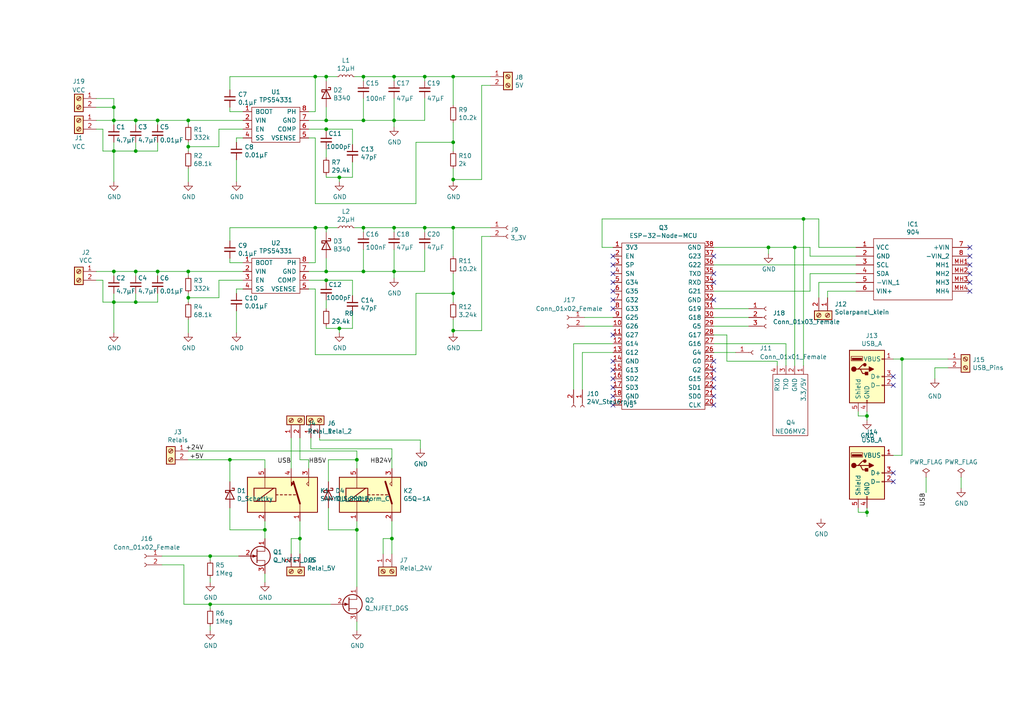
<source format=kicad_sch>
(kicad_sch (version 20211123) (generator eeschema)

  (uuid c830e3bc-dc64-4f65-8f47-3b106bae2807)

  (paper "A4")

  (title_block
    (title "Entwicklerboard des SSS Diplomprjekts")
    (date "02.12.2021")
    (company "TGM")
    (comment 1 "Module nicht implementiert: H-Brücke und Solarcontroller")
    (comment 2 "Module implementiert: Stromsensor, GPS-Sensor und ESP32")
    (comment 3 "Selbst entwickelt: Step-Down 3.3V, Step-Down 5V, USB-Anschluss und Relaischaltung")
    (comment 4 "Aufgrund Schraubklemmen(Aufbau mit Drähten) konnten Module nicht implementiert werden")
  )

  (lib_symbols
    (symbol "Connector:Conn_01x01_Female" (pin_names (offset 1.016) hide) (in_bom yes) (on_board yes)
      (property "Reference" "J" (id 0) (at 0 2.54 0)
        (effects (font (size 1.27 1.27)))
      )
      (property "Value" "Conn_01x01_Female" (id 1) (at 0 -2.54 0)
        (effects (font (size 1.27 1.27)))
      )
      (property "Footprint" "" (id 2) (at 0 0 0)
        (effects (font (size 1.27 1.27)) hide)
      )
      (property "Datasheet" "~" (id 3) (at 0 0 0)
        (effects (font (size 1.27 1.27)) hide)
      )
      (property "ki_keywords" "connector" (id 4) (at 0 0 0)
        (effects (font (size 1.27 1.27)) hide)
      )
      (property "ki_description" "Generic connector, single row, 01x01, script generated (kicad-library-utils/schlib/autogen/connector/)" (id 5) (at 0 0 0)
        (effects (font (size 1.27 1.27)) hide)
      )
      (property "ki_fp_filters" "Connector*:*" (id 6) (at 0 0 0)
        (effects (font (size 1.27 1.27)) hide)
      )
      (symbol "Conn_01x01_Female_1_1"
        (polyline
          (pts
            (xy -1.27 0)
            (xy -0.508 0)
          )
          (stroke (width 0.1524) (type default) (color 0 0 0 0))
          (fill (type none))
        )
        (arc (start 0 0.508) (mid -0.508 0) (end 0 -0.508)
          (stroke (width 0.1524) (type default) (color 0 0 0 0))
          (fill (type none))
        )
        (pin passive line (at -5.08 0 0) (length 3.81)
          (name "Pin_1" (effects (font (size 1.27 1.27))))
          (number "1" (effects (font (size 1.27 1.27))))
        )
      )
    )
    (symbol "Connector:Conn_01x02_Female" (pin_names (offset 1.016) hide) (in_bom yes) (on_board yes)
      (property "Reference" "J" (id 0) (at 0 2.54 0)
        (effects (font (size 1.27 1.27)))
      )
      (property "Value" "Conn_01x02_Female" (id 1) (at 0 -5.08 0)
        (effects (font (size 1.27 1.27)))
      )
      (property "Footprint" "" (id 2) (at 0 0 0)
        (effects (font (size 1.27 1.27)) hide)
      )
      (property "Datasheet" "~" (id 3) (at 0 0 0)
        (effects (font (size 1.27 1.27)) hide)
      )
      (property "ki_keywords" "connector" (id 4) (at 0 0 0)
        (effects (font (size 1.27 1.27)) hide)
      )
      (property "ki_description" "Generic connector, single row, 01x02, script generated (kicad-library-utils/schlib/autogen/connector/)" (id 5) (at 0 0 0)
        (effects (font (size 1.27 1.27)) hide)
      )
      (property "ki_fp_filters" "Connector*:*_1x??_*" (id 6) (at 0 0 0)
        (effects (font (size 1.27 1.27)) hide)
      )
      (symbol "Conn_01x02_Female_1_1"
        (arc (start 0 -2.032) (mid -0.508 -2.54) (end 0 -3.048)
          (stroke (width 0.1524) (type default) (color 0 0 0 0))
          (fill (type none))
        )
        (polyline
          (pts
            (xy -1.27 -2.54)
            (xy -0.508 -2.54)
          )
          (stroke (width 0.1524) (type default) (color 0 0 0 0))
          (fill (type none))
        )
        (polyline
          (pts
            (xy -1.27 0)
            (xy -0.508 0)
          )
          (stroke (width 0.1524) (type default) (color 0 0 0 0))
          (fill (type none))
        )
        (arc (start 0 0.508) (mid -0.508 0) (end 0 -0.508)
          (stroke (width 0.1524) (type default) (color 0 0 0 0))
          (fill (type none))
        )
        (pin passive line (at -5.08 0 0) (length 3.81)
          (name "Pin_1" (effects (font (size 1.27 1.27))))
          (number "1" (effects (font (size 1.27 1.27))))
        )
        (pin passive line (at -5.08 -2.54 0) (length 3.81)
          (name "Pin_2" (effects (font (size 1.27 1.27))))
          (number "2" (effects (font (size 1.27 1.27))))
        )
      )
    )
    (symbol "Connector:Conn_01x03_Female" (pin_names (offset 1.016) hide) (in_bom yes) (on_board yes)
      (property "Reference" "J" (id 0) (at 0 5.08 0)
        (effects (font (size 1.27 1.27)))
      )
      (property "Value" "Conn_01x03_Female" (id 1) (at 0 -5.08 0)
        (effects (font (size 1.27 1.27)))
      )
      (property "Footprint" "" (id 2) (at 0 0 0)
        (effects (font (size 1.27 1.27)) hide)
      )
      (property "Datasheet" "~" (id 3) (at 0 0 0)
        (effects (font (size 1.27 1.27)) hide)
      )
      (property "ki_keywords" "connector" (id 4) (at 0 0 0)
        (effects (font (size 1.27 1.27)) hide)
      )
      (property "ki_description" "Generic connector, single row, 01x03, script generated (kicad-library-utils/schlib/autogen/connector/)" (id 5) (at 0 0 0)
        (effects (font (size 1.27 1.27)) hide)
      )
      (property "ki_fp_filters" "Connector*:*_1x??_*" (id 6) (at 0 0 0)
        (effects (font (size 1.27 1.27)) hide)
      )
      (symbol "Conn_01x03_Female_1_1"
        (arc (start 0 -2.032) (mid -0.508 -2.54) (end 0 -3.048)
          (stroke (width 0.1524) (type default) (color 0 0 0 0))
          (fill (type none))
        )
        (polyline
          (pts
            (xy -1.27 -2.54)
            (xy -0.508 -2.54)
          )
          (stroke (width 0.1524) (type default) (color 0 0 0 0))
          (fill (type none))
        )
        (polyline
          (pts
            (xy -1.27 0)
            (xy -0.508 0)
          )
          (stroke (width 0.1524) (type default) (color 0 0 0 0))
          (fill (type none))
        )
        (polyline
          (pts
            (xy -1.27 2.54)
            (xy -0.508 2.54)
          )
          (stroke (width 0.1524) (type default) (color 0 0 0 0))
          (fill (type none))
        )
        (arc (start 0 0.508) (mid -0.508 0) (end 0 -0.508)
          (stroke (width 0.1524) (type default) (color 0 0 0 0))
          (fill (type none))
        )
        (arc (start 0 3.048) (mid -0.508 2.54) (end 0 2.032)
          (stroke (width 0.1524) (type default) (color 0 0 0 0))
          (fill (type none))
        )
        (pin passive line (at -5.08 2.54 0) (length 3.81)
          (name "Pin_1" (effects (font (size 1.27 1.27))))
          (number "1" (effects (font (size 1.27 1.27))))
        )
        (pin passive line (at -5.08 0 0) (length 3.81)
          (name "Pin_2" (effects (font (size 1.27 1.27))))
          (number "2" (effects (font (size 1.27 1.27))))
        )
        (pin passive line (at -5.08 -2.54 0) (length 3.81)
          (name "Pin_3" (effects (font (size 1.27 1.27))))
          (number "3" (effects (font (size 1.27 1.27))))
        )
      )
    )
    (symbol "Connector:Screw_Terminal_01x02" (pin_names (offset 1.016) hide) (in_bom yes) (on_board yes)
      (property "Reference" "J" (id 0) (at 0 2.54 0)
        (effects (font (size 1.27 1.27)))
      )
      (property "Value" "Screw_Terminal_01x02" (id 1) (at 0 -5.08 0)
        (effects (font (size 1.27 1.27)))
      )
      (property "Footprint" "" (id 2) (at 0 0 0)
        (effects (font (size 1.27 1.27)) hide)
      )
      (property "Datasheet" "~" (id 3) (at 0 0 0)
        (effects (font (size 1.27 1.27)) hide)
      )
      (property "ki_keywords" "screw terminal" (id 4) (at 0 0 0)
        (effects (font (size 1.27 1.27)) hide)
      )
      (property "ki_description" "Generic screw terminal, single row, 01x02, script generated (kicad-library-utils/schlib/autogen/connector/)" (id 5) (at 0 0 0)
        (effects (font (size 1.27 1.27)) hide)
      )
      (property "ki_fp_filters" "TerminalBlock*:*" (id 6) (at 0 0 0)
        (effects (font (size 1.27 1.27)) hide)
      )
      (symbol "Screw_Terminal_01x02_1_1"
        (rectangle (start -1.27 1.27) (end 1.27 -3.81)
          (stroke (width 0.254) (type default) (color 0 0 0 0))
          (fill (type background))
        )
        (circle (center 0 -2.54) (radius 0.635)
          (stroke (width 0.1524) (type default) (color 0 0 0 0))
          (fill (type none))
        )
        (polyline
          (pts
            (xy -0.5334 -2.2098)
            (xy 0.3302 -3.048)
          )
          (stroke (width 0.1524) (type default) (color 0 0 0 0))
          (fill (type none))
        )
        (polyline
          (pts
            (xy -0.5334 0.3302)
            (xy 0.3302 -0.508)
          )
          (stroke (width 0.1524) (type default) (color 0 0 0 0))
          (fill (type none))
        )
        (polyline
          (pts
            (xy -0.3556 -2.032)
            (xy 0.508 -2.8702)
          )
          (stroke (width 0.1524) (type default) (color 0 0 0 0))
          (fill (type none))
        )
        (polyline
          (pts
            (xy -0.3556 0.508)
            (xy 0.508 -0.3302)
          )
          (stroke (width 0.1524) (type default) (color 0 0 0 0))
          (fill (type none))
        )
        (circle (center 0 0) (radius 0.635)
          (stroke (width 0.1524) (type default) (color 0 0 0 0))
          (fill (type none))
        )
        (pin passive line (at -5.08 0 0) (length 3.81)
          (name "Pin_1" (effects (font (size 1.27 1.27))))
          (number "1" (effects (font (size 1.27 1.27))))
        )
        (pin passive line (at -5.08 -2.54 0) (length 3.81)
          (name "Pin_2" (effects (font (size 1.27 1.27))))
          (number "2" (effects (font (size 1.27 1.27))))
        )
      )
    )
    (symbol "Connector:USB_A" (pin_names (offset 1.016)) (in_bom yes) (on_board yes)
      (property "Reference" "J" (id 0) (at -5.08 11.43 0)
        (effects (font (size 1.27 1.27)) (justify left))
      )
      (property "Value" "USB_A" (id 1) (at -5.08 8.89 0)
        (effects (font (size 1.27 1.27)) (justify left))
      )
      (property "Footprint" "" (id 2) (at 3.81 -1.27 0)
        (effects (font (size 1.27 1.27)) hide)
      )
      (property "Datasheet" " ~" (id 3) (at 3.81 -1.27 0)
        (effects (font (size 1.27 1.27)) hide)
      )
      (property "ki_keywords" "connector USB" (id 4) (at 0 0 0)
        (effects (font (size 1.27 1.27)) hide)
      )
      (property "ki_description" "USB Type A connector" (id 5) (at 0 0 0)
        (effects (font (size 1.27 1.27)) hide)
      )
      (property "ki_fp_filters" "USB*" (id 6) (at 0 0 0)
        (effects (font (size 1.27 1.27)) hide)
      )
      (symbol "USB_A_0_1"
        (rectangle (start -5.08 -7.62) (end 5.08 7.62)
          (stroke (width 0.254) (type default) (color 0 0 0 0))
          (fill (type background))
        )
        (circle (center -3.81 2.159) (radius 0.635)
          (stroke (width 0.254) (type default) (color 0 0 0 0))
          (fill (type outline))
        )
        (rectangle (start -1.524 4.826) (end -4.318 5.334)
          (stroke (width 0) (type default) (color 0 0 0 0))
          (fill (type outline))
        )
        (rectangle (start -1.27 4.572) (end -4.572 5.842)
          (stroke (width 0) (type default) (color 0 0 0 0))
          (fill (type none))
        )
        (circle (center -0.635 3.429) (radius 0.381)
          (stroke (width 0.254) (type default) (color 0 0 0 0))
          (fill (type outline))
        )
        (rectangle (start -0.127 -7.62) (end 0.127 -6.858)
          (stroke (width 0) (type default) (color 0 0 0 0))
          (fill (type none))
        )
        (polyline
          (pts
            (xy -3.175 2.159)
            (xy -2.54 2.159)
            (xy -1.27 3.429)
            (xy -0.635 3.429)
          )
          (stroke (width 0.254) (type default) (color 0 0 0 0))
          (fill (type none))
        )
        (polyline
          (pts
            (xy -2.54 2.159)
            (xy -1.905 2.159)
            (xy -1.27 0.889)
            (xy 0 0.889)
          )
          (stroke (width 0.254) (type default) (color 0 0 0 0))
          (fill (type none))
        )
        (polyline
          (pts
            (xy 0.635 2.794)
            (xy 0.635 1.524)
            (xy 1.905 2.159)
            (xy 0.635 2.794)
          )
          (stroke (width 0.254) (type default) (color 0 0 0 0))
          (fill (type outline))
        )
        (rectangle (start 0.254 1.27) (end -0.508 0.508)
          (stroke (width 0.254) (type default) (color 0 0 0 0))
          (fill (type outline))
        )
        (rectangle (start 5.08 -2.667) (end 4.318 -2.413)
          (stroke (width 0) (type default) (color 0 0 0 0))
          (fill (type none))
        )
        (rectangle (start 5.08 -0.127) (end 4.318 0.127)
          (stroke (width 0) (type default) (color 0 0 0 0))
          (fill (type none))
        )
        (rectangle (start 5.08 4.953) (end 4.318 5.207)
          (stroke (width 0) (type default) (color 0 0 0 0))
          (fill (type none))
        )
      )
      (symbol "USB_A_1_1"
        (polyline
          (pts
            (xy -1.905 2.159)
            (xy 0.635 2.159)
          )
          (stroke (width 0.254) (type default) (color 0 0 0 0))
          (fill (type none))
        )
        (pin power_in line (at 7.62 5.08 180) (length 2.54)
          (name "VBUS" (effects (font (size 1.27 1.27))))
          (number "1" (effects (font (size 1.27 1.27))))
        )
        (pin bidirectional line (at 7.62 -2.54 180) (length 2.54)
          (name "D-" (effects (font (size 1.27 1.27))))
          (number "2" (effects (font (size 1.27 1.27))))
        )
        (pin bidirectional line (at 7.62 0 180) (length 2.54)
          (name "D+" (effects (font (size 1.27 1.27))))
          (number "3" (effects (font (size 1.27 1.27))))
        )
        (pin power_in line (at 0 -10.16 90) (length 2.54)
          (name "GND" (effects (font (size 1.27 1.27))))
          (number "4" (effects (font (size 1.27 1.27))))
        )
        (pin passive line (at -2.54 -10.16 90) (length 2.54)
          (name "Shield" (effects (font (size 1.27 1.27))))
          (number "5" (effects (font (size 1.27 1.27))))
        )
      )
    )
    (symbol "Device:C_Small" (pin_numbers hide) (pin_names (offset 0.254) hide) (in_bom yes) (on_board yes)
      (property "Reference" "C" (id 0) (at 0.254 1.778 0)
        (effects (font (size 1.27 1.27)) (justify left))
      )
      (property "Value" "C_Small" (id 1) (at 0.254 -2.032 0)
        (effects (font (size 1.27 1.27)) (justify left))
      )
      (property "Footprint" "" (id 2) (at 0 0 0)
        (effects (font (size 1.27 1.27)) hide)
      )
      (property "Datasheet" "~" (id 3) (at 0 0 0)
        (effects (font (size 1.27 1.27)) hide)
      )
      (property "ki_keywords" "capacitor cap" (id 4) (at 0 0 0)
        (effects (font (size 1.27 1.27)) hide)
      )
      (property "ki_description" "Unpolarized capacitor, small symbol" (id 5) (at 0 0 0)
        (effects (font (size 1.27 1.27)) hide)
      )
      (property "ki_fp_filters" "C_*" (id 6) (at 0 0 0)
        (effects (font (size 1.27 1.27)) hide)
      )
      (symbol "C_Small_0_1"
        (polyline
          (pts
            (xy -1.524 -0.508)
            (xy 1.524 -0.508)
          )
          (stroke (width 0.3302) (type default) (color 0 0 0 0))
          (fill (type none))
        )
        (polyline
          (pts
            (xy -1.524 0.508)
            (xy 1.524 0.508)
          )
          (stroke (width 0.3048) (type default) (color 0 0 0 0))
          (fill (type none))
        )
      )
      (symbol "C_Small_1_1"
        (pin passive line (at 0 2.54 270) (length 2.032)
          (name "~" (effects (font (size 1.27 1.27))))
          (number "1" (effects (font (size 1.27 1.27))))
        )
        (pin passive line (at 0 -2.54 90) (length 2.032)
          (name "~" (effects (font (size 1.27 1.27))))
          (number "2" (effects (font (size 1.27 1.27))))
        )
      )
    )
    (symbol "Device:D_Schottky" (pin_numbers hide) (pin_names (offset 1.016) hide) (in_bom yes) (on_board yes)
      (property "Reference" "D" (id 0) (at 0 2.54 0)
        (effects (font (size 1.27 1.27)))
      )
      (property "Value" "D_Schottky" (id 1) (at 0 -2.54 0)
        (effects (font (size 1.27 1.27)))
      )
      (property "Footprint" "" (id 2) (at 0 0 0)
        (effects (font (size 1.27 1.27)) hide)
      )
      (property "Datasheet" "~" (id 3) (at 0 0 0)
        (effects (font (size 1.27 1.27)) hide)
      )
      (property "ki_keywords" "diode Schottky" (id 4) (at 0 0 0)
        (effects (font (size 1.27 1.27)) hide)
      )
      (property "ki_description" "Schottky diode" (id 5) (at 0 0 0)
        (effects (font (size 1.27 1.27)) hide)
      )
      (property "ki_fp_filters" "TO-???* *_Diode_* *SingleDiode* D_*" (id 6) (at 0 0 0)
        (effects (font (size 1.27 1.27)) hide)
      )
      (symbol "D_Schottky_0_1"
        (polyline
          (pts
            (xy 1.27 0)
            (xy -1.27 0)
          )
          (stroke (width 0) (type default) (color 0 0 0 0))
          (fill (type none))
        )
        (polyline
          (pts
            (xy 1.27 1.27)
            (xy 1.27 -1.27)
            (xy -1.27 0)
            (xy 1.27 1.27)
          )
          (stroke (width 0.254) (type default) (color 0 0 0 0))
          (fill (type none))
        )
        (polyline
          (pts
            (xy -1.905 0.635)
            (xy -1.905 1.27)
            (xy -1.27 1.27)
            (xy -1.27 -1.27)
            (xy -0.635 -1.27)
            (xy -0.635 -0.635)
          )
          (stroke (width 0.254) (type default) (color 0 0 0 0))
          (fill (type none))
        )
      )
      (symbol "D_Schottky_1_1"
        (pin passive line (at -3.81 0 0) (length 2.54)
          (name "K" (effects (font (size 1.27 1.27))))
          (number "1" (effects (font (size 1.27 1.27))))
        )
        (pin passive line (at 3.81 0 180) (length 2.54)
          (name "A" (effects (font (size 1.27 1.27))))
          (number "2" (effects (font (size 1.27 1.27))))
        )
      )
    )
    (symbol "Device:L_Small" (pin_numbers hide) (pin_names (offset 0.254) hide) (in_bom yes) (on_board yes)
      (property "Reference" "L" (id 0) (at 0.762 1.016 0)
        (effects (font (size 1.27 1.27)) (justify left))
      )
      (property "Value" "L_Small" (id 1) (at 0.762 -1.016 0)
        (effects (font (size 1.27 1.27)) (justify left))
      )
      (property "Footprint" "" (id 2) (at 0 0 0)
        (effects (font (size 1.27 1.27)) hide)
      )
      (property "Datasheet" "~" (id 3) (at 0 0 0)
        (effects (font (size 1.27 1.27)) hide)
      )
      (property "ki_keywords" "inductor choke coil reactor magnetic" (id 4) (at 0 0 0)
        (effects (font (size 1.27 1.27)) hide)
      )
      (property "ki_description" "Inductor, small symbol" (id 5) (at 0 0 0)
        (effects (font (size 1.27 1.27)) hide)
      )
      (property "ki_fp_filters" "Choke_* *Coil* Inductor_* L_*" (id 6) (at 0 0 0)
        (effects (font (size 1.27 1.27)) hide)
      )
      (symbol "L_Small_0_1"
        (arc (start 0 -2.032) (mid 0.508 -1.524) (end 0 -1.016)
          (stroke (width 0) (type default) (color 0 0 0 0))
          (fill (type none))
        )
        (arc (start 0 -1.016) (mid 0.508 -0.508) (end 0 0)
          (stroke (width 0) (type default) (color 0 0 0 0))
          (fill (type none))
        )
        (arc (start 0 0) (mid 0.508 0.508) (end 0 1.016)
          (stroke (width 0) (type default) (color 0 0 0 0))
          (fill (type none))
        )
        (arc (start 0 1.016) (mid 0.508 1.524) (end 0 2.032)
          (stroke (width 0) (type default) (color 0 0 0 0))
          (fill (type none))
        )
      )
      (symbol "L_Small_1_1"
        (pin passive line (at 0 2.54 270) (length 0.508)
          (name "~" (effects (font (size 1.27 1.27))))
          (number "1" (effects (font (size 1.27 1.27))))
        )
        (pin passive line (at 0 -2.54 90) (length 0.508)
          (name "~" (effects (font (size 1.27 1.27))))
          (number "2" (effects (font (size 1.27 1.27))))
        )
      )
    )
    (symbol "Device:Q_NJFET_DGS" (pin_names (offset 0) hide) (in_bom yes) (on_board yes)
      (property "Reference" "Q" (id 0) (at 5.08 1.27 0)
        (effects (font (size 1.27 1.27)) (justify left))
      )
      (property "Value" "Q_NJFET_DGS" (id 1) (at 5.08 -1.27 0)
        (effects (font (size 1.27 1.27)) (justify left))
      )
      (property "Footprint" "" (id 2) (at 5.08 2.54 0)
        (effects (font (size 1.27 1.27)) hide)
      )
      (property "Datasheet" "~" (id 3) (at 0 0 0)
        (effects (font (size 1.27 1.27)) hide)
      )
      (property "ki_keywords" "transistor NJFET N-JFET" (id 4) (at 0 0 0)
        (effects (font (size 1.27 1.27)) hide)
      )
      (property "ki_description" "N-JFET transistor, drain/gate/source" (id 5) (at 0 0 0)
        (effects (font (size 1.27 1.27)) hide)
      )
      (symbol "Q_NJFET_DGS_0_1"
        (polyline
          (pts
            (xy 0.254 1.905)
            (xy 0.254 -1.905)
            (xy 0.254 -1.905)
          )
          (stroke (width 0.254) (type default) (color 0 0 0 0))
          (fill (type none))
        )
        (polyline
          (pts
            (xy 2.54 -2.54)
            (xy 2.54 -1.27)
            (xy 0.254 -1.27)
          )
          (stroke (width 0) (type default) (color 0 0 0 0))
          (fill (type none))
        )
        (polyline
          (pts
            (xy 2.54 2.54)
            (xy 2.54 1.397)
            (xy 0.254 1.397)
          )
          (stroke (width 0) (type default) (color 0 0 0 0))
          (fill (type none))
        )
        (polyline
          (pts
            (xy 0 0)
            (xy -1.016 0.381)
            (xy -1.016 -0.381)
            (xy 0 0)
          )
          (stroke (width 0) (type default) (color 0 0 0 0))
          (fill (type outline))
        )
        (circle (center 1.27 0) (radius 2.8194)
          (stroke (width 0.254) (type default) (color 0 0 0 0))
          (fill (type none))
        )
      )
      (symbol "Q_NJFET_DGS_1_1"
        (pin passive line (at 2.54 5.08 270) (length 2.54)
          (name "D" (effects (font (size 1.27 1.27))))
          (number "1" (effects (font (size 1.27 1.27))))
        )
        (pin input line (at -5.08 0 0) (length 5.334)
          (name "G" (effects (font (size 1.27 1.27))))
          (number "2" (effects (font (size 1.27 1.27))))
        )
        (pin passive line (at 2.54 -5.08 90) (length 2.54)
          (name "S" (effects (font (size 1.27 1.27))))
          (number "3" (effects (font (size 1.27 1.27))))
        )
      )
    )
    (symbol "Device:R_Small" (pin_numbers hide) (pin_names (offset 0.254) hide) (in_bom yes) (on_board yes)
      (property "Reference" "R" (id 0) (at 0.762 0.508 0)
        (effects (font (size 1.27 1.27)) (justify left))
      )
      (property "Value" "R_Small" (id 1) (at 0.762 -1.016 0)
        (effects (font (size 1.27 1.27)) (justify left))
      )
      (property "Footprint" "" (id 2) (at 0 0 0)
        (effects (font (size 1.27 1.27)) hide)
      )
      (property "Datasheet" "~" (id 3) (at 0 0 0)
        (effects (font (size 1.27 1.27)) hide)
      )
      (property "ki_keywords" "R resistor" (id 4) (at 0 0 0)
        (effects (font (size 1.27 1.27)) hide)
      )
      (property "ki_description" "Resistor, small symbol" (id 5) (at 0 0 0)
        (effects (font (size 1.27 1.27)) hide)
      )
      (property "ki_fp_filters" "R_*" (id 6) (at 0 0 0)
        (effects (font (size 1.27 1.27)) hide)
      )
      (symbol "R_Small_0_1"
        (rectangle (start -0.762 1.778) (end 0.762 -1.778)
          (stroke (width 0.2032) (type default) (color 0 0 0 0))
          (fill (type none))
        )
      )
      (symbol "R_Small_1_1"
        (pin passive line (at 0 2.54 270) (length 0.762)
          (name "~" (effects (font (size 1.27 1.27))))
          (number "1" (effects (font (size 1.27 1.27))))
        )
        (pin passive line (at 0 -2.54 90) (length 0.762)
          (name "~" (effects (font (size 1.27 1.27))))
          (number "2" (effects (font (size 1.27 1.27))))
        )
      )
    )
    (symbol "Diode:B340" (pin_numbers hide) (pin_names (offset 1.016) hide) (in_bom yes) (on_board yes)
      (property "Reference" "D" (id 0) (at 0 2.54 0)
        (effects (font (size 1.27 1.27)))
      )
      (property "Value" "B340" (id 1) (at 0 -2.54 0)
        (effects (font (size 1.27 1.27)))
      )
      (property "Footprint" "Diode_SMD:D_SMC" (id 2) (at 0 -4.445 0)
        (effects (font (size 1.27 1.27)) hide)
      )
      (property "Datasheet" "http://www.jameco.com/Jameco/Products/ProdDS/1538777.pdf" (id 3) (at 0 0 0)
        (effects (font (size 1.27 1.27)) hide)
      )
      (property "ki_keywords" "diode Schottky" (id 4) (at 0 0 0)
        (effects (font (size 1.27 1.27)) hide)
      )
      (property "ki_description" "40V 3A Schottky Barrier Rectifier Diode, SMC" (id 5) (at 0 0 0)
        (effects (font (size 1.27 1.27)) hide)
      )
      (property "ki_fp_filters" "D*SMC*" (id 6) (at 0 0 0)
        (effects (font (size 1.27 1.27)) hide)
      )
      (symbol "B340_0_1"
        (polyline
          (pts
            (xy 1.27 0)
            (xy -1.27 0)
          )
          (stroke (width 0) (type default) (color 0 0 0 0))
          (fill (type none))
        )
        (polyline
          (pts
            (xy 1.27 1.27)
            (xy 1.27 -1.27)
            (xy -1.27 0)
            (xy 1.27 1.27)
          )
          (stroke (width 0.254) (type default) (color 0 0 0 0))
          (fill (type none))
        )
        (polyline
          (pts
            (xy -1.905 0.635)
            (xy -1.905 1.27)
            (xy -1.27 1.27)
            (xy -1.27 -1.27)
            (xy -0.635 -1.27)
            (xy -0.635 -0.635)
          )
          (stroke (width 0.254) (type default) (color 0 0 0 0))
          (fill (type none))
        )
      )
      (symbol "B340_1_1"
        (pin passive line (at -3.81 0 0) (length 2.54)
          (name "K" (effects (font (size 1.27 1.27))))
          (number "1" (effects (font (size 1.27 1.27))))
        )
        (pin passive line (at 3.81 0 180) (length 2.54)
          (name "A" (effects (font (size 1.27 1.27))))
          (number "2" (effects (font (size 1.27 1.27))))
        )
      )
    )
    (symbol "Relay:G5Q-1A" (in_bom yes) (on_board yes)
      (property "Reference" "K" (id 0) (at 8.89 3.81 0)
        (effects (font (size 1.27 1.27)) (justify left))
      )
      (property "Value" "G5Q-1A" (id 1) (at 8.89 1.27 0)
        (effects (font (size 1.27 1.27)) (justify left))
      )
      (property "Footprint" "Relay_THT:Relay_SPST_Omron-G5Q-1A" (id 2) (at 8.89 -1.27 0)
        (effects (font (size 1.27 1.27)) (justify left) hide)
      )
      (property "Datasheet" "https://www.omron.com/ecb/products/pdf/en-g5q.pdf" (id 3) (at 0 0 0)
        (effects (font (size 1.27 1.27)) hide)
      )
      (property "ki_keywords" "Miniature Single Pole Relay" (id 4) (at 0 0 0)
        (effects (font (size 1.27 1.27)) hide)
      )
      (property "ki_description" "Omron G5Q relay, Miniature Single Pole, SPST-NO, 10A" (id 5) (at 0 0 0)
        (effects (font (size 1.27 1.27)) hide)
      )
      (property "ki_fp_filters" "Relay*SPST*Omron*G5Q*" (id 6) (at 0 0 0)
        (effects (font (size 1.27 1.27)) hide)
      )
      (symbol "G5Q-1A_0_0"
        (polyline
          (pts
            (xy 5.08 5.08)
            (xy 5.08 2.54)
            (xy 4.445 3.175)
            (xy 5.08 3.81)
          )
          (stroke (width 0) (type default) (color 0 0 0 0))
          (fill (type none))
        )
      )
      (symbol "G5Q-1A_0_1"
        (rectangle (start -10.16 5.08) (end 7.62 -5.08)
          (stroke (width 0.254) (type default) (color 0 0 0 0))
          (fill (type background))
        )
        (rectangle (start -8.255 1.905) (end -1.905 -1.905)
          (stroke (width 0.254) (type default) (color 0 0 0 0))
          (fill (type none))
        )
        (polyline
          (pts
            (xy -7.62 -1.905)
            (xy -2.54 1.905)
          )
          (stroke (width 0.254) (type default) (color 0 0 0 0))
          (fill (type none))
        )
        (polyline
          (pts
            (xy -5.08 -5.08)
            (xy -5.08 -1.905)
          )
          (stroke (width 0) (type default) (color 0 0 0 0))
          (fill (type none))
        )
        (polyline
          (pts
            (xy -5.08 5.08)
            (xy -5.08 1.905)
          )
          (stroke (width 0) (type default) (color 0 0 0 0))
          (fill (type none))
        )
        (polyline
          (pts
            (xy -1.905 0)
            (xy -1.27 0)
          )
          (stroke (width 0.254) (type default) (color 0 0 0 0))
          (fill (type none))
        )
        (polyline
          (pts
            (xy -0.635 0)
            (xy 0 0)
          )
          (stroke (width 0.254) (type default) (color 0 0 0 0))
          (fill (type none))
        )
        (polyline
          (pts
            (xy 0.635 0)
            (xy 1.27 0)
          )
          (stroke (width 0.254) (type default) (color 0 0 0 0))
          (fill (type none))
        )
        (polyline
          (pts
            (xy 1.905 0)
            (xy 2.54 0)
          )
          (stroke (width 0.254) (type default) (color 0 0 0 0))
          (fill (type none))
        )
        (polyline
          (pts
            (xy 3.175 0)
            (xy 3.81 0)
          )
          (stroke (width 0.254) (type default) (color 0 0 0 0))
          (fill (type none))
        )
        (polyline
          (pts
            (xy 5.08 -2.54)
            (xy 3.175 3.81)
          )
          (stroke (width 0.508) (type default) (color 0 0 0 0))
          (fill (type none))
        )
        (polyline
          (pts
            (xy 5.08 -2.54)
            (xy 5.08 -5.08)
          )
          (stroke (width 0) (type default) (color 0 0 0 0))
          (fill (type none))
        )
      )
      (symbol "G5Q-1A_1_1"
        (pin passive line (at -5.08 -7.62 90) (length 2.54)
          (name "~" (effects (font (size 1.27 1.27))))
          (number "1" (effects (font (size 1.27 1.27))))
        )
        (pin passive line (at 5.08 -7.62 90) (length 2.54)
          (name "~" (effects (font (size 1.27 1.27))))
          (number "2" (effects (font (size 1.27 1.27))))
        )
        (pin passive line (at 5.08 7.62 270) (length 2.54)
          (name "~" (effects (font (size 1.27 1.27))))
          (number "3" (effects (font (size 1.27 1.27))))
        )
        (pin passive line (at -5.08 7.62 270) (length 2.54)
          (name "~" (effects (font (size 1.27 1.27))))
          (number "5" (effects (font (size 1.27 1.27))))
        )
      )
    )
    (symbol "Relay:SANYOU_SRD_Form_C" (in_bom yes) (on_board yes)
      (property "Reference" "K" (id 0) (at 11.43 3.81 0)
        (effects (font (size 1.27 1.27)) (justify left))
      )
      (property "Value" "SANYOU_SRD_Form_C" (id 1) (at 11.43 1.27 0)
        (effects (font (size 1.27 1.27)) (justify left))
      )
      (property "Footprint" "Relay_THT:Relay_SPDT_SANYOU_SRD_Series_Form_C" (id 2) (at 11.43 -1.27 0)
        (effects (font (size 1.27 1.27)) (justify left) hide)
      )
      (property "Datasheet" "http://www.sanyourelay.ca/public/products/pdf/SRD.pdf" (id 3) (at 0 0 0)
        (effects (font (size 1.27 1.27)) hide)
      )
      (property "ki_keywords" "Single Pole Relay SPDT" (id 4) (at 0 0 0)
        (effects (font (size 1.27 1.27)) hide)
      )
      (property "ki_description" "Sanyo SRD relay, Single Pole Miniature Power Relay," (id 5) (at 0 0 0)
        (effects (font (size 1.27 1.27)) hide)
      )
      (property "ki_fp_filters" "Relay*SPDT*SANYOU*SRD*Series*Form*C*" (id 6) (at 0 0 0)
        (effects (font (size 1.27 1.27)) hide)
      )
      (symbol "SANYOU_SRD_Form_C_0_0"
        (polyline
          (pts
            (xy 7.62 5.08)
            (xy 7.62 2.54)
            (xy 6.985 3.175)
            (xy 7.62 3.81)
          )
          (stroke (width 0) (type default) (color 0 0 0 0))
          (fill (type none))
        )
      )
      (symbol "SANYOU_SRD_Form_C_0_1"
        (rectangle (start -10.16 5.08) (end 10.16 -5.08)
          (stroke (width 0.254) (type default) (color 0 0 0 0))
          (fill (type background))
        )
        (rectangle (start -8.255 1.905) (end -1.905 -1.905)
          (stroke (width 0.254) (type default) (color 0 0 0 0))
          (fill (type none))
        )
        (polyline
          (pts
            (xy -7.62 -1.905)
            (xy -2.54 1.905)
          )
          (stroke (width 0.254) (type default) (color 0 0 0 0))
          (fill (type none))
        )
        (polyline
          (pts
            (xy -5.08 -5.08)
            (xy -5.08 -1.905)
          )
          (stroke (width 0) (type default) (color 0 0 0 0))
          (fill (type none))
        )
        (polyline
          (pts
            (xy -5.08 5.08)
            (xy -5.08 1.905)
          )
          (stroke (width 0) (type default) (color 0 0 0 0))
          (fill (type none))
        )
        (polyline
          (pts
            (xy -1.905 0)
            (xy -1.27 0)
          )
          (stroke (width 0.254) (type default) (color 0 0 0 0))
          (fill (type none))
        )
        (polyline
          (pts
            (xy -0.635 0)
            (xy 0 0)
          )
          (stroke (width 0.254) (type default) (color 0 0 0 0))
          (fill (type none))
        )
        (polyline
          (pts
            (xy 0.635 0)
            (xy 1.27 0)
          )
          (stroke (width 0.254) (type default) (color 0 0 0 0))
          (fill (type none))
        )
        (polyline
          (pts
            (xy 1.905 0)
            (xy 2.54 0)
          )
          (stroke (width 0.254) (type default) (color 0 0 0 0))
          (fill (type none))
        )
        (polyline
          (pts
            (xy 3.175 0)
            (xy 3.81 0)
          )
          (stroke (width 0.254) (type default) (color 0 0 0 0))
          (fill (type none))
        )
        (polyline
          (pts
            (xy 5.08 -2.54)
            (xy 3.175 3.81)
          )
          (stroke (width 0.508) (type default) (color 0 0 0 0))
          (fill (type none))
        )
        (polyline
          (pts
            (xy 5.08 -2.54)
            (xy 5.08 -5.08)
          )
          (stroke (width 0) (type default) (color 0 0 0 0))
          (fill (type none))
        )
      )
      (symbol "SANYOU_SRD_Form_C_1_1"
        (polyline
          (pts
            (xy 2.54 3.81)
            (xy 3.175 3.175)
            (xy 2.54 2.54)
            (xy 2.54 5.08)
          )
          (stroke (width 0) (type default) (color 0 0 0 0))
          (fill (type outline))
        )
        (pin passive line (at 5.08 -7.62 90) (length 2.54)
          (name "~" (effects (font (size 1.27 1.27))))
          (number "1" (effects (font (size 1.27 1.27))))
        )
        (pin passive line (at -5.08 -7.62 90) (length 2.54)
          (name "~" (effects (font (size 1.27 1.27))))
          (number "2" (effects (font (size 1.27 1.27))))
        )
        (pin passive line (at 7.62 7.62 270) (length 2.54)
          (name "~" (effects (font (size 1.27 1.27))))
          (number "3" (effects (font (size 1.27 1.27))))
        )
        (pin passive line (at 2.54 7.62 270) (length 2.54)
          (name "~" (effects (font (size 1.27 1.27))))
          (number "4" (effects (font (size 1.27 1.27))))
        )
        (pin passive line (at -5.08 7.62 270) (length 2.54)
          (name "~" (effects (font (size 1.27 1.27))))
          (number "5" (effects (font (size 1.27 1.27))))
        )
      )
    )
    (symbol "SamacSys_Parts:904" (pin_names (offset 0.762)) (in_bom yes) (on_board yes)
      (property "Reference" "IC" (id 0) (at 29.21 7.62 0)
        (effects (font (size 1.27 1.27)) (justify left))
      )
      (property "Value" "904" (id 1) (at 29.21 5.08 0)
        (effects (font (size 1.27 1.27)) (justify left))
      )
      (property "Footprint" "904" (id 2) (at 29.21 2.54 0)
        (effects (font (size 1.27 1.27)) (justify left) hide)
      )
      (property "Datasheet" "https://learn.adafruit.com/adafruit-ina219-current-sensor-breakout/downloads" (id 3) (at 29.21 0 0)
        (effects (font (size 1.27 1.27)) (justify left) hide)
      )
      (property "Description" "Current Sensor Development Tools INA219 DC Current Sensor Breakout" (id 4) (at 29.21 -2.54 0)
        (effects (font (size 1.27 1.27)) (justify left) hide)
      )
      (property "Height" "5" (id 5) (at 29.21 -5.08 0)
        (effects (font (size 1.27 1.27)) (justify left) hide)
      )
      (property "Manufacturer_Name" "Adafruit" (id 6) (at 29.21 -12.7 0)
        (effects (font (size 1.27 1.27)) (justify left) hide)
      )
      (property "Manufacturer_Part_Number" "904" (id 7) (at 29.21 -15.24 0)
        (effects (font (size 1.27 1.27)) (justify left) hide)
      )
      (property "Allied_Number" "70460612" (id 8) (at 29.21 -17.78 0)
        (effects (font (size 1.27 1.27)) (justify left) hide)
      )
      (property "ki_description" "Current Sensor Development Tools INA219 DC Current Sensor Breakout" (id 9) (at 0 0 0)
        (effects (font (size 1.27 1.27)) hide)
      )
      (symbol "904_0_0"
        (pin passive line (at 0 0 0) (length 5.08)
          (name "VCC" (effects (font (size 1.27 1.27))))
          (number "1" (effects (font (size 1.27 1.27))))
        )
        (pin passive line (at 0 -2.54 0) (length 5.08)
          (name "GND" (effects (font (size 1.27 1.27))))
          (number "2" (effects (font (size 1.27 1.27))))
        )
        (pin passive line (at 0 -5.08 0) (length 5.08)
          (name "SCL" (effects (font (size 1.27 1.27))))
          (number "3" (effects (font (size 1.27 1.27))))
        )
        (pin passive line (at 0 -7.62 0) (length 5.08)
          (name "SDA" (effects (font (size 1.27 1.27))))
          (number "4" (effects (font (size 1.27 1.27))))
        )
        (pin passive line (at 0 -10.16 0) (length 5.08)
          (name "-VIN_1" (effects (font (size 1.27 1.27))))
          (number "5" (effects (font (size 1.27 1.27))))
        )
        (pin passive line (at 0 -12.7 0) (length 5.08)
          (name "VIN+" (effects (font (size 1.27 1.27))))
          (number "6" (effects (font (size 1.27 1.27))))
        )
        (pin passive line (at 33.02 0 180) (length 5.08)
          (name "+VIN" (effects (font (size 1.27 1.27))))
          (number "7" (effects (font (size 1.27 1.27))))
        )
        (pin passive line (at 33.02 -2.54 180) (length 5.08)
          (name "-VIN_2" (effects (font (size 1.27 1.27))))
          (number "8" (effects (font (size 1.27 1.27))))
        )
        (pin passive line (at 33.02 -5.08 180) (length 5.08)
          (name "MH1" (effects (font (size 1.27 1.27))))
          (number "MH1" (effects (font (size 1.27 1.27))))
        )
        (pin passive line (at 33.02 -7.62 180) (length 5.08)
          (name "MH2" (effects (font (size 1.27 1.27))))
          (number "MH2" (effects (font (size 1.27 1.27))))
        )
        (pin passive line (at 33.02 -10.16 180) (length 5.08)
          (name "MH3" (effects (font (size 1.27 1.27))))
          (number "MH3" (effects (font (size 1.27 1.27))))
        )
        (pin passive line (at 33.02 -12.7 180) (length 5.08)
          (name "MH4" (effects (font (size 1.27 1.27))))
          (number "MH4" (effects (font (size 1.27 1.27))))
        )
      )
      (symbol "904_0_1"
        (polyline
          (pts
            (xy 5.08 2.54)
            (xy 27.94 2.54)
            (xy 27.94 -15.24)
            (xy 5.08 -15.24)
            (xy 5.08 2.54)
          )
          (stroke (width 0.1524) (type default) (color 0 0 0 0))
          (fill (type none))
        )
      )
    )
    (symbol "SamacSys_Parts:ESP-32-Node-MCU" (pin_names (offset 1.016)) (in_bom yes) (on_board yes)
      (property "Reference" "Q" (id 0) (at 0 24.13 0)
        (effects (font (size 1.27 1.27)))
      )
      (property "Value" "ESP-32-Node-MCU" (id 1) (at 0 12.7 90)
        (effects (font (size 1.27 1.27)))
      )
      (property "Footprint" "" (id 2) (at 29.21 27.94 0)
        (effects (font (size 1.27 1.27)) hide)
      )
      (property "Datasheet" "" (id 3) (at 29.21 27.94 0)
        (effects (font (size 1.27 1.27)) hide)
      )
      (symbol "ESP-32-Node-MCU_0_1"
        (rectangle (start -12.7 22.86) (end 11.43 -25.4)
          (stroke (width 0) (type default) (color 0 0 0 0))
          (fill (type none))
        )
      )
      (symbol "ESP-32-Node-MCU_1_1"
        (pin passive line (at -15.24 21.59 0) (length 2.54)
          (name "3V3" (effects (font (size 1.27 1.27))))
          (number "1" (effects (font (size 1.27 1.27))))
        )
        (pin passive line (at -15.24 -1.27 0) (length 2.54)
          (name "G26" (effects (font (size 1.27 1.27))))
          (number "10" (effects (font (size 1.27 1.27))))
        )
        (pin passive line (at -15.24 -3.81 0) (length 2.54)
          (name "G27" (effects (font (size 1.27 1.27))))
          (number "11" (effects (font (size 1.27 1.27))))
        )
        (pin passive line (at -15.24 -6.35 0) (length 2.54)
          (name "G14" (effects (font (size 1.27 1.27))))
          (number "12" (effects (font (size 1.27 1.27))))
        )
        (pin passive line (at -15.24 -8.89 0) (length 2.54)
          (name "G12" (effects (font (size 1.27 1.27))))
          (number "13" (effects (font (size 1.27 1.27))))
        )
        (pin passive line (at -15.24 -11.43 0) (length 2.54)
          (name "GND" (effects (font (size 1.27 1.27))))
          (number "14" (effects (font (size 1.27 1.27))))
        )
        (pin passive line (at -15.24 -13.97 0) (length 2.54)
          (name "G13" (effects (font (size 1.27 1.27))))
          (number "15" (effects (font (size 1.27 1.27))))
        )
        (pin passive line (at -15.24 -16.51 0) (length 2.54)
          (name "SD2" (effects (font (size 1.27 1.27))))
          (number "16" (effects (font (size 1.27 1.27))))
        )
        (pin passive line (at -15.24 -19.05 0) (length 2.54)
          (name "SD3" (effects (font (size 1.27 1.27))))
          (number "17" (effects (font (size 1.27 1.27))))
        )
        (pin passive line (at -15.24 -21.59 0) (length 2.54)
          (name "GND" (effects (font (size 1.27 1.27))))
          (number "18" (effects (font (size 1.27 1.27))))
        )
        (pin passive line (at -15.24 -24.13 0) (length 2.54)
          (name "V5" (effects (font (size 1.27 1.27))))
          (number "19" (effects (font (size 1.27 1.27))))
        )
        (pin passive line (at -15.24 19.05 0) (length 2.54)
          (name "EN" (effects (font (size 1.27 1.27))))
          (number "2" (effects (font (size 1.27 1.27))))
        )
        (pin passive line (at 13.97 -24.13 180) (length 2.54)
          (name "CLK" (effects (font (size 1.27 1.27))))
          (number "20" (effects (font (size 1.27 1.27))))
        )
        (pin passive line (at 13.97 -21.59 180) (length 2.54)
          (name "SD0" (effects (font (size 1.27 1.27))))
          (number "21" (effects (font (size 1.27 1.27))))
        )
        (pin passive line (at 13.97 -19.05 180) (length 2.54)
          (name "SD1" (effects (font (size 1.27 1.27))))
          (number "22" (effects (font (size 1.27 1.27))))
        )
        (pin passive line (at 13.97 -16.51 180) (length 2.54)
          (name "G15" (effects (font (size 1.27 1.27))))
          (number "23" (effects (font (size 1.27 1.27))))
        )
        (pin passive line (at 13.97 -13.97 180) (length 2.54)
          (name "G2" (effects (font (size 1.27 1.27))))
          (number "24" (effects (font (size 1.27 1.27))))
        )
        (pin passive line (at 13.97 -11.43 180) (length 2.54)
          (name "G0" (effects (font (size 1.27 1.27))))
          (number "25" (effects (font (size 1.27 1.27))))
        )
        (pin passive line (at 13.97 -8.89 180) (length 2.54)
          (name "G4" (effects (font (size 1.27 1.27))))
          (number "26" (effects (font (size 1.27 1.27))))
        )
        (pin passive line (at 13.97 -6.35 180) (length 2.54)
          (name "G16" (effects (font (size 1.27 1.27))))
          (number "27" (effects (font (size 1.27 1.27))))
        )
        (pin passive line (at 13.97 -3.81 180) (length 2.54)
          (name "G17" (effects (font (size 1.27 1.27))))
          (number "28" (effects (font (size 1.27 1.27))))
        )
        (pin passive line (at 13.97 -1.27 180) (length 2.54)
          (name "G5" (effects (font (size 1.27 1.27))))
          (number "29" (effects (font (size 1.27 1.27))))
        )
        (pin passive line (at -15.24 16.51 0) (length 2.54)
          (name "SP" (effects (font (size 1.27 1.27))))
          (number "3" (effects (font (size 1.27 1.27))))
        )
        (pin passive line (at 13.97 1.27 180) (length 2.54)
          (name "G18" (effects (font (size 1.27 1.27))))
          (number "30" (effects (font (size 1.27 1.27))))
        )
        (pin passive line (at 13.97 3.81 180) (length 2.54)
          (name "G19" (effects (font (size 1.27 1.27))))
          (number "31" (effects (font (size 1.27 1.27))))
        )
        (pin passive line (at 13.97 6.35 180) (length 2.54)
          (name "GND" (effects (font (size 1.27 1.27))))
          (number "32" (effects (font (size 1.27 1.27))))
        )
        (pin passive line (at 13.97 8.89 180) (length 2.54)
          (name "G21" (effects (font (size 1.27 1.27))))
          (number "33" (effects (font (size 1.27 1.27))))
        )
        (pin passive line (at 13.97 11.43 180) (length 2.54)
          (name "RXD" (effects (font (size 1.27 1.27))))
          (number "34" (effects (font (size 1.27 1.27))))
        )
        (pin passive line (at 13.97 13.97 180) (length 2.54)
          (name "TXD" (effects (font (size 1.27 1.27))))
          (number "35" (effects (font (size 1.27 1.27))))
        )
        (pin passive line (at 13.97 16.51 180) (length 2.54)
          (name "G22" (effects (font (size 1.27 1.27))))
          (number "36" (effects (font (size 1.27 1.27))))
        )
        (pin passive line (at 13.97 19.05 180) (length 2.54)
          (name "G23" (effects (font (size 1.27 1.27))))
          (number "37" (effects (font (size 1.27 1.27))))
        )
        (pin passive line (at 13.97 21.59 180) (length 2.54)
          (name "GND" (effects (font (size 1.27 1.27))))
          (number "38" (effects (font (size 1.27 1.27))))
        )
        (pin passive line (at -15.24 13.97 0) (length 2.54)
          (name "SN" (effects (font (size 1.27 1.27))))
          (number "4" (effects (font (size 1.27 1.27))))
        )
        (pin passive line (at -15.24 11.43 0) (length 2.54)
          (name "G34" (effects (font (size 1.27 1.27))))
          (number "5" (effects (font (size 1.27 1.27))))
        )
        (pin passive line (at -15.24 8.89 0) (length 2.54)
          (name "G35" (effects (font (size 1.27 1.27))))
          (number "6" (effects (font (size 1.27 1.27))))
        )
        (pin passive line (at -15.24 6.35 0) (length 2.54)
          (name "G32" (effects (font (size 1.27 1.27))))
          (number "7" (effects (font (size 1.27 1.27))))
        )
        (pin passive line (at -15.24 3.81 0) (length 2.54)
          (name "G33" (effects (font (size 1.27 1.27))))
          (number "8" (effects (font (size 1.27 1.27))))
        )
        (pin passive line (at -15.24 1.27 0) (length 2.54)
          (name "G25" (effects (font (size 1.27 1.27))))
          (number "9" (effects (font (size 1.27 1.27))))
        )
      )
    )
    (symbol "SamacSys_Parts:NEO6MV2" (pin_names (offset 1.016)) (in_bom yes) (on_board yes)
      (property "Reference" "Q" (id 0) (at 7.62 1.27 0)
        (effects (font (size 1.27 1.27)))
      )
      (property "Value" "NEO6MV2" (id 1) (at 7.62 -1.27 0)
        (effects (font (size 1.27 1.27)))
      )
      (property "Footprint" "" (id 2) (at 0 0 0)
        (effects (font (size 1.27 1.27)) hide)
      )
      (property "Datasheet" "" (id 3) (at 0 0 0)
        (effects (font (size 1.27 1.27)) hide)
      )
      (symbol "NEO6MV2_0_1"
        (rectangle (start -5.08 7.62) (end 12.7 -2.54)
          (stroke (width 0) (type default) (color 0 0 0 0))
          (fill (type none))
        )
      )
      (symbol "NEO6MV2_1_1"
        (pin passive line (at -7.62 6.35 0) (length 2.54)
          (name "3.3/5V" (effects (font (size 1.27 1.27))))
          (number "1" (effects (font (size 1.27 1.27))))
        )
        (pin passive line (at -7.62 3.81 0) (length 2.54)
          (name "GND" (effects (font (size 1.27 1.27))))
          (number "2" (effects (font (size 1.27 1.27))))
        )
        (pin passive line (at -7.62 1.27 0) (length 2.54)
          (name "TXD" (effects (font (size 1.27 1.27))))
          (number "3" (effects (font (size 1.27 1.27))))
        )
        (pin passive line (at -7.62 -1.27 0) (length 2.54)
          (name "RXD" (effects (font (size 1.27 1.27))))
          (number "4" (effects (font (size 1.27 1.27))))
        )
      )
    )
    (symbol "StepDown:TPS54331" (pin_names (offset 1.016)) (in_bom yes) (on_board yes)
      (property "Reference" "U" (id 0) (at -5.08 6.35 0)
        (effects (font (size 1.27 1.27)))
      )
      (property "Value" "TPS54331" (id 1) (at 2.54 6.35 0)
        (effects (font (size 1.27 1.27)))
      )
      (property "Footprint" "" (id 2) (at -6.35 6.35 0)
        (effects (font (size 1.27 1.27)) hide)
      )
      (property "Datasheet" "" (id 3) (at -6.35 6.35 0)
        (effects (font (size 1.27 1.27)) hide)
      )
      (symbol "TPS54331_0_1"
        (rectangle (start -6.35 5.08) (end 7.62 -5.08)
          (stroke (width 0) (type default) (color 0 0 0 0))
          (fill (type none))
        )
      )
      (symbol "TPS54331_1_1"
        (pin output line (at -8.89 3.81 0) (length 2.54)
          (name "BOOT" (effects (font (size 1.27 1.27))))
          (number "1" (effects (font (size 1.27 1.27))))
        )
        (pin input line (at -8.89 1.27 0) (length 2.54)
          (name "VIN" (effects (font (size 1.27 1.27))))
          (number "2" (effects (font (size 1.27 1.27))))
        )
        (pin input line (at -8.89 -1.27 0) (length 2.54)
          (name "EN" (effects (font (size 1.27 1.27))))
          (number "3" (effects (font (size 1.27 1.27))))
        )
        (pin input line (at -8.89 -3.81 0) (length 2.54)
          (name "SS" (effects (font (size 1.27 1.27))))
          (number "4" (effects (font (size 1.27 1.27))))
        )
        (pin input line (at 10.16 -3.81 180) (length 2.54)
          (name "VSENSE" (effects (font (size 1.27 1.27))))
          (number "5" (effects (font (size 1.27 1.27))))
        )
        (pin output line (at 10.16 -1.27 180) (length 2.54)
          (name "COMP" (effects (font (size 1.27 1.27))))
          (number "6" (effects (font (size 1.27 1.27))))
        )
        (pin passive line (at 10.16 1.27 180) (length 2.54)
          (name "GND" (effects (font (size 1.27 1.27))))
          (number "7" (effects (font (size 1.27 1.27))))
        )
        (pin output line (at 10.16 3.81 180) (length 2.54)
          (name "PH" (effects (font (size 1.27 1.27))))
          (number "8" (effects (font (size 1.27 1.27))))
        )
      )
    )
    (symbol "power:GND" (power) (pin_names (offset 0)) (in_bom yes) (on_board yes)
      (property "Reference" "#PWR" (id 0) (at 0 -6.35 0)
        (effects (font (size 1.27 1.27)) hide)
      )
      (property "Value" "GND" (id 1) (at 0 -3.81 0)
        (effects (font (size 1.27 1.27)))
      )
      (property "Footprint" "" (id 2) (at 0 0 0)
        (effects (font (size 1.27 1.27)) hide)
      )
      (property "Datasheet" "" (id 3) (at 0 0 0)
        (effects (font (size 1.27 1.27)) hide)
      )
      (property "ki_keywords" "power-flag" (id 4) (at 0 0 0)
        (effects (font (size 1.27 1.27)) hide)
      )
      (property "ki_description" "Power symbol creates a global label with name \"GND\" , ground" (id 5) (at 0 0 0)
        (effects (font (size 1.27 1.27)) hide)
      )
      (symbol "GND_0_1"
        (polyline
          (pts
            (xy 0 0)
            (xy 0 -1.27)
            (xy 1.27 -1.27)
            (xy 0 -2.54)
            (xy -1.27 -1.27)
            (xy 0 -1.27)
          )
          (stroke (width 0) (type default) (color 0 0 0 0))
          (fill (type none))
        )
      )
      (symbol "GND_1_1"
        (pin power_in line (at 0 0 270) (length 0) hide
          (name "GND" (effects (font (size 1.27 1.27))))
          (number "1" (effects (font (size 1.27 1.27))))
        )
      )
    )
    (symbol "power:PWR_FLAG" (power) (pin_numbers hide) (pin_names (offset 0) hide) (in_bom yes) (on_board yes)
      (property "Reference" "#FLG" (id 0) (at 0 1.905 0)
        (effects (font (size 1.27 1.27)) hide)
      )
      (property "Value" "PWR_FLAG" (id 1) (at 0 3.81 0)
        (effects (font (size 1.27 1.27)))
      )
      (property "Footprint" "" (id 2) (at 0 0 0)
        (effects (font (size 1.27 1.27)) hide)
      )
      (property "Datasheet" "~" (id 3) (at 0 0 0)
        (effects (font (size 1.27 1.27)) hide)
      )
      (property "ki_keywords" "power-flag" (id 4) (at 0 0 0)
        (effects (font (size 1.27 1.27)) hide)
      )
      (property "ki_description" "Special symbol for telling ERC where power comes from" (id 5) (at 0 0 0)
        (effects (font (size 1.27 1.27)) hide)
      )
      (symbol "PWR_FLAG_0_0"
        (pin power_out line (at 0 0 90) (length 0)
          (name "pwr" (effects (font (size 1.27 1.27))))
          (number "1" (effects (font (size 1.27 1.27))))
        )
      )
      (symbol "PWR_FLAG_0_1"
        (polyline
          (pts
            (xy 0 0)
            (xy 0 1.27)
            (xy -1.016 1.905)
            (xy 0 2.54)
            (xy 1.016 1.905)
            (xy 0 1.27)
          )
          (stroke (width 0) (type default) (color 0 0 0 0))
          (fill (type none))
        )
      )
    )
  )

  (junction (at 54.61 86.36) (diameter 0) (color 0 0 0 0)
    (uuid 00f3ea8b-8a54-4e56-84ff-d98f6c00496c)
  )
  (junction (at 86.995 156.21) (diameter 0) (color 0 0 0 0)
    (uuid 05f2859d-2820-4e84-b395-696011feb13b)
  )
  (junction (at 114.3 22.225) (diameter 0) (color 0 0 0 0)
    (uuid 071522c0-d0ed-49b9-906e-6295f67fb0dc)
  )
  (junction (at 251.46 148.59) (diameter 0) (color 0 0 0 0)
    (uuid 0fafc6b9-fd35-4a55-9270-7a8e7ce3cb13)
  )
  (junction (at 98.425 95.25) (diameter 0) (color 0 0 0 0)
    (uuid 1199146e-a60b-416a-b503-e77d6d2892f9)
  )
  (junction (at 91.44 22.225) (diameter 0) (color 0 0 0 0)
    (uuid 15fe8f3d-6077-4e0e-81d0-8ec3f4538981)
  )
  (junction (at 76.835 153.67) (diameter 0) (color 0 0 0 0)
    (uuid 2e90e294-82e1-45da-9bf1-b91dfe0dc8f6)
  )
  (junction (at 33.02 78.74) (diameter 0) (color 0 0 0 0)
    (uuid 393286a6-215e-49a9-84ed-ba0c6b4f8b2a)
  )
  (junction (at 45.72 34.925) (diameter 0) (color 0 0 0 0)
    (uuid 3a52f112-cb97-43db-aaeb-20afe27664d7)
  )
  (junction (at 94.615 81.28) (diameter 0) (color 0 0 0 0)
    (uuid 479331ff-c540-41f4-84e6-b48d65171e59)
  )
  (junction (at 114.3 78.74) (diameter 0) (color 0 0 0 0)
    (uuid 4db55cb8-197b-4402-871f-ce582b65664b)
  )
  (junction (at 60.96 161.29) (diameter 0) (color 0 0 0 0)
    (uuid 4e27930e-1827-4788-aa6b-487321d46602)
  )
  (junction (at 103.505 133.35) (diameter 0) (color 0 0 0 0)
    (uuid 5701b80f-f006-4814-81c9-0c7f006088a9)
  )
  (junction (at 123.19 22.225) (diameter 0) (color 0 0 0 0)
    (uuid 597a11f2-5d2c-4a65-ac95-38ad106e1367)
  )
  (junction (at 131.445 85.09) (diameter 0) (color 0 0 0 0)
    (uuid 5e506eba-12e2-4c39-92b7-e83c9759983e)
  )
  (junction (at 66.675 133.35) (diameter 0) (color 0 0 0 0)
    (uuid 63c56ea4-91a3-4172-b9de-a4388cc8f894)
  )
  (junction (at 251.46 120.65) (diameter 0) (color 0 0 0 0)
    (uuid 6513181c-0a6a-4560-9a18-17450c36ae2a)
  )
  (junction (at 33.02 34.925) (diameter 0) (color 0 0 0 0)
    (uuid 6b41202c-9017-4555-8823-836bda0ce6bf)
  )
  (junction (at 94.615 37.465) (diameter 0) (color 0 0 0 0)
    (uuid 6e68f0cd-800e-4167-9553-71fc59da1eeb)
  )
  (junction (at 33.02 87.63) (diameter 0) (color 0 0 0 0)
    (uuid 71989e06-8659-4605-b2da-4f729cc41263)
  )
  (junction (at 233.045 63.5) (diameter 0) (color 0 0 0 0)
    (uuid 759788bd-3cb9-4d38-b58c-5cb10b7dca6b)
  )
  (junction (at 54.61 78.74) (diameter 0) (color 0 0 0 0)
    (uuid 795e68e2-c9ba-45cf-9bff-89b8fae05b5a)
  )
  (junction (at 261.62 104.14) (diameter 0) (color 0 0 0 0)
    (uuid 798737b0-aca5-44d0-9004-ffe1e0382ecd)
  )
  (junction (at 54.61 34.925) (diameter 0) (color 0 0 0 0)
    (uuid 7a4ce4b3-518a-4819-b8b2-5127b3347c64)
  )
  (junction (at 60.96 175.26) (diameter 0) (color 0 0 0 0)
    (uuid 7a74c4b1-6243-4a12-85a2-bc41d346e7aa)
  )
  (junction (at 54.61 42.545) (diameter 0) (color 0 0 0 0)
    (uuid 8d0c1d66-35ef-4a53-a28f-436a11b54f42)
  )
  (junction (at 123.19 66.04) (diameter 0) (color 0 0 0 0)
    (uuid 9031bb33-c6aa-4758-bf5c-3274ed3ebab7)
  )
  (junction (at 131.445 66.04) (diameter 0) (color 0 0 0 0)
    (uuid 98b00c9d-9188-4bce-aa70-92d12dd9cf82)
  )
  (junction (at 39.37 34.925) (diameter 0) (color 0 0 0 0)
    (uuid 98c78427-acd5-4f90-9ad6-9f61c4809aec)
  )
  (junction (at 105.41 34.925) (diameter 0) (color 0 0 0 0)
    (uuid 9cbf35b8-f4d3-42a3-bb16-04ffd03fd8fd)
  )
  (junction (at 113.665 156.21) (diameter 0) (color 0 0 0 0)
    (uuid a0dee8e6-f88a-4f05-aba0-bab3aafdf2bc)
  )
  (junction (at 94.615 34.925) (diameter 0) (color 0 0 0 0)
    (uuid a29f8df0-3fae-4edf-8d9c-bd5a875b13e3)
  )
  (junction (at 39.37 43.815) (diameter 0) (color 0 0 0 0)
    (uuid a8447faf-e0a0-4c4a-ae53-4d4b28669151)
  )
  (junction (at 131.445 52.07) (diameter 0) (color 0 0 0 0)
    (uuid a90361cd-254c-4d27-ae1f-9a6c85bafe28)
  )
  (junction (at 33.02 31.115) (diameter 0) (color 0 0 0 0)
    (uuid a9a60d60-4d6d-4c87-bb56-c488271dcff5)
  )
  (junction (at 103.505 153.67) (diameter 0) (color 0 0 0 0)
    (uuid ae0e6b31-27d7-4383-a4fc-7557b0a19382)
  )
  (junction (at 105.41 66.04) (diameter 0) (color 0 0 0 0)
    (uuid ae77c3c8-1144-468e-ad5b-a0b4090735bd)
  )
  (junction (at 39.37 87.63) (diameter 0) (color 0 0 0 0)
    (uuid af52e3e4-a1de-428b-816b-755e3b358f29)
  )
  (junction (at 39.37 78.74) (diameter 0) (color 0 0 0 0)
    (uuid b00efcae-0452-4bf8-b8e3-7cb51be11315)
  )
  (junction (at 91.44 66.04) (diameter 0) (color 0 0 0 0)
    (uuid b6cd701f-4223-4e72-a305-466869ccb250)
  )
  (junction (at 230.505 71.755) (diameter 0) (color 0 0 0 0)
    (uuid bb59b92a-e4d0-4b9e-82cd-26304f5c15b8)
  )
  (junction (at 98.425 51.435) (diameter 0) (color 0 0 0 0)
    (uuid c09938fd-06b9-4771-9f63-2311626243b3)
  )
  (junction (at 131.445 22.225) (diameter 0) (color 0 0 0 0)
    (uuid cb614b23-9af3-4aec-bed8-c1374e001510)
  )
  (junction (at 105.41 78.74) (diameter 0) (color 0 0 0 0)
    (uuid ce72ea62-9343-4a4f-81bf-8ac601f5d005)
  )
  (junction (at 114.3 66.04) (diameter 0) (color 0 0 0 0)
    (uuid d0a0deb1-4f0f-4ede-b730-2c6d67cb9618)
  )
  (junction (at 131.445 95.885) (diameter 0) (color 0 0 0 0)
    (uuid d0cd3439-276c-41ba-b38d-f84f6da38415)
  )
  (junction (at 33.02 43.815) (diameter 0) (color 0 0 0 0)
    (uuid d0d2eee9-31f6-44fa-8149-ebb4dc2dc0dc)
  )
  (junction (at 114.3 34.925) (diameter 0) (color 0 0 0 0)
    (uuid d39d813e-3e64-490c-ba5c-a64bb5ad6bd0)
  )
  (junction (at 45.72 78.74) (diameter 0) (color 0 0 0 0)
    (uuid d69a5fdf-de15-4ec9-94f6-f9ee2f4b69fa)
  )
  (junction (at 94.615 22.225) (diameter 0) (color 0 0 0 0)
    (uuid d9c6d5d2-0b49-49ba-a970-cd2c32f74c54)
  )
  (junction (at 222.885 71.755) (diameter 0) (color 0 0 0 0)
    (uuid dde8619c-5a8c-40eb-9845-65e6a654222d)
  )
  (junction (at 131.445 41.275) (diameter 0) (color 0 0 0 0)
    (uuid e9d6ab5f-aa44-453a-957b-457b486d0b37)
  )
  (junction (at 105.41 22.225) (diameter 0) (color 0 0 0 0)
    (uuid eee16674-2d21-45b6-ab5e-d669125df26c)
  )
  (junction (at 94.615 78.74) (diameter 0) (color 0 0 0 0)
    (uuid f1a9fb80-4cc4-410f-9616-e19c969dcab5)
  )
  (junction (at 94.615 66.04) (diameter 0) (color 0 0 0 0)
    (uuid fd3499d5-6fd2-49a4-bdb0-109cee899fde)
  )

  (no_connect (at 207.01 74.295) (uuid 01f82238-6335-48fe-8b0a-6853e227345a))
  (no_connect (at 259.08 109.22) (uuid 0ceb97d6-1b0f-4b71-921e-b0955c30c998))
  (no_connect (at 207.01 79.375) (uuid 0e249018-17e7-42b3-ae5d-5ebf3ae299ae))
  (no_connect (at 177.8 79.375) (uuid 13bbfffc-affb-4b43-9eb1-f2ed90a8a919))
  (no_connect (at 177.8 86.995) (uuid 1ab71a3c-340b-469a-ada5-4f87f0b7b2fa))
  (no_connect (at 281.305 74.295) (uuid 1dfbf353-5b24-4c0f-8322-8fcd514ae75e))
  (no_connect (at 177.8 117.475) (uuid 2f291a4b-4ecb-4692-9ad2-324f9784c0d4))
  (no_connect (at 177.8 107.315) (uuid 319639ae-c2c5-486d-93b1-d03bb1b64252))
  (no_connect (at 281.305 79.375) (uuid 337e8520-cbd2-42c0-8d17-743bab17cbbd))
  (no_connect (at 259.08 137.16) (uuid 35ef9c4a-35f6-467b-a704-b1d9354880cf))
  (no_connect (at 177.8 109.855) (uuid 3a70978e-dcc2-4620-a99c-514362812927))
  (no_connect (at 207.01 114.935) (uuid 52a8f1be-73ca-41a8-bc24-2320706b0ec1))
  (no_connect (at 281.305 71.755) (uuid 582622a2-fad4-4737-9a80-be9fffbba8ab))
  (no_connect (at 177.8 112.395) (uuid 62a1f3d4-027d-4ecf-a37a-6fcf4263e9d2))
  (no_connect (at 207.01 81.915) (uuid 63489ebf-0f52-43a6-a0ab-158b1a7d4988))
  (no_connect (at 177.8 76.835) (uuid 71f8d568-0f23-4ff2-8e60-1600ce517a48))
  (no_connect (at 177.8 74.295) (uuid 7c00778a-4692-4f9b-87d5-2d355077ce1e))
  (no_connect (at 207.01 107.315) (uuid 7db990e4-92e1-4f99-b4d2-435bbec1ba83))
  (no_connect (at 207.01 109.855) (uuid 8efee08b-b92e-4ba6-8722-c058e18114fe))
  (no_connect (at 177.8 81.915) (uuid 97581b9a-3f6b-4e88-8768-6fdb60e6aca6))
  (no_connect (at 177.8 97.155) (uuid a5c8e189-1ddc-4a66-984b-e0fd1529d346))
  (no_connect (at 259.08 111.76) (uuid a7f25f41-0b4c-4430-b6cd-b2160b2db099))
  (no_connect (at 259.08 139.7) (uuid b8b961e9-8a60-45fc-999a-a7a3baff4e0d))
  (no_connect (at 177.8 89.535) (uuid c71f56c1-5b7c-4373-9716-fffac482104c))
  (no_connect (at 207.01 104.775) (uuid cd5e758d-cb66-484a-ae8b-21f53ceee49e))
  (no_connect (at 177.8 84.455) (uuid dbe92a0d-89cb-4d3f-9497-c2c1d93a3018))
  (no_connect (at 281.305 76.835) (uuid e0c7ddff-8c90-465f-be62-21fb49b059fa))
  (no_connect (at 207.01 112.395) (uuid e300709f-6c72-488d-a598-efcbd6d3af54))
  (no_connect (at 207.01 117.475) (uuid e36988d2-ecb2-461b-a443-7006f447e828))
  (no_connect (at 207.01 86.995) (uuid e6d68f56-4a40-4849-b8d1-13d5ca292900))
  (no_connect (at 281.305 84.455) (uuid f0ff5d1c-5481-4958-b844-4f68a17d4166))
  (no_connect (at 177.8 114.935) (uuid f447e585-df78-4239-b8cb-4653b3837bb1))
  (no_connect (at 177.8 104.775) (uuid fc4ad874-c922-4070-89f9-7262080469d8))
  (no_connect (at 281.305 81.915) (uuid fdc60c06-30fa-4dfb-96b4-809b755999e1))

  (wire (pts (xy 54.61 86.36) (xy 54.61 85.09))
    (stroke (width 0) (type default) (color 0 0 0 0))
    (uuid 009b5465-0a65-4237-93e7-eb65321eeb18)
  )
  (wire (pts (xy 33.02 80.01) (xy 33.02 78.74))
    (stroke (width 0) (type default) (color 0 0 0 0))
    (uuid 00e38d63-5436-49db-81f5-697421f168fc)
  )
  (wire (pts (xy 60.96 162.56) (xy 60.96 161.29))
    (stroke (width 0) (type default) (color 0 0 0 0))
    (uuid 011ee658-718d-416a-85fd-961729cd1ee5)
  )
  (wire (pts (xy 33.02 28.575) (xy 33.02 31.115))
    (stroke (width 0) (type default) (color 0 0 0 0))
    (uuid 04af210d-bd44-478f-953a-b0ebe4da1fbf)
  )
  (wire (pts (xy 90.17 130.175) (xy 113.665 130.175))
    (stroke (width 0) (type default) (color 0 0 0 0))
    (uuid 051b8cb0-ae77-4e09-98a7-bf2103319e66)
  )
  (wire (pts (xy 54.61 86.36) (xy 63.5 86.36))
    (stroke (width 0) (type default) (color 0 0 0 0))
    (uuid 0520f61d-4522-4301-a3fa-8ed0bf060f69)
  )
  (wire (pts (xy 207.01 92.075) (xy 217.17 92.075))
    (stroke (width 0) (type default) (color 0 0 0 0))
    (uuid 0b9f21ed-3d41-4f23-ae45-74117a5f3153)
  )
  (wire (pts (xy 54.61 52.705) (xy 54.61 48.895))
    (stroke (width 0) (type default) (color 0 0 0 0))
    (uuid 0e8f7fc0-2ef2-4b90-9c15-8a3a601ee459)
  )
  (wire (pts (xy 227.965 99.695) (xy 207.01 99.695))
    (stroke (width 0) (type default) (color 0 0 0 0))
    (uuid 0fc5db66-6188-4c1f-bb14-0868bef113eb)
  )
  (wire (pts (xy 33.02 34.925) (xy 33.02 36.195))
    (stroke (width 0) (type default) (color 0 0 0 0))
    (uuid 101ef598-601d-400e-9ef6-d655fbb1dbfa)
  )
  (wire (pts (xy 54.61 133.35) (xy 66.675 133.35))
    (stroke (width 0) (type default) (color 0 0 0 0))
    (uuid 10d8ad0e-6a08-4053-92aa-23a15910fd21)
  )
  (wire (pts (xy 251.46 120.65) (xy 251.46 121.92))
    (stroke (width 0) (type default) (color 0 0 0 0))
    (uuid 12a24e86-2c38-4685-bba9-fff8dddb4cb0)
  )
  (wire (pts (xy 54.61 80.01) (xy 54.61 78.74))
    (stroke (width 0) (type default) (color 0 0 0 0))
    (uuid 143ed874-a01f-4ced-ba4e-bbb66ddd1f70)
  )
  (wire (pts (xy 39.37 87.63) (xy 39.37 85.09))
    (stroke (width 0) (type default) (color 0 0 0 0))
    (uuid 155b0b7c-70b4-4a26-a550-bac13cab0aa4)
  )
  (wire (pts (xy 227.965 106.045) (xy 227.965 99.695))
    (stroke (width 0) (type default) (color 0 0 0 0))
    (uuid 15a82541-58d8-45b5-99c5-fb52e017e3ea)
  )
  (wire (pts (xy 114.3 67.31) (xy 114.3 66.04))
    (stroke (width 0) (type default) (color 0 0 0 0))
    (uuid 16121028-bdf5-49c0-aae7-e28fe5bfa771)
  )
  (wire (pts (xy 60.96 175.26) (xy 95.885 175.26))
    (stroke (width 0) (type default) (color 0 0 0 0))
    (uuid 18c61c95-8af1-4986-b67e-c7af9c15ab6b)
  )
  (wire (pts (xy 139.7 24.765) (xy 142.24 24.765))
    (stroke (width 0) (type default) (color 0 0 0 0))
    (uuid 18d11f32-e1a6-4f29-8e3c-0bfeb07299bd)
  )
  (wire (pts (xy 91.44 40.005) (xy 91.44 59.055))
    (stroke (width 0) (type default) (color 0 0 0 0))
    (uuid 196a8dd5-5fd6-4c7f-ae4a-0104bd82e61b)
  )
  (wire (pts (xy 210.82 104.775) (xy 225.425 104.775))
    (stroke (width 0) (type default) (color 0 0 0 0))
    (uuid 1b023dd4-5185-4576-b544-68a05b9c360b)
  )
  (wire (pts (xy 33.02 43.815) (xy 39.37 43.815))
    (stroke (width 0) (type default) (color 0 0 0 0))
    (uuid 1e518c2a-4cb7-4599-a1fa-5b9f847da7d3)
  )
  (wire (pts (xy 39.37 78.74) (xy 45.72 78.74))
    (stroke (width 0) (type default) (color 0 0 0 0))
    (uuid 1fa508ef-df83-4c99-846b-9acf535b3ad9)
  )
  (wire (pts (xy 95.25 147.32) (xy 95.25 153.67))
    (stroke (width 0) (type default) (color 0 0 0 0))
    (uuid 2035ea48-3ef5-4d7f-8c3c-50981b30c89a)
  )
  (wire (pts (xy 29.845 37.465) (xy 29.845 43.815))
    (stroke (width 0) (type default) (color 0 0 0 0))
    (uuid 205f2f89-709d-4ac9-aae2-d82248cd0ff8)
  )
  (wire (pts (xy 54.61 34.925) (xy 70.485 34.925))
    (stroke (width 0) (type default) (color 0 0 0 0))
    (uuid 20c315f4-1e4f-49aa-8d61-778a7389df7e)
  )
  (wire (pts (xy 233.045 63.5) (xy 174.625 63.5))
    (stroke (width 0) (type default) (color 0 0 0 0))
    (uuid 20caf6d2-76a7-497e-ac56-f6d31eb9027b)
  )
  (wire (pts (xy 94.615 34.925) (xy 105.41 34.925))
    (stroke (width 0) (type default) (color 0 0 0 0))
    (uuid 20cca02e-4c4d-4961-b6b4-b40a1731b220)
  )
  (wire (pts (xy 68.58 85.09) (xy 68.58 83.82))
    (stroke (width 0) (type default) (color 0 0 0 0))
    (uuid 221bef83-3ea7-4d3f-adeb-53a8a07c6273)
  )
  (wire (pts (xy 94.615 38.1) (xy 94.615 37.465))
    (stroke (width 0) (type default) (color 0 0 0 0))
    (uuid 22999e73-da32-43a5-9163-4b3a41614f25)
  )
  (wire (pts (xy 131.445 52.705) (xy 131.445 52.07))
    (stroke (width 0) (type default) (color 0 0 0 0))
    (uuid 240c10af-51b5-420e-a6f4-a2c8f5db1db5)
  )
  (wire (pts (xy 105.41 66.04) (xy 114.3 66.04))
    (stroke (width 0) (type default) (color 0 0 0 0))
    (uuid 2454fd1b-3484-4838-8b7e-d26357238fe1)
  )
  (wire (pts (xy 102.87 22.225) (xy 105.41 22.225))
    (stroke (width 0) (type default) (color 0 0 0 0))
    (uuid 262f1ea9-0133-4b43-be36-456207ea857c)
  )
  (wire (pts (xy 237.49 63.5) (xy 233.045 63.5))
    (stroke (width 0) (type default) (color 0 0 0 0))
    (uuid 269f19c3-6824-45a8-be29-fa58d70cbb42)
  )
  (wire (pts (xy 271.145 106.68) (xy 274.955 106.68))
    (stroke (width 0) (type default) (color 0 0 0 0))
    (uuid 26a0ae76-7a62-4685-84ae-3d7f89c7d29b)
  )
  (wire (pts (xy 248.92 148.59) (xy 251.46 148.59))
    (stroke (width 0) (type default) (color 0 0 0 0))
    (uuid 27b2eb82-662b-42d8-90e6-830fec4bb8d2)
  )
  (wire (pts (xy 63.5 37.465) (xy 70.485 37.465))
    (stroke (width 0) (type default) (color 0 0 0 0))
    (uuid 27d56953-c620-4d5b-9c1c-e48bc3d9684a)
  )
  (wire (pts (xy 248.285 76.835) (xy 207.01 76.835))
    (stroke (width 0) (type default) (color 0 0 0 0))
    (uuid 283c990c-ae5a-4e41-a3ad-b40ca29fe90e)
  )
  (wire (pts (xy 114.3 22.225) (xy 123.19 22.225))
    (stroke (width 0) (type default) (color 0 0 0 0))
    (uuid 2846428d-39de-4eae-8ce2-64955d56c493)
  )
  (wire (pts (xy 94.615 67.31) (xy 94.615 66.04))
    (stroke (width 0) (type default) (color 0 0 0 0))
    (uuid 2891767f-251c-48c4-91c0-deb1b368f45c)
  )
  (wire (pts (xy 84.455 160.655) (xy 84.455 156.21))
    (stroke (width 0) (type default) (color 0 0 0 0))
    (uuid 2a1de22d-6451-488d-af77-0bf8841bd695)
  )
  (wire (pts (xy 271.145 109.855) (xy 271.145 106.68))
    (stroke (width 0) (type default) (color 0 0 0 0))
    (uuid 2b06ce61-2b92-4dcd-b70a-a0f828973046)
  )
  (wire (pts (xy 259.08 104.14) (xy 261.62 104.14))
    (stroke (width 0) (type default) (color 0 0 0 0))
    (uuid 2b64d2cb-d62a-4762-97ea-f1b0d4293c4f)
  )
  (wire (pts (xy 98.425 51.435) (xy 102.235 51.435))
    (stroke (width 0) (type default) (color 0 0 0 0))
    (uuid 2d697cf0-e02e-4ed1-a048-a704dab0ee43)
  )
  (wire (pts (xy 234.95 71.755) (xy 230.505 71.755))
    (stroke (width 0) (type default) (color 0 0 0 0))
    (uuid 2e0a9f64-1b78-4597-8d50-d12d2268a95a)
  )
  (wire (pts (xy 131.445 41.275) (xy 131.445 43.815))
    (stroke (width 0) (type default) (color 0 0 0 0))
    (uuid 343eb033-8ef7-429c-95a6-1f16f5bfe209)
  )
  (wire (pts (xy 66.675 26.035) (xy 66.675 22.225))
    (stroke (width 0) (type default) (color 0 0 0 0))
    (uuid 35a9f71f-ba35-47f6-814e-4106ac36c51e)
  )
  (wire (pts (xy 113.665 130.175) (xy 113.665 135.89))
    (stroke (width 0) (type default) (color 0 0 0 0))
    (uuid 35c09d1f-2914-4d1e-a002-df30af772f3b)
  )
  (wire (pts (xy 33.02 78.74) (xy 39.37 78.74))
    (stroke (width 0) (type default) (color 0 0 0 0))
    (uuid 38a501e2-0ee8-439d-bd02-e9e90e7503e9)
  )
  (wire (pts (xy 237.49 71.755) (xy 237.49 63.5))
    (stroke (width 0) (type default) (color 0 0 0 0))
    (uuid 38cfe839-c630-43d3-a9ec-6a89ba9e318a)
  )
  (wire (pts (xy 66.675 133.35) (xy 76.835 133.35))
    (stroke (width 0) (type default) (color 0 0 0 0))
    (uuid 3b686d17-1000-4762-ba31-589d599a3edf)
  )
  (wire (pts (xy 27.94 34.925) (xy 33.02 34.925))
    (stroke (width 0) (type default) (color 0 0 0 0))
    (uuid 3c4c1116-f96a-4c96-9ae8-f94e444fd47a)
  )
  (wire (pts (xy 230.505 106.045) (xy 230.505 71.755))
    (stroke (width 0) (type default) (color 0 0 0 0))
    (uuid 3d6cdd62-5634-4e30-acf8-1b9c1dbf6653)
  )
  (wire (pts (xy 91.44 102.87) (xy 120.65 102.87))
    (stroke (width 0) (type default) (color 0 0 0 0))
    (uuid 3dd50c64-8b24-4534-8256-dda0f8ac8a0a)
  )
  (wire (pts (xy 248.92 120.65) (xy 251.46 120.65))
    (stroke (width 0) (type default) (color 0 0 0 0))
    (uuid 3e0392c0-affc-4114-9de5-1f1cfe79418a)
  )
  (wire (pts (xy 166.37 99.695) (xy 177.8 99.695))
    (stroke (width 0) (type default) (color 0 0 0 0))
    (uuid 3efa2ece-8f3f-4a8c-96e9-6ab3ec6f1f70)
  )
  (wire (pts (xy 94.615 78.74) (xy 105.41 78.74))
    (stroke (width 0) (type default) (color 0 0 0 0))
    (uuid 3f43d730-2a73-49fe-9672-32428e7f5b49)
  )
  (wire (pts (xy 98.425 51.435) (xy 98.425 52.705))
    (stroke (width 0) (type default) (color 0 0 0 0))
    (uuid 40b14a16-fb82-4b9d-89dd-55cd98abb5cc)
  )
  (wire (pts (xy 54.61 87.63) (xy 54.61 86.36))
    (stroke (width 0) (type default) (color 0 0 0 0))
    (uuid 411d4270-c66c-4318-b7fb-1470d34862b8)
  )
  (wire (pts (xy 45.72 36.195) (xy 45.72 34.925))
    (stroke (width 0) (type default) (color 0 0 0 0))
    (uuid 41acfe41-fac7-432a-a7a3-946566e2d504)
  )
  (wire (pts (xy 166.37 113.03) (xy 166.37 99.695))
    (stroke (width 0) (type default) (color 0 0 0 0))
    (uuid 430d6d73-9de6-41ca-b788-178d709f4aae)
  )
  (wire (pts (xy 131.445 35.56) (xy 131.445 41.275))
    (stroke (width 0) (type default) (color 0 0 0 0))
    (uuid 43707e99-bdd7-4b02-9974-540ed6c2b0aa)
  )
  (wire (pts (xy 27.94 37.465) (xy 29.845 37.465))
    (stroke (width 0) (type default) (color 0 0 0 0))
    (uuid 448d47e1-fe0b-4e38-aff7-c747fbf3150a)
  )
  (wire (pts (xy 114.3 80.645) (xy 114.3 78.74))
    (stroke (width 0) (type default) (color 0 0 0 0))
    (uuid 45884597-7014-4461-83ee-9975c42b9a53)
  )
  (wire (pts (xy 94.615 89.535) (xy 94.615 86.995))
    (stroke (width 0) (type default) (color 0 0 0 0))
    (uuid 477892a1-722e-4cda-bb6c-fcdb8ba5f93e)
  )
  (wire (pts (xy 248.285 79.375) (xy 234.95 79.375))
    (stroke (width 0) (type default) (color 0 0 0 0))
    (uuid 49575217-40b0-4890-8acf-12982cca52b5)
  )
  (wire (pts (xy 102.87 66.04) (xy 105.41 66.04))
    (stroke (width 0) (type default) (color 0 0 0 0))
    (uuid 4ba06b66-7669-4c70-b585-f5d4c9c33527)
  )
  (wire (pts (xy 234.95 79.375) (xy 234.95 84.455))
    (stroke (width 0) (type default) (color 0 0 0 0))
    (uuid 4cafb73d-1ad8-4d24-acf7-63d78095ae46)
  )
  (wire (pts (xy 102.235 95.25) (xy 102.235 90.805))
    (stroke (width 0) (type default) (color 0 0 0 0))
    (uuid 4d586a18-26c5-441e-a9ff-8125ee516126)
  )
  (wire (pts (xy 114.3 23.495) (xy 114.3 22.225))
    (stroke (width 0) (type default) (color 0 0 0 0))
    (uuid 4e315e69-0417-463a-8b7f-469a08d1496e)
  )
  (wire (pts (xy 105.41 34.925) (xy 105.41 28.575))
    (stroke (width 0) (type default) (color 0 0 0 0))
    (uuid 4fa10683-33cd-4dcd-8acc-2415cd63c62a)
  )
  (wire (pts (xy 139.7 68.58) (xy 142.24 68.58))
    (stroke (width 0) (type default) (color 0 0 0 0))
    (uuid 501880c3-8633-456f-9add-0e8fa1932ba6)
  )
  (wire (pts (xy 123.19 34.925) (xy 123.19 28.575))
    (stroke (width 0) (type default) (color 0 0 0 0))
    (uuid 5487601b-81d3-4c70-8f3d-cf9df9c63302)
  )
  (wire (pts (xy 111.125 160.655) (xy 111.125 156.21))
    (stroke (width 0) (type default) (color 0 0 0 0))
    (uuid 576f00e6-a1be-45d3-9b93-e26d9e0fe306)
  )
  (wire (pts (xy 102.235 51.435) (xy 102.235 46.99))
    (stroke (width 0) (type default) (color 0 0 0 0))
    (uuid 57b2c85a-3006-45f9-a879-05826dc8d793)
  )
  (wire (pts (xy 248.285 71.755) (xy 237.49 71.755))
    (stroke (width 0) (type default) (color 0 0 0 0))
    (uuid 5889287d-b845-4684-b23e-663811b25d27)
  )
  (wire (pts (xy 131.445 30.48) (xy 131.445 22.225))
    (stroke (width 0) (type default) (color 0 0 0 0))
    (uuid 592f25e6-a01b-47fd-8172-3da01117d00a)
  )
  (wire (pts (xy 76.835 168.91) (xy 76.835 166.37))
    (stroke (width 0) (type default) (color 0 0 0 0))
    (uuid 593b8647-0095-46cc-ba23-3cf2a86edb5e)
  )
  (wire (pts (xy 114.3 34.925) (xy 114.3 28.575))
    (stroke (width 0) (type default) (color 0 0 0 0))
    (uuid 59ec3156-036e-4049-89db-91a9dd07095f)
  )
  (wire (pts (xy 66.675 32.385) (xy 66.675 31.115))
    (stroke (width 0) (type default) (color 0 0 0 0))
    (uuid 5b34a16c-5a14-4291-8242-ea6d6ac54372)
  )
  (wire (pts (xy 213.36 102.235) (xy 207.01 102.235))
    (stroke (width 0) (type default) (color 0 0 0 0))
    (uuid 5c7d6eaf-f256-4349-8203-d2e836872231)
  )
  (wire (pts (xy 94.615 50.8) (xy 94.615 51.435))
    (stroke (width 0) (type default) (color 0 0 0 0))
    (uuid 5edcefbe-9766-42c8-9529-28d0ec865573)
  )
  (wire (pts (xy 131.445 85.09) (xy 131.445 87.63))
    (stroke (width 0) (type default) (color 0 0 0 0))
    (uuid 603c99ca-24dc-4797-803a-cc7e2ed9dc39)
  )
  (wire (pts (xy 76.835 156.21) (xy 76.835 153.67))
    (stroke (width 0) (type default) (color 0 0 0 0))
    (uuid 60aa0ce8-9d0e-48ca-bbf9-866403979e9b)
  )
  (wire (pts (xy 89.535 81.28) (xy 94.615 81.28))
    (stroke (width 0) (type default) (color 0 0 0 0))
    (uuid 60ff6322-62e2-4602-9bc0-7a0f0a5ecfbf)
  )
  (wire (pts (xy 66.675 69.85) (xy 66.675 66.04))
    (stroke (width 0) (type default) (color 0 0 0 0))
    (uuid 61fe4c73-be59-4519-98f1-a634322a841d)
  )
  (wire (pts (xy 139.7 52.07) (xy 139.7 24.765))
    (stroke (width 0) (type default) (color 0 0 0 0))
    (uuid 6325c32f-c82a-4357-b022-f9c7e76f412e)
  )
  (wire (pts (xy 131.445 95.885) (xy 131.445 92.71))
    (stroke (width 0) (type default) (color 0 0 0 0))
    (uuid 633292d3-80c5-4986-be82-ce926e9f09f4)
  )
  (wire (pts (xy 45.72 43.815) (xy 45.72 41.275))
    (stroke (width 0) (type default) (color 0 0 0 0))
    (uuid 644ae9fc-3c8e-4089-866e-a12bf371c3e9)
  )
  (wire (pts (xy 39.37 34.925) (xy 45.72 34.925))
    (stroke (width 0) (type default) (color 0 0 0 0))
    (uuid 65134029-dbd2-409a-85a8-13c2a33ff019)
  )
  (wire (pts (xy 94.615 37.465) (xy 102.235 37.465))
    (stroke (width 0) (type default) (color 0 0 0 0))
    (uuid 658dad07-97fd-466c-8b49-21892ac96ea4)
  )
  (wire (pts (xy 251.46 148.59) (xy 251.46 149.86))
    (stroke (width 0) (type default) (color 0 0 0 0))
    (uuid 66218487-e316-4467-9eba-79d4626ab24e)
  )
  (wire (pts (xy 95.25 133.35) (xy 103.505 133.35))
    (stroke (width 0) (type default) (color 0 0 0 0))
    (uuid 66bc2bca-dab7-4947-a0ff-403cdaf9fb89)
  )
  (wire (pts (xy 33.02 34.925) (xy 39.37 34.925))
    (stroke (width 0) (type default) (color 0 0 0 0))
    (uuid 6781326c-6e0d-4753-8f28-0f5c687e01f9)
  )
  (wire (pts (xy 120.65 41.275) (xy 131.445 41.275))
    (stroke (width 0) (type default) (color 0 0 0 0))
    (uuid 682c93b9-2746-4dc9-be7b-235cfedc9566)
  )
  (wire (pts (xy 89.535 76.2) (xy 91.44 76.2))
    (stroke (width 0) (type default) (color 0 0 0 0))
    (uuid 699feae1-8cdd-4d2b-947f-f24849c73cdb)
  )
  (wire (pts (xy 114.3 34.925) (xy 123.19 34.925))
    (stroke (width 0) (type default) (color 0 0 0 0))
    (uuid 6a2b20ae-096c-4d9f-92f8-2087c865914f)
  )
  (wire (pts (xy 114.3 66.04) (xy 123.19 66.04))
    (stroke (width 0) (type default) (color 0 0 0 0))
    (uuid 6bd115d6-07e0-45db-8f2e-3cbb0429104f)
  )
  (wire (pts (xy 45.72 87.63) (xy 45.72 85.09))
    (stroke (width 0) (type default) (color 0 0 0 0))
    (uuid 6e435cd4-da2b-4602-a0aa-5dd988834dff)
  )
  (wire (pts (xy 45.72 80.01) (xy 45.72 78.74))
    (stroke (width 0) (type default) (color 0 0 0 0))
    (uuid 6f675e5f-8fe6-4148-baf1-da97afc770f8)
  )
  (wire (pts (xy 54.61 42.545) (xy 54.61 41.275))
    (stroke (width 0) (type default) (color 0 0 0 0))
    (uuid 6fd4442e-30b3-428b-9306-61418a63d311)
  )
  (wire (pts (xy 168.91 113.03) (xy 168.91 102.235))
    (stroke (width 0) (type default) (color 0 0 0 0))
    (uuid 70d34adf-9bd8-469e-8c77-5c0d7adf511e)
  )
  (wire (pts (xy 113.665 151.13) (xy 113.665 156.21))
    (stroke (width 0) (type default) (color 0 0 0 0))
    (uuid 713e0777-58b2-4487-baca-60d0ebed27c3)
  )
  (wire (pts (xy 94.615 66.04) (xy 97.79 66.04))
    (stroke (width 0) (type default) (color 0 0 0 0))
    (uuid 71f92193-19b0-44ed-bc7f-77535083d769)
  )
  (wire (pts (xy 102.235 37.465) (xy 102.235 41.91))
    (stroke (width 0) (type default) (color 0 0 0 0))
    (uuid 721d1be9-236e-470b-ba69-f1cc6c43faf9)
  )
  (wire (pts (xy 60.96 168.91) (xy 60.96 167.64))
    (stroke (width 0) (type default) (color 0 0 0 0))
    (uuid 72508b1f-1505-46cb-9d37-2081c5a12aca)
  )
  (wire (pts (xy 91.44 83.82) (xy 91.44 102.87))
    (stroke (width 0) (type default) (color 0 0 0 0))
    (uuid 767f7bb7-d7f3-4735-ad20-c4fb62eb5910)
  )
  (wire (pts (xy 33.02 87.63) (xy 33.02 96.52))
    (stroke (width 0) (type default) (color 0 0 0 0))
    (uuid 7744b6ee-910d-401d-b730-65c35d3d8092)
  )
  (wire (pts (xy 237.49 81.915) (xy 237.49 86.36))
    (stroke (width 0) (type default) (color 0 0 0 0))
    (uuid 79451892-db6b-4999-916d-6392174ee493)
  )
  (wire (pts (xy 251.46 147.32) (xy 251.46 148.59))
    (stroke (width 0) (type default) (color 0 0 0 0))
    (uuid 79476267-290e-445f-995b-0afd0e11a4b5)
  )
  (wire (pts (xy 95.25 153.67) (xy 103.505 153.67))
    (stroke (width 0) (type default) (color 0 0 0 0))
    (uuid 7a2f50f6-0c99-4e8d-9c2a-8f2f961d2e6d)
  )
  (wire (pts (xy 169.545 94.615) (xy 177.8 94.615))
    (stroke (width 0) (type default) (color 0 0 0 0))
    (uuid 7a470989-4caa-475d-a42e-8793014f5f8d)
  )
  (wire (pts (xy 53.34 175.26) (xy 60.96 175.26))
    (stroke (width 0) (type default) (color 0 0 0 0))
    (uuid 7d76d925-f900-42af-a03f-bb32d2381b09)
  )
  (wire (pts (xy 54.61 43.815) (xy 54.61 42.545))
    (stroke (width 0) (type default) (color 0 0 0 0))
    (uuid 7e0a03ae-d054-4f76-a131-5c09b8dc1636)
  )
  (wire (pts (xy 66.675 153.67) (xy 76.835 153.67))
    (stroke (width 0) (type default) (color 0 0 0 0))
    (uuid 7e1217ba-8a3d-4079-8d7b-b45f90cfbf53)
  )
  (wire (pts (xy 39.37 43.815) (xy 39.37 41.275))
    (stroke (width 0) (type default) (color 0 0 0 0))
    (uuid 7f2301df-e4bc-479e-a681-cc59c9a2dbbb)
  )
  (wire (pts (xy 39.37 43.815) (xy 45.72 43.815))
    (stroke (width 0) (type default) (color 0 0 0 0))
    (uuid 7f52d787-caa3-4a92-b1b2-19d554dc29a4)
  )
  (wire (pts (xy 92.71 127.635) (xy 92.71 127))
    (stroke (width 0) (type default) (color 0 0 0 0))
    (uuid 7f9683c1-2203-43df-8fa1-719a0dc360df)
  )
  (wire (pts (xy 39.37 36.195) (xy 39.37 34.925))
    (stroke (width 0) (type default) (color 0 0 0 0))
    (uuid 8087f566-a94d-4bbc-985b-e49ee7762296)
  )
  (wire (pts (xy 91.44 22.225) (xy 94.615 22.225))
    (stroke (width 0) (type default) (color 0 0 0 0))
    (uuid 814763c2-92e5-4a2c-941c-9bbd073f6e87)
  )
  (wire (pts (xy 94.615 34.925) (xy 94.615 31.115))
    (stroke (width 0) (type default) (color 0 0 0 0))
    (uuid 82be7aae-5d06-4178-8c3e-98760c41b054)
  )
  (wire (pts (xy 68.58 96.52) (xy 68.58 90.17))
    (stroke (width 0) (type default) (color 0 0 0 0))
    (uuid 83021f70-e61e-4ad3-bae7-b9f02b28be4f)
  )
  (wire (pts (xy 207.01 89.535) (xy 217.17 89.535))
    (stroke (width 0) (type default) (color 0 0 0 0))
    (uuid 8486c294-aa7e-43c3-b257-1ca3356dd17a)
  )
  (wire (pts (xy 131.445 52.07) (xy 131.445 48.895))
    (stroke (width 0) (type default) (color 0 0 0 0))
    (uuid 84d296ba-3d39-4264-ad19-947f90c54396)
  )
  (wire (pts (xy 248.92 147.32) (xy 248.92 148.59))
    (stroke (width 0) (type default) (color 0 0 0 0))
    (uuid 8b290a17-6328-4178-9131-29524d345539)
  )
  (wire (pts (xy 105.41 34.925) (xy 114.3 34.925))
    (stroke (width 0) (type default) (color 0 0 0 0))
    (uuid 8bc2c25a-a1f1-4ce8-b96a-a4f8f4c35079)
  )
  (wire (pts (xy 69.215 161.29) (xy 60.96 161.29))
    (stroke (width 0) (type default) (color 0 0 0 0))
    (uuid 8cd050d6-228c-4da0-9533-b4f8d14cfb34)
  )
  (wire (pts (xy 268.605 142.875) (xy 268.605 138.43))
    (stroke (width 0) (type default) (color 0 0 0 0))
    (uuid 8e295ed4-82cb-4d9f-8888-7ad2dd4d5129)
  )
  (wire (pts (xy 39.37 80.01) (xy 39.37 78.74))
    (stroke (width 0) (type default) (color 0 0 0 0))
    (uuid 8fc062a7-114d-48eb-a8f8-71128838f380)
  )
  (wire (pts (xy 54.61 78.74) (xy 70.485 78.74))
    (stroke (width 0) (type default) (color 0 0 0 0))
    (uuid 8fcec304-c6b1-4655-8326-beacd0476953)
  )
  (wire (pts (xy 210.82 97.155) (xy 210.82 104.775))
    (stroke (width 0) (type default) (color 0 0 0 0))
    (uuid 90f81af1-b6de-44aa-a46b-6504a157ce6c)
  )
  (wire (pts (xy 45.72 78.74) (xy 54.61 78.74))
    (stroke (width 0) (type default) (color 0 0 0 0))
    (uuid 917920ab-0c6e-4927-974d-ef342cdd4f63)
  )
  (wire (pts (xy 123.19 78.74) (xy 123.19 72.39))
    (stroke (width 0) (type default) (color 0 0 0 0))
    (uuid 9186dae5-6dc3-4744-9f90-e697559c6ac8)
  )
  (wire (pts (xy 94.615 95.25) (xy 98.425 95.25))
    (stroke (width 0) (type default) (color 0 0 0 0))
    (uuid 9186fd02-f30d-4e17-aa38-378ab73e3908)
  )
  (wire (pts (xy 63.5 42.545) (xy 63.5 37.465))
    (stroke (width 0) (type default) (color 0 0 0 0))
    (uuid 9193c41e-d425-447d-b95c-6986d66ea01c)
  )
  (wire (pts (xy 123.19 22.225) (xy 131.445 22.225))
    (stroke (width 0) (type default) (color 0 0 0 0))
    (uuid 926001fd-2747-4639-8c0f-4fc46ff7218d)
  )
  (wire (pts (xy 95.25 139.7) (xy 95.25 133.35))
    (stroke (width 0) (type default) (color 0 0 0 0))
    (uuid 9286cf02-1563-41d2-9931-c192c33bab31)
  )
  (wire (pts (xy 103.505 153.67) (xy 103.505 151.13))
    (stroke (width 0) (type default) (color 0 0 0 0))
    (uuid 9565d2ee-a4f1-4d08-b2c9-0264233a0d2b)
  )
  (wire (pts (xy 103.505 180.34) (xy 103.505 182.88))
    (stroke (width 0) (type default) (color 0 0 0 0))
    (uuid 96db52e2-6336-4f5e-846e-528c594d0509)
  )
  (wire (pts (xy 139.7 68.58) (xy 139.7 95.885))
    (stroke (width 0) (type default) (color 0 0 0 0))
    (uuid 974c48bf-534e-4335-98e1-b0426c783e99)
  )
  (wire (pts (xy 105.41 78.74) (xy 105.41 72.39))
    (stroke (width 0) (type default) (color 0 0 0 0))
    (uuid 97fe2a5c-4eee-4c7a-9c43-47749b396494)
  )
  (wire (pts (xy 27.94 78.74) (xy 33.02 78.74))
    (stroke (width 0) (type default) (color 0 0 0 0))
    (uuid 984fc64e-0b84-47e0-a65f-d2b91ace9d32)
  )
  (wire (pts (xy 98.425 95.25) (xy 102.235 95.25))
    (stroke (width 0) (type default) (color 0 0 0 0))
    (uuid 997c2f12-73ba-4c01-9ee0-42e37cbab790)
  )
  (wire (pts (xy 131.445 79.375) (xy 131.445 85.09))
    (stroke (width 0) (type default) (color 0 0 0 0))
    (uuid 99dfa524-0366-4808-b4e8-328fc38e8656)
  )
  (wire (pts (xy 33.02 87.63) (xy 33.02 85.09))
    (stroke (width 0) (type default) (color 0 0 0 0))
    (uuid 9a0b74a5-4879-4b51-8e8e-6d85a0107422)
  )
  (wire (pts (xy 234.95 74.295) (xy 234.95 71.755))
    (stroke (width 0) (type default) (color 0 0 0 0))
    (uuid 9aaeec6e-84fe-4644-b0bc-5de24626ff48)
  )
  (wire (pts (xy 114.3 78.74) (xy 114.3 72.39))
    (stroke (width 0) (type default) (color 0 0 0 0))
    (uuid 9aedbb9e-8340-4899-b813-05b23382a36b)
  )
  (wire (pts (xy 89.535 32.385) (xy 91.44 32.385))
    (stroke (width 0) (type default) (color 0 0 0 0))
    (uuid 9b3c58a7-a9b9-4498-abc0-f9f43e4f0292)
  )
  (wire (pts (xy 103.505 130.81) (xy 103.505 133.35))
    (stroke (width 0) (type default) (color 0 0 0 0))
    (uuid 9b6bb172-1ac4-440a-ac75-c1917d9d59c7)
  )
  (wire (pts (xy 94.615 78.74) (xy 94.615 74.93))
    (stroke (width 0) (type default) (color 0 0 0 0))
    (uuid 9bac9ad3-a7b9-47f0-87c7-d8630653df68)
  )
  (wire (pts (xy 207.01 97.155) (xy 210.82 97.155))
    (stroke (width 0) (type default) (color 0 0 0 0))
    (uuid 9e0e6fc0-a269-4822-b93d-4c5e6689ff11)
  )
  (wire (pts (xy 131.445 52.07) (xy 139.7 52.07))
    (stroke (width 0) (type default) (color 0 0 0 0))
    (uuid 9e813ec2-d4ce-4e2e-b379-c6fedb4c45db)
  )
  (wire (pts (xy 120.65 59.055) (xy 120.65 41.275))
    (stroke (width 0) (type default) (color 0 0 0 0))
    (uuid 9f30a2a3-7bb7-4ab3-a49c-7ca1c4e28dd6)
  )
  (wire (pts (xy 89.535 133.35) (xy 86.995 133.35))
    (stroke (width 0) (type default) (color 0 0 0 0))
    (uuid 9f782c92-a5e8-49db-bfda-752b35522ce4)
  )
  (wire (pts (xy 33.02 52.705) (xy 33.02 43.815))
    (stroke (width 0) (type default) (color 0 0 0 0))
    (uuid a13ab237-8f8d-4e16-8c47-4440653b8534)
  )
  (wire (pts (xy 131.445 66.04) (xy 142.24 66.04))
    (stroke (width 0) (type default) (color 0 0 0 0))
    (uuid a24ce0e2-fdd3-4e6a-b754-5dee9713dd27)
  )
  (wire (pts (xy 98.425 95.25) (xy 98.425 96.52))
    (stroke (width 0) (type default) (color 0 0 0 0))
    (uuid a25b7e01-1754-4cc9-8a14-3d9c461e5af5)
  )
  (wire (pts (xy 94.615 45.72) (xy 94.615 43.18))
    (stroke (width 0) (type default) (color 0 0 0 0))
    (uuid a4f86a46-3bc8-4daa-9125-a63f297eb114)
  )
  (wire (pts (xy 66.675 147.32) (xy 66.675 153.67))
    (stroke (width 0) (type default) (color 0 0 0 0))
    (uuid a5be2cb8-c68d-4180-8412-69a6b4c5b1d4)
  )
  (wire (pts (xy 261.62 104.14) (xy 261.62 132.08))
    (stroke (width 0) (type default) (color 0 0 0 0))
    (uuid a62609cd-29b7-4918-b97d-7b2404ba61cf)
  )
  (wire (pts (xy 225.425 104.775) (xy 225.425 106.045))
    (stroke (width 0) (type default) (color 0 0 0 0))
    (uuid a64aeb89-c24a-493b-9aab-87a6be930bde)
  )
  (wire (pts (xy 94.615 22.225) (xy 97.79 22.225))
    (stroke (width 0) (type default) (color 0 0 0 0))
    (uuid a6b7df29-bcf8-46a9-b623-7eaac47f5110)
  )
  (wire (pts (xy 207.01 94.615) (xy 217.17 94.615))
    (stroke (width 0) (type default) (color 0 0 0 0))
    (uuid a76a574b-1cac-43eb-81e6-0e2e278cea39)
  )
  (wire (pts (xy 29.845 81.28) (xy 29.845 87.63))
    (stroke (width 0) (type default) (color 0 0 0 0))
    (uuid a7bd21fe-6d0c-4bab-990c-24132abdafac)
  )
  (wire (pts (xy 86.995 151.13) (xy 86.995 156.21))
    (stroke (width 0) (type default) (color 0 0 0 0))
    (uuid a8219a78-6b33-4efa-a789-6a67ce8f7a50)
  )
  (wire (pts (xy 86.995 156.21) (xy 86.995 160.655))
    (stroke (width 0) (type default) (color 0 0 0 0))
    (uuid a8fb8ee0-623f-4870-a716-ecc88f37ef9a)
  )
  (wire (pts (xy 54.61 36.195) (xy 54.61 34.925))
    (stroke (width 0) (type default) (color 0 0 0 0))
    (uuid a9b3f6e4-7a6d-4ae8-ad28-3d8458e0ca1a)
  )
  (wire (pts (xy 94.615 94.615) (xy 94.615 95.25))
    (stroke (width 0) (type default) (color 0 0 0 0))
    (uuid aa130053-a451-4f12-97f7-3d4d891a5f83)
  )
  (wire (pts (xy 91.44 59.055) (xy 120.65 59.055))
    (stroke (width 0) (type default) (color 0 0 0 0))
    (uuid aa6a93a9-29cd-4f09-b721-64a6aa5605f0)
  )
  (wire (pts (xy 91.44 66.04) (xy 94.615 66.04))
    (stroke (width 0) (type default) (color 0 0 0 0))
    (uuid af347946-e3da-4427-87ab-77b747929f50)
  )
  (wire (pts (xy 121.92 127.635) (xy 92.71 127.635))
    (stroke (width 0) (type default) (color 0 0 0 0))
    (uuid b0054ce1-b60e-41de-a6a2-bf712784dd39)
  )
  (wire (pts (xy 94.615 81.915) (xy 94.615 81.28))
    (stroke (width 0) (type default) (color 0 0 0 0))
    (uuid b09666f9-12f1-4ee9-8877-2292c94258ca)
  )
  (wire (pts (xy 121.92 127.635) (xy 121.92 130.175))
    (stroke (width 0) (type default) (color 0 0 0 0))
    (uuid b13e8448-bf35-4ec0-9c70-3f2250718cc2)
  )
  (wire (pts (xy 105.41 23.495) (xy 105.41 22.225))
    (stroke (width 0) (type default) (color 0 0 0 0))
    (uuid b1ddb058-f7b2-429c-9489-f4e2242ad7e5)
  )
  (wire (pts (xy 76.835 135.89) (xy 76.835 133.35))
    (stroke (width 0) (type default) (color 0 0 0 0))
    (uuid b287f145-851e-45cc-b200-e62677b551d5)
  )
  (wire (pts (xy 68.58 83.82) (xy 70.485 83.82))
    (stroke (width 0) (type default) (color 0 0 0 0))
    (uuid b52d6ff3-fef1-496e-8dd5-ebb89b6bce6a)
  )
  (wire (pts (xy 131.445 95.885) (xy 139.7 95.885))
    (stroke (width 0) (type default) (color 0 0 0 0))
    (uuid b854a395-bfc6-4140-9640-75d4f9296771)
  )
  (wire (pts (xy 169.545 92.075) (xy 177.8 92.075))
    (stroke (width 0) (type default) (color 0 0 0 0))
    (uuid b9dcaeca-686e-4528-a240-92fae17710de)
  )
  (wire (pts (xy 76.835 153.67) (xy 76.835 151.13))
    (stroke (width 0) (type default) (color 0 0 0 0))
    (uuid ba6fc20e-7eff-4d5f-81e4-d1fad93be155)
  )
  (wire (pts (xy 222.885 73.66) (xy 222.885 71.755))
    (stroke (width 0) (type default) (color 0 0 0 0))
    (uuid bd793ae5-cde5-43f6-8def-1f95f35b1be6)
  )
  (wire (pts (xy 103.505 170.18) (xy 103.505 153.67))
    (stroke (width 0) (type default) (color 0 0 0 0))
    (uuid bde95c06-433a-4c03-bc48-e3abcdb4e054)
  )
  (wire (pts (xy 240.03 84.455) (xy 248.285 84.455))
    (stroke (width 0) (type default) (color 0 0 0 0))
    (uuid be2983fa-f06e-485e-bea1-3dd96b916ec5)
  )
  (wire (pts (xy 234.95 84.455) (xy 207.01 84.455))
    (stroke (width 0) (type default) (color 0 0 0 0))
    (uuid be4b72db-0e02-4d9b-844a-aff689b4e648)
  )
  (wire (pts (xy 66.675 22.225) (xy 91.44 22.225))
    (stroke (width 0) (type default) (color 0 0 0 0))
    (uuid c094494a-f6f7-43fc-a007-4951484ddf3a)
  )
  (wire (pts (xy 66.675 76.2) (xy 70.485 76.2))
    (stroke (width 0) (type default) (color 0 0 0 0))
    (uuid c0c2eb8e-f6d1-4506-8e6b-4f995ad74c1f)
  )
  (wire (pts (xy 237.49 81.915) (xy 248.285 81.915))
    (stroke (width 0) (type default) (color 0 0 0 0))
    (uuid c1bac86f-cbf6-4c5b-b60d-c26fa73d9c09)
  )
  (wire (pts (xy 89.535 37.465) (xy 94.615 37.465))
    (stroke (width 0) (type default) (color 0 0 0 0))
    (uuid c1c799a0-3c93-493a-9ad7-8a0561bc69ee)
  )
  (wire (pts (xy 105.41 67.31) (xy 105.41 66.04))
    (stroke (width 0) (type default) (color 0 0 0 0))
    (uuid c3c499b1-9227-4e4b-9982-f9f1aa6203b9)
  )
  (wire (pts (xy 89.535 40.005) (xy 91.44 40.005))
    (stroke (width 0) (type default) (color 0 0 0 0))
    (uuid c514e30c-e48e-4ca5-ab44-8b3afedef1f2)
  )
  (wire (pts (xy 120.65 85.09) (xy 131.445 85.09))
    (stroke (width 0) (type default) (color 0 0 0 0))
    (uuid c640077d-25e3-47db-a0ab-e85ba0501499)
  )
  (wire (pts (xy 222.885 71.755) (xy 207.01 71.755))
    (stroke (width 0) (type default) (color 0 0 0 0))
    (uuid c7df8431-dcf5-4ab4-b8f8-21c1cafc5246)
  )
  (wire (pts (xy 90.17 130.175) (xy 90.17 127))
    (stroke (width 0) (type default) (color 0 0 0 0))
    (uuid c8ab8246-b2bb-4b06-b45e-2548482466fd)
  )
  (wire (pts (xy 131.445 74.295) (xy 131.445 66.04))
    (stroke (width 0) (type default) (color 0 0 0 0))
    (uuid c8fd9dd3-06ad-4146-9239-0065013959ef)
  )
  (wire (pts (xy 27.94 81.28) (xy 29.845 81.28))
    (stroke (width 0) (type default) (color 0 0 0 0))
    (uuid c93de044-74a4-4b88-ad15-14adbcca238f)
  )
  (wire (pts (xy 68.58 41.275) (xy 68.58 40.005))
    (stroke (width 0) (type default) (color 0 0 0 0))
    (uuid c9667181-b3c7-4b01-b8b4-baa29a9aea63)
  )
  (wire (pts (xy 168.91 102.235) (xy 177.8 102.235))
    (stroke (width 0) (type default) (color 0 0 0 0))
    (uuid cb083d38-4f11-4a80-8b19-ab751c405e4a)
  )
  (wire (pts (xy 94.615 81.28) (xy 102.235 81.28))
    (stroke (width 0) (type default) (color 0 0 0 0))
    (uuid cc15f583-a41b-43af-ba94-a75455506a96)
  )
  (wire (pts (xy 66.675 32.385) (xy 70.485 32.385))
    (stroke (width 0) (type default) (color 0 0 0 0))
    (uuid cc4c201d-ac1f-4cc2-9d08-d218cab03b86)
  )
  (wire (pts (xy 54.61 96.52) (xy 54.61 92.71))
    (stroke (width 0) (type default) (color 0 0 0 0))
    (uuid cc75e5ae-3348-4e7a-bd16-4df685ee47bd)
  )
  (wire (pts (xy 86.995 133.35) (xy 86.995 127))
    (stroke (width 0) (type default) (color 0 0 0 0))
    (uuid ccc4cc25-ac17-45ef-825c-e079951ffb21)
  )
  (wire (pts (xy 33.02 31.115) (xy 33.02 34.925))
    (stroke (width 0) (type default) (color 0 0 0 0))
    (uuid cd763078-6e8e-42d0-a7f6-5b08fa59c64e)
  )
  (wire (pts (xy 66.675 139.7) (xy 66.675 133.35))
    (stroke (width 0) (type default) (color 0 0 0 0))
    (uuid cebb9021-66d3-4116-98d4-5e6f3c1552be)
  )
  (wire (pts (xy 248.92 119.38) (xy 248.92 120.65))
    (stroke (width 0) (type default) (color 0 0 0 0))
    (uuid cf815d51-c956-4c5a-adde-c373cb025b07)
  )
  (wire (pts (xy 29.845 43.815) (xy 33.02 43.815))
    (stroke (width 0) (type default) (color 0 0 0 0))
    (uuid d0b53f53-5f04-43dd-9c23-d035bec07de1)
  )
  (wire (pts (xy 103.505 135.89) (xy 103.505 133.35))
    (stroke (width 0) (type default) (color 0 0 0 0))
    (uuid d1eca865-05c5-48a4-96cf-ed5f8a640e25)
  )
  (wire (pts (xy 248.285 74.295) (xy 234.95 74.295))
    (stroke (width 0) (type default) (color 0 0 0 0))
    (uuid d3e133b7-2c84-4206-a2b1-e693cb57fe56)
  )
  (wire (pts (xy 68.58 52.705) (xy 68.58 46.355))
    (stroke (width 0) (type default) (color 0 0 0 0))
    (uuid d5b800ca-1ab6-4b66-b5f7-2dda5658b504)
  )
  (wire (pts (xy 54.61 42.545) (xy 63.5 42.545))
    (stroke (width 0) (type default) (color 0 0 0 0))
    (uuid d6fb27cf-362d-4568-967c-a5bf49d5931b)
  )
  (wire (pts (xy 113.665 156.21) (xy 113.665 160.655))
    (stroke (width 0) (type default) (color 0 0 0 0))
    (uuid d7e5a060-eb57-4238-9312-26bc885fc97d)
  )
  (wire (pts (xy 91.44 76.2) (xy 91.44 66.04))
    (stroke (width 0) (type default) (color 0 0 0 0))
    (uuid d88958ac-68cd-4955-a63f-0eaa329dec86)
  )
  (wire (pts (xy 53.34 163.83) (xy 53.34 175.26))
    (stroke (width 0) (type default) (color 0 0 0 0))
    (uuid d8dd5a90-929f-44c3-b66b-ba7d646496e0)
  )
  (wire (pts (xy 174.625 63.5) (xy 174.625 71.755))
    (stroke (width 0) (type default) (color 0 0 0 0))
    (uuid da481376-0e49-44d3-91b8-aaa39b869dd1)
  )
  (wire (pts (xy 84.455 127) (xy 84.455 135.89))
    (stroke (width 0) (type default) (color 0 0 0 0))
    (uuid da6f4122-0ecc-496f-b0fd-e4abef534976)
  )
  (wire (pts (xy 240.03 86.36) (xy 240.03 84.455))
    (stroke (width 0) (type default) (color 0 0 0 0))
    (uuid dc1d84c8-33da-4489-be8e-2a1de3001779)
  )
  (wire (pts (xy 251.46 119.38) (xy 251.46 120.65))
    (stroke (width 0) (type default) (color 0 0 0 0))
    (uuid dca1d7db-c913-4d73-a2cc-fdc9651eda69)
  )
  (wire (pts (xy 131.445 96.52) (xy 131.445 95.885))
    (stroke (width 0) (type default) (color 0 0 0 0))
    (uuid dda1e6ca-91ec-4136-b90b-3c54d79454b9)
  )
  (wire (pts (xy 63.5 81.28) (xy 70.485 81.28))
    (stroke (width 0) (type default) (color 0 0 0 0))
    (uuid e09b1bb6-61f9-44a0-9dd5-4d03328b1a85)
  )
  (wire (pts (xy 94.615 23.495) (xy 94.615 22.225))
    (stroke (width 0) (type default) (color 0 0 0 0))
    (uuid e1535036-5d36-405f-bb86-3819621c4f23)
  )
  (wire (pts (xy 89.535 83.82) (xy 91.44 83.82))
    (stroke (width 0) (type default) (color 0 0 0 0))
    (uuid e17e6c0e-7e5b-43f0-ad48-0a2760b45b04)
  )
  (wire (pts (xy 123.19 23.495) (xy 123.19 22.225))
    (stroke (width 0) (type default) (color 0 0 0 0))
    (uuid e3fc1e69-a11c-4c84-8952-fefb9372474e)
  )
  (wire (pts (xy 91.44 32.385) (xy 91.44 22.225))
    (stroke (width 0) (type default) (color 0 0 0 0))
    (uuid e40e8cef-4fb0-4fc3-be09-3875b2cc8469)
  )
  (wire (pts (xy 66.675 66.04) (xy 91.44 66.04))
    (stroke (width 0) (type default) (color 0 0 0 0))
    (uuid e5864fe6-2a71-47f0-90ce-38c3f8901580)
  )
  (wire (pts (xy 89.535 34.925) (xy 94.615 34.925))
    (stroke (width 0) (type default) (color 0 0 0 0))
    (uuid e65b62be-e01b-4688-a999-1d1be370c4ae)
  )
  (wire (pts (xy 102.235 81.28) (xy 102.235 85.725))
    (stroke (width 0) (type default) (color 0 0 0 0))
    (uuid e7369115-d491-4ef3-be3d-f5298992c3e8)
  )
  (wire (pts (xy 89.535 78.74) (xy 94.615 78.74))
    (stroke (width 0) (type default) (color 0 0 0 0))
    (uuid e7e08b48-3d04-49da-8349-6de530a20c67)
  )
  (wire (pts (xy 120.65 102.87) (xy 120.65 85.09))
    (stroke (width 0) (type default) (color 0 0 0 0))
    (uuid e83fac36-3965-4f2b-b937-3107c0f36a49)
  )
  (wire (pts (xy 278.765 138.43) (xy 278.765 141.605))
    (stroke (width 0) (type default) (color 0 0 0 0))
    (uuid e87738fc-e372-4c48-9de9-398fd8b4874c)
  )
  (wire (pts (xy 114.3 78.74) (xy 123.19 78.74))
    (stroke (width 0) (type default) (color 0 0 0 0))
    (uuid e97b5984-9f0f-43a4-9b8a-838eef4cceb2)
  )
  (wire (pts (xy 27.94 31.115) (xy 33.02 31.115))
    (stroke (width 0) (type default) (color 0 0 0 0))
    (uuid e99510c5-ebad-47f3-9db4-db146cf2d47f)
  )
  (wire (pts (xy 33.02 87.63) (xy 39.37 87.63))
    (stroke (width 0) (type default) (color 0 0 0 0))
    (uuid eae14f5f-515c-4a6f-ad0e-e8ef233d14bf)
  )
  (wire (pts (xy 68.58 40.005) (xy 70.485 40.005))
    (stroke (width 0) (type default) (color 0 0 0 0))
    (uuid ebd06df3-d52b-4cff-99a2-a771df6d3733)
  )
  (wire (pts (xy 94.615 51.435) (xy 98.425 51.435))
    (stroke (width 0) (type default) (color 0 0 0 0))
    (uuid ec5c2062-3a41-4636-8803-069e60a1641a)
  )
  (wire (pts (xy 46.99 163.83) (xy 53.34 163.83))
    (stroke (width 0) (type default) (color 0 0 0 0))
    (uuid eccd7292-c180-4337-8cb2-b19b87c79115)
  )
  (wire (pts (xy 60.96 182.88) (xy 60.96 181.61))
    (stroke (width 0) (type default) (color 0 0 0 0))
    (uuid ed8a7f02-cf05-41d0-97b4-4388ef205e73)
  )
  (wire (pts (xy 33.02 43.815) (xy 33.02 41.275))
    (stroke (width 0) (type default) (color 0 0 0 0))
    (uuid ee41cb8e-512d-41d2-81e1-3c50fff32aeb)
  )
  (wire (pts (xy 63.5 86.36) (xy 63.5 81.28))
    (stroke (width 0) (type default) (color 0 0 0 0))
    (uuid eec6f158-c70e-46d6-a15f-2a9408b29879)
  )
  (wire (pts (xy 46.99 161.29) (xy 60.96 161.29))
    (stroke (width 0) (type default) (color 0 0 0 0))
    (uuid eed466bf-cd88-4860-9abf-41a594ca08bd)
  )
  (wire (pts (xy 89.535 135.89) (xy 89.535 133.35))
    (stroke (width 0) (type default) (color 0 0 0 0))
    (uuid f1782535-55f4-4299-bd4f-6f51b0b7259c)
  )
  (wire (pts (xy 111.125 156.21) (xy 113.665 156.21))
    (stroke (width 0) (type default) (color 0 0 0 0))
    (uuid f19c9655-8ddb-411a-96dd-bd986870c3c6)
  )
  (wire (pts (xy 60.96 176.53) (xy 60.96 175.26))
    (stroke (width 0) (type default) (color 0 0 0 0))
    (uuid f1e619ac-5067-41df-8384-776ec70a6093)
  )
  (wire (pts (xy 84.455 156.21) (xy 86.995 156.21))
    (stroke (width 0) (type default) (color 0 0 0 0))
    (uuid f3044f68-903d-4063-b253-30d8e3a83eae)
  )
  (wire (pts (xy 259.08 132.08) (xy 261.62 132.08))
    (stroke (width 0) (type default) (color 0 0 0 0))
    (uuid f357ddb5-3f44-43b0-b00d-d64f5c62ba4a)
  )
  (wire (pts (xy 105.41 22.225) (xy 114.3 22.225))
    (stroke (width 0) (type default) (color 0 0 0 0))
    (uuid f449bd37-cc90-4487-aee6-2a20b8d2843a)
  )
  (wire (pts (xy 233.045 106.045) (xy 233.045 63.5))
    (stroke (width 0) (type default) (color 0 0 0 0))
    (uuid f44d04c5-0d17-4d52-8328-ef3b4fdfba5f)
  )
  (wire (pts (xy 114.3 36.83) (xy 114.3 34.925))
    (stroke (width 0) (type default) (color 0 0 0 0))
    (uuid f4a8afbe-ed68-4253-959f-6be4d2cbf8c5)
  )
  (wire (pts (xy 45.72 34.925) (xy 54.61 34.925))
    (stroke (width 0) (type default) (color 0 0 0 0))
    (uuid f4eb0267-179f-46c9-b516-9bfb06bac1ba)
  )
  (wire (pts (xy 54.61 130.81) (xy 103.505 130.81))
    (stroke (width 0) (type default) (color 0 0 0 0))
    (uuid f5c43e09-08d6-4a29-a53a-3b9ea7fb34cd)
  )
  (wire (pts (xy 230.505 71.755) (xy 222.885 71.755))
    (stroke (width 0) (type default) (color 0 0 0 0))
    (uuid f6983918-fe05-46ea-b355-bc522ec53440)
  )
  (wire (pts (xy 29.845 87.63) (xy 33.02 87.63))
    (stroke (width 0) (type default) (color 0 0 0 0))
    (uuid f899b3f5-8276-4ead-b78a-2074c0a59909)
  )
  (wire (pts (xy 174.625 71.755) (xy 177.8 71.755))
    (stroke (width 0) (type default) (color 0 0 0 0))
    (uuid f988d6ea-11c5-4837-b1d1-5c292ded50c6)
  )
  (wire (pts (xy 66.675 76.2) (xy 66.675 74.93))
    (stroke (width 0) (type default) (color 0 0 0 0))
    (uuid f9c81c26-f253-4227-a69f-53e64841cfbe)
  )
  (wire (pts (xy 123.19 66.04) (xy 131.445 66.04))
    (stroke (width 0) (type default) (color 0 0 0 0))
    (uuid fa918b6d-f6cf-4471-be3b-4ff713f55a2e)
  )
  (wire (pts (xy 105.41 78.74) (xy 114.3 78.74))
    (stroke (width 0) (type default) (color 0 0 0 0))
    (uuid fb30f9bb-6a0b-4d8a-82b0-266eab794bc6)
  )
  (wire (pts (xy 261.62 104.14) (xy 274.955 104.14))
    (stroke (width 0) (type default) (color 0 0 0 0))
    (uuid fbdd3877-ffe2-40a6-82bf-ec141174471c)
  )
  (wire (pts (xy 39.37 87.63) (xy 45.72 87.63))
    (stroke (width 0) (type default) (color 0 0 0 0))
    (uuid fbe8ebfc-2a8e-4eb8-85c5-38ddeaa5dd00)
  )
  (wire (pts (xy 27.94 28.575) (xy 33.02 28.575))
    (stroke (width 0) (type default) (color 0 0 0 0))
    (uuid fc5ee260-a796-4bea-bef6-57d8215342de)
  )
  (wire (pts (xy 131.445 22.225) (xy 142.24 22.225))
    (stroke (width 0) (type default) (color 0 0 0 0))
    (uuid fc83cd71-1198-4019-87a1-dc154bceead3)
  )
  (wire (pts (xy 123.19 67.31) (xy 123.19 66.04))
    (stroke (width 0) (type default) (color 0 0 0 0))
    (uuid fea7c5d1-76d6-41a0-b5e3-29889dbb8ce0)
  )

  (label "+24V" (at 59.055 130.81 180)
    (effects (font (size 1.27 1.27)) (justify right bottom))
    (uuid 2c95b9a6-9c71-4108-9cde-57ddfdd2dd19)
  )
  (label "HB24V" (at 113.665 134.62 180)
    (effects (font (size 1.27 1.27)) (justify right bottom))
    (uuid 475ed8b3-90bf-48cd-bce5-d8f48b689541)
  )
  (label "USB" (at 268.605 142.875 270)
    (effects (font (size 1.27 1.27)) (justify right bottom))
    (uuid 7acd513a-187b-4936-9f93-2e521ce33ad5)
  )
  (label "USB" (at 84.455 134.62 180)
    (effects (font (size 1.27 1.27)) (justify right bottom))
    (uuid 7b766787-7689-40b8-9ef5-c0b1af45a9ae)
  )
  (label "+5V" (at 59.055 133.35 180)
    (effects (font (size 1.27 1.27)) (justify right bottom))
    (uuid aee7520e-3bfc-435f-a66b-1dd1f5aa6a87)
  )
  (label "HB5V" (at 89.535 134.62 0)
    (effects (font (size 1.27 1.27)) (justify left bottom))
    (uuid df2a6036-7274-4398-9365-148b6ddab90d)
  )

  (symbol (lib_id "StepDown:TPS54331") (at 79.375 36.195 0) (unit 1)
    (in_bom yes) (on_board yes)
    (uuid 00000000-0000-0000-0000-000061a94978)
    (property "Reference" "U1" (id 0) (at 80.01 26.67 0))
    (property "Value" "TPS54331" (id 1) (at 80.01 28.9814 0))
    (property "Footprint" "SamacSys_Parts:NE555DR" (id 2) (at 73.025 29.845 0)
      (effects (font (size 1.27 1.27)) hide)
    )
    (property "Datasheet" "" (id 3) (at 73.025 29.845 0)
      (effects (font (size 1.27 1.27)) hide)
    )
    (pin "1" (uuid 5f1a5c06-24d2-444b-bad3-cd1d581646cb))
    (pin "2" (uuid 2646b92f-f682-4a18-a014-252a6da8db38))
    (pin "3" (uuid 76afb718-2f1a-412d-85b1-1981bb73dcf5))
    (pin "4" (uuid 14ffbdc3-5a51-4328-8380-4d78f2c7eb31))
    (pin "5" (uuid bec0f352-b5f6-4305-b5fa-b693d6c8ffca))
    (pin "6" (uuid 1f1cd876-1d2b-47d2-bd7b-5b67702e3476))
    (pin "7" (uuid b3b9abf6-3ec3-4b10-8c1d-2f03f9cb9736))
    (pin "8" (uuid 20bc4d49-594c-4a33-8a34-331e49d49a87))
  )

  (symbol (lib_id "Diode:B340") (at 94.615 27.305 270) (unit 1)
    (in_bom yes) (on_board yes)
    (uuid 00000000-0000-0000-0000-000061a9497f)
    (property "Reference" "D2" (id 0) (at 96.6216 26.1366 90)
      (effects (font (size 1.27 1.27)) (justify left))
    )
    (property "Value" "B340" (id 1) (at 96.6216 28.448 90)
      (effects (font (size 1.27 1.27)) (justify left))
    )
    (property "Footprint" "Diode_SMD:D_SMC" (id 2) (at 90.17 27.305 0)
      (effects (font (size 1.27 1.27)) hide)
    )
    (property "Datasheet" "http://www.jameco.com/Jameco/Products/ProdDS/1538777.pdf" (id 3) (at 94.615 27.305 0)
      (effects (font (size 1.27 1.27)) hide)
    )
    (pin "1" (uuid d0c4d413-94c8-4da4-90b6-8efb84109196))
    (pin "2" (uuid 158854d2-1c74-4d00-bdb8-b2c9790a58ad))
  )

  (symbol (lib_id "Device:C_Small") (at 33.02 38.735 0) (unit 1)
    (in_bom yes) (on_board yes)
    (uuid 00000000-0000-0000-0000-000061a94986)
    (property "Reference" "C1" (id 0) (at 33.655 36.83 0)
      (effects (font (size 1.27 1.27)) (justify left))
    )
    (property "Value" "4.7µF" (id 1) (at 33.655 40.64 0)
      (effects (font (size 1.27 1.27)) (justify left))
    )
    (property "Footprint" "Capacitor_SMD:C_1210_3225Metric_Pad1.42x2.65mm_HandSolder" (id 2) (at 33.02 38.735 0)
      (effects (font (size 1.27 1.27)) hide)
    )
    (property "Datasheet" "~" (id 3) (at 33.02 38.735 0)
      (effects (font (size 1.27 1.27)) hide)
    )
    (pin "1" (uuid 76248bba-de73-4251-a455-0bbf638fa40b))
    (pin "2" (uuid c7439e90-c6b8-47b2-9d17-a06c395fe26e))
  )

  (symbol (lib_id "Device:C_Small") (at 39.37 38.735 0) (unit 1)
    (in_bom yes) (on_board yes)
    (uuid 00000000-0000-0000-0000-000061a9498d)
    (property "Reference" "C3" (id 0) (at 40.005 36.83 0)
      (effects (font (size 1.27 1.27)) (justify left))
    )
    (property "Value" "4.7µF" (id 1) (at 40.005 40.64 0)
      (effects (font (size 1.27 1.27)) (justify left))
    )
    (property "Footprint" "Capacitor_SMD:C_1210_3225Metric_Pad1.42x2.65mm_HandSolder" (id 2) (at 39.37 38.735 0)
      (effects (font (size 1.27 1.27)) hide)
    )
    (property "Datasheet" "~" (id 3) (at 39.37 38.735 0)
      (effects (font (size 1.27 1.27)) hide)
    )
    (pin "1" (uuid bdd9a6a6-57ba-43f2-9b3d-d661f1860a8b))
    (pin "2" (uuid be5a11e3-3e40-47eb-9c87-de078cedeed2))
  )

  (symbol (lib_id "Device:C_Small") (at 45.72 38.735 0) (unit 1)
    (in_bom yes) (on_board yes)
    (uuid 00000000-0000-0000-0000-000061a94994)
    (property "Reference" "C5" (id 0) (at 46.355 36.83 0)
      (effects (font (size 1.27 1.27)) (justify left))
    )
    (property "Value" "0.01µF" (id 1) (at 46.355 40.64 0)
      (effects (font (size 1.27 1.27)) (justify left))
    )
    (property "Footprint" "Capacitor_SMD:C_1206_3216Metric_Pad1.42x1.75mm_HandSolder" (id 2) (at 45.72 38.735 0)
      (effects (font (size 1.27 1.27)) hide)
    )
    (property "Datasheet" "~" (id 3) (at 45.72 38.735 0)
      (effects (font (size 1.27 1.27)) hide)
    )
    (pin "1" (uuid a7409129-13bc-4d7a-8cc3-d55e89e4a486))
    (pin "2" (uuid 5580f029-0d73-4d2c-af54-06e31f51c0c7))
  )

  (symbol (lib_id "Device:C_Small") (at 68.58 43.815 0) (unit 1)
    (in_bom yes) (on_board yes)
    (uuid 00000000-0000-0000-0000-000061a9499b)
    (property "Reference" "C8" (id 0) (at 70.9168 42.6466 0)
      (effects (font (size 1.27 1.27)) (justify left))
    )
    (property "Value" "0.01µF" (id 1) (at 70.9168 44.958 0)
      (effects (font (size 1.27 1.27)) (justify left))
    )
    (property "Footprint" "Capacitor_SMD:C_1206_3216Metric_Pad1.42x1.75mm_HandSolder" (id 2) (at 68.58 43.815 0)
      (effects (font (size 1.27 1.27)) hide)
    )
    (property "Datasheet" "~" (id 3) (at 68.58 43.815 0)
      (effects (font (size 1.27 1.27)) hide)
    )
    (pin "1" (uuid ace74cf6-fd28-4884-9baa-d9f2aa9480dc))
    (pin "2" (uuid e6c3ab45-2af8-493c-ab47-0c0dc092a8c1))
  )

  (symbol (lib_id "Device:C_Small") (at 94.615 40.64 0) (unit 1)
    (in_bom yes) (on_board yes)
    (uuid 00000000-0000-0000-0000-000061a949a2)
    (property "Reference" "C11" (id 0) (at 95.25 38.735 0)
      (effects (font (size 1.27 1.27)) (justify left))
    )
    (property "Value" "1000pF" (id 1) (at 94.615 42.545 0)
      (effects (font (size 1.27 1.27)) (justify left))
    )
    (property "Footprint" "Capacitor_SMD:C_1206_3216Metric_Pad1.42x1.75mm_HandSolder" (id 2) (at 94.615 40.64 0)
      (effects (font (size 1.27 1.27)) hide)
    )
    (property "Datasheet" "~" (id 3) (at 94.615 40.64 0)
      (effects (font (size 1.27 1.27)) hide)
    )
    (pin "1" (uuid 31aad1ff-f8eb-44a2-b0e6-6f2533cadd8a))
    (pin "2" (uuid 08278bf4-f6e9-44ff-9adf-6e32e38a8a34))
  )

  (symbol (lib_id "Device:C_Small") (at 102.235 44.45 0) (unit 1)
    (in_bom yes) (on_board yes)
    (uuid 00000000-0000-0000-0000-000061a949a9)
    (property "Reference" "C13" (id 0) (at 104.5718 43.2816 0)
      (effects (font (size 1.27 1.27)) (justify left))
    )
    (property "Value" "47pF" (id 1) (at 104.5718 45.593 0)
      (effects (font (size 1.27 1.27)) (justify left))
    )
    (property "Footprint" "Capacitor_SMD:C_1206_3216Metric_Pad1.42x1.75mm_HandSolder" (id 2) (at 102.235 44.45 0)
      (effects (font (size 1.27 1.27)) hide)
    )
    (property "Datasheet" "~" (id 3) (at 102.235 44.45 0)
      (effects (font (size 1.27 1.27)) hide)
    )
    (pin "1" (uuid b5a3c615-b612-4891-9fb6-d728a6036735))
    (pin "2" (uuid f9956e6f-c3ae-49ff-9b0d-066510b0ba40))
  )

  (symbol (lib_id "Device:C_Small") (at 105.41 26.035 0) (unit 1)
    (in_bom yes) (on_board yes)
    (uuid 00000000-0000-0000-0000-000061a949b0)
    (property "Reference" "C15" (id 0) (at 106.045 24.13 0)
      (effects (font (size 1.27 1.27)) (justify left))
    )
    (property "Value" "100nF" (id 1) (at 106.045 28.575 0)
      (effects (font (size 1.27 1.27)) (justify left))
    )
    (property "Footprint" "Capacitor_SMD:C_1206_3216Metric_Pad1.42x1.75mm_HandSolder" (id 2) (at 105.41 26.035 0)
      (effects (font (size 1.27 1.27)) hide)
    )
    (property "Datasheet" "~" (id 3) (at 105.41 26.035 0)
      (effects (font (size 1.27 1.27)) hide)
    )
    (pin "1" (uuid 62b9c199-3c77-4c44-a4fe-53867aefe7d2))
    (pin "2" (uuid d6b6326d-c925-4334-96f5-218472fffcc2))
  )

  (symbol (lib_id "Device:C_Small") (at 114.3 26.035 0) (unit 1)
    (in_bom yes) (on_board yes)
    (uuid 00000000-0000-0000-0000-000061a949b7)
    (property "Reference" "C17" (id 0) (at 114.935 24.13 0)
      (effects (font (size 1.27 1.27)) (justify left))
    )
    (property "Value" "47µF" (id 1) (at 114.935 28.575 0)
      (effects (font (size 1.27 1.27)) (justify left))
    )
    (property "Footprint" "SamacSys_Parts:EEETC1V470P" (id 2) (at 114.3 26.035 0)
      (effects (font (size 1.27 1.27)) hide)
    )
    (property "Datasheet" "~" (id 3) (at 114.3 26.035 0)
      (effects (font (size 1.27 1.27)) hide)
    )
    (pin "1" (uuid 857de716-20e5-42ab-af4e-373b887c2e9d))
    (pin "2" (uuid df76744a-2672-4df3-b0f1-8632a1e0c956))
  )

  (symbol (lib_id "Device:C_Small") (at 123.19 26.035 0) (unit 1)
    (in_bom yes) (on_board yes)
    (uuid 00000000-0000-0000-0000-000061a949be)
    (property "Reference" "C19" (id 0) (at 123.825 24.13 0)
      (effects (font (size 1.27 1.27)) (justify left))
    )
    (property "Value" "47µF" (id 1) (at 123.825 28.575 0)
      (effects (font (size 1.27 1.27)) (justify left))
    )
    (property "Footprint" "SamacSys_Parts:EEETC1V470P" (id 2) (at 123.19 26.035 0)
      (effects (font (size 1.27 1.27)) hide)
    )
    (property "Datasheet" "~" (id 3) (at 123.19 26.035 0)
      (effects (font (size 1.27 1.27)) hide)
    )
    (pin "1" (uuid 7d8c055d-4eed-4649-b6f4-62afe1b9f5a9))
    (pin "2" (uuid 743faa0d-9458-49ff-804f-08ea0d7c26e5))
  )

  (symbol (lib_id "Device:C_Small") (at 66.675 28.575 0) (unit 1)
    (in_bom yes) (on_board yes)
    (uuid 00000000-0000-0000-0000-000061a949c5)
    (property "Reference" "C7" (id 0) (at 69.0118 27.4066 0)
      (effects (font (size 1.27 1.27)) (justify left))
    )
    (property "Value" "0.1µF" (id 1) (at 69.0118 29.718 0)
      (effects (font (size 1.27 1.27)) (justify left))
    )
    (property "Footprint" "Capacitor_SMD:C_1206_3216Metric_Pad1.42x1.75mm_HandSolder" (id 2) (at 66.675 28.575 0)
      (effects (font (size 1.27 1.27)) hide)
    )
    (property "Datasheet" "~" (id 3) (at 66.675 28.575 0)
      (effects (font (size 1.27 1.27)) hide)
    )
    (pin "1" (uuid 9a3b40fc-b274-4c32-a362-fb28a1527eb5))
    (pin "2" (uuid 329abfeb-e90a-48d1-aa93-d33fbb034f52))
  )

  (symbol (lib_id "Device:R_Small") (at 54.61 46.355 0) (unit 1)
    (in_bom yes) (on_board yes)
    (uuid 00000000-0000-0000-0000-000061a949cc)
    (property "Reference" "R2" (id 0) (at 56.1086 45.1866 0)
      (effects (font (size 1.27 1.27)) (justify left))
    )
    (property "Value" "68.1k" (id 1) (at 56.1086 47.498 0)
      (effects (font (size 1.27 1.27)) (justify left))
    )
    (property "Footprint" "Resistor_SMD:R_1206_3216Metric_Pad1.42x1.75mm_HandSolder" (id 2) (at 54.61 46.355 0)
      (effects (font (size 1.27 1.27)) hide)
    )
    (property "Datasheet" "~" (id 3) (at 54.61 46.355 0)
      (effects (font (size 1.27 1.27)) hide)
    )
    (pin "1" (uuid 120f23c7-4d4a-4621-8913-08ec35a41e2c))
    (pin "2" (uuid 39f95aac-c496-4e01-ae47-290fc9b13085))
  )

  (symbol (lib_id "Device:R_Small") (at 54.61 38.735 0) (unit 1)
    (in_bom yes) (on_board yes)
    (uuid 00000000-0000-0000-0000-000061a949d3)
    (property "Reference" "R1" (id 0) (at 56.1086 37.5666 0)
      (effects (font (size 1.27 1.27)) (justify left))
    )
    (property "Value" "332k" (id 1) (at 56.1086 39.878 0)
      (effects (font (size 1.27 1.27)) (justify left))
    )
    (property "Footprint" "Resistor_SMD:R_1206_3216Metric_Pad1.42x1.75mm_HandSolder" (id 2) (at 54.61 38.735 0)
      (effects (font (size 1.27 1.27)) hide)
    )
    (property "Datasheet" "~" (id 3) (at 54.61 38.735 0)
      (effects (font (size 1.27 1.27)) hide)
    )
    (pin "1" (uuid 0d36a5dd-b37b-4651-9a5a-1d0116a2803a))
    (pin "2" (uuid 6a29bab1-5d46-449b-a7f2-65e436e87e53))
  )

  (symbol (lib_id "Device:R_Small") (at 94.615 48.26 0) (unit 1)
    (in_bom yes) (on_board yes)
    (uuid 00000000-0000-0000-0000-000061a949da)
    (property "Reference" "R7" (id 0) (at 96.1136 47.0916 0)
      (effects (font (size 1.27 1.27)) (justify left))
    )
    (property "Value" "29.4k" (id 1) (at 96.1136 49.403 0)
      (effects (font (size 1.27 1.27)) (justify left))
    )
    (property "Footprint" "Resistor_SMD:R_0805_2012Metric_Pad1.15x1.40mm_HandSolder" (id 2) (at 94.615 48.26 0)
      (effects (font (size 1.27 1.27)) hide)
    )
    (property "Datasheet" "~" (id 3) (at 94.615 48.26 0)
      (effects (font (size 1.27 1.27)) hide)
    )
    (pin "1" (uuid e79f0671-f01d-45ed-880e-82be7512c2d1))
    (pin "2" (uuid 1d03e574-9354-45ba-848e-c84e6726245c))
  )

  (symbol (lib_id "Device:R_Small") (at 131.445 33.02 0) (unit 1)
    (in_bom yes) (on_board yes)
    (uuid 00000000-0000-0000-0000-000061a949e1)
    (property "Reference" "R9" (id 0) (at 132.9436 31.8516 0)
      (effects (font (size 1.27 1.27)) (justify left))
    )
    (property "Value" "10.2k" (id 1) (at 132.9436 34.163 0)
      (effects (font (size 1.27 1.27)) (justify left))
    )
    (property "Footprint" "Resistor_SMD:R_MiniMELF_MMA-0204" (id 2) (at 131.445 33.02 0)
      (effects (font (size 1.27 1.27)) hide)
    )
    (property "Datasheet" "~" (id 3) (at 131.445 33.02 0)
      (effects (font (size 1.27 1.27)) hide)
    )
    (pin "1" (uuid 43d45407-1872-4d43-a661-973a38a988da))
    (pin "2" (uuid 4829b760-fa25-43c1-90a0-79c9b84ded32))
  )

  (symbol (lib_id "Device:R_Small") (at 131.445 46.355 0) (unit 1)
    (in_bom yes) (on_board yes)
    (uuid 00000000-0000-0000-0000-000061a949e8)
    (property "Reference" "R10" (id 0) (at 132.9436 45.1866 0)
      (effects (font (size 1.27 1.27)) (justify left))
    )
    (property "Value" "2k" (id 1) (at 132.9436 47.498 0)
      (effects (font (size 1.27 1.27)) (justify left))
    )
    (property "Footprint" "Resistor_SMD:R_1206_3216Metric_Pad1.42x1.75mm_HandSolder" (id 2) (at 131.445 46.355 0)
      (effects (font (size 1.27 1.27)) hide)
    )
    (property "Datasheet" "~" (id 3) (at 131.445 46.355 0)
      (effects (font (size 1.27 1.27)) hide)
    )
    (pin "1" (uuid 5bc4085b-1275-4275-91d1-1be3e047a6ab))
    (pin "2" (uuid 66a471df-9e27-4c02-97f6-035bd21a62a3))
  )

  (symbol (lib_id "Device:L_Small") (at 100.33 22.225 90) (unit 1)
    (in_bom yes) (on_board yes)
    (uuid 00000000-0000-0000-0000-000061a949ef)
    (property "Reference" "L1" (id 0) (at 100.33 17.526 90))
    (property "Value" "12µH" (id 1) (at 100.33 19.8374 90))
    (property "Footprint" "Inductor_THT:L_Toroid_Vertical_L31.8mm_W15.9mm_P13.50mm_Bourns_5700" (id 2) (at 100.33 22.225 0)
      (effects (font (size 1.27 1.27)) hide)
    )
    (property "Datasheet" "~" (id 3) (at 100.33 22.225 0)
      (effects (font (size 1.27 1.27)) hide)
    )
    (pin "1" (uuid 38471577-701a-4bf2-934b-75b2b984b254))
    (pin "2" (uuid 4a628444-da22-4536-bd76-0f08b97bd6ad))
  )

  (symbol (lib_id "power:GND") (at 33.02 52.705 0) (unit 1)
    (in_bom yes) (on_board yes)
    (uuid 00000000-0000-0000-0000-000061a949fd)
    (property "Reference" "#PWR01" (id 0) (at 33.02 59.055 0)
      (effects (font (size 1.27 1.27)) hide)
    )
    (property "Value" "GND" (id 1) (at 33.147 57.0992 0))
    (property "Footprint" "" (id 2) (at 33.02 52.705 0)
      (effects (font (size 1.27 1.27)) hide)
    )
    (property "Datasheet" "" (id 3) (at 33.02 52.705 0)
      (effects (font (size 1.27 1.27)) hide)
    )
    (pin "1" (uuid 984a4be6-5afa-41c2-88e2-c05a0c036b5c))
  )

  (symbol (lib_id "power:GND") (at 54.61 52.705 0) (unit 1)
    (in_bom yes) (on_board yes)
    (uuid 00000000-0000-0000-0000-000061a992c5)
    (property "Reference" "#PWR03" (id 0) (at 54.61 59.055 0)
      (effects (font (size 1.27 1.27)) hide)
    )
    (property "Value" "GND" (id 1) (at 54.737 57.0992 0))
    (property "Footprint" "" (id 2) (at 54.61 52.705 0)
      (effects (font (size 1.27 1.27)) hide)
    )
    (property "Datasheet" "" (id 3) (at 54.61 52.705 0)
      (effects (font (size 1.27 1.27)) hide)
    )
    (pin "1" (uuid 4f048c70-d061-4940-a5d1-4a1c18bd81f4))
  )

  (symbol (lib_id "power:GND") (at 68.58 52.705 0) (unit 1)
    (in_bom yes) (on_board yes)
    (uuid 00000000-0000-0000-0000-000061a997d5)
    (property "Reference" "#PWR07" (id 0) (at 68.58 59.055 0)
      (effects (font (size 1.27 1.27)) hide)
    )
    (property "Value" "GND" (id 1) (at 68.707 57.0992 0))
    (property "Footprint" "" (id 2) (at 68.58 52.705 0)
      (effects (font (size 1.27 1.27)) hide)
    )
    (property "Datasheet" "" (id 3) (at 68.58 52.705 0)
      (effects (font (size 1.27 1.27)) hide)
    )
    (pin "1" (uuid 42e15592-6be6-4195-9d8a-70697df9dc26))
  )

  (symbol (lib_id "power:GND") (at 98.425 52.705 0) (unit 1)
    (in_bom yes) (on_board yes)
    (uuid 00000000-0000-0000-0000-000061a9a218)
    (property "Reference" "#PWR010" (id 0) (at 98.425 59.055 0)
      (effects (font (size 1.27 1.27)) hide)
    )
    (property "Value" "GND" (id 1) (at 98.552 57.0992 0))
    (property "Footprint" "" (id 2) (at 98.425 52.705 0)
      (effects (font (size 1.27 1.27)) hide)
    )
    (property "Datasheet" "" (id 3) (at 98.425 52.705 0)
      (effects (font (size 1.27 1.27)) hide)
    )
    (pin "1" (uuid a1c622cd-4fb4-4e53-83e7-417a0ab6ebcd))
  )

  (symbol (lib_id "power:GND") (at 131.445 52.705 0) (unit 1)
    (in_bom yes) (on_board yes)
    (uuid 00000000-0000-0000-0000-000061a9a26f)
    (property "Reference" "#PWR015" (id 0) (at 131.445 59.055 0)
      (effects (font (size 1.27 1.27)) hide)
    )
    (property "Value" "GND" (id 1) (at 131.572 57.0992 0))
    (property "Footprint" "" (id 2) (at 131.445 52.705 0)
      (effects (font (size 1.27 1.27)) hide)
    )
    (property "Datasheet" "" (id 3) (at 131.445 52.705 0)
      (effects (font (size 1.27 1.27)) hide)
    )
    (pin "1" (uuid 5bce6910-55ea-4910-b304-87259c09561e))
  )

  (symbol (lib_id "power:GND") (at 114.3 36.83 0) (unit 1)
    (in_bom yes) (on_board yes)
    (uuid 00000000-0000-0000-0000-000061a9a2c6)
    (property "Reference" "#PWR013" (id 0) (at 114.3 43.18 0)
      (effects (font (size 1.27 1.27)) hide)
    )
    (property "Value" "GND" (id 1) (at 114.427 41.2242 0))
    (property "Footprint" "" (id 2) (at 114.3 36.83 0)
      (effects (font (size 1.27 1.27)) hide)
    )
    (property "Datasheet" "" (id 3) (at 114.3 36.83 0)
      (effects (font (size 1.27 1.27)) hide)
    )
    (pin "1" (uuid a133212b-4ede-4fe9-89c1-db6ffbb2f2e4))
  )

  (symbol (lib_id "Relay:SANYOU_SRD_Form_C") (at 81.915 143.51 0) (unit 1)
    (in_bom yes) (on_board yes)
    (uuid 00000000-0000-0000-0000-000061aa5e7f)
    (property "Reference" "K1" (id 0) (at 92.837 142.3416 0)
      (effects (font (size 1.27 1.27)) (justify left))
    )
    (property "Value" "SANYOU_SRD_Form_C" (id 1) (at 92.837 144.653 0)
      (effects (font (size 1.27 1.27)) (justify left))
    )
    (property "Footprint" "Relay_THT:Relay_SPDT_SANYOU_SRD_Series_Form_C" (id 2) (at 93.345 144.78 0)
      (effects (font (size 1.27 1.27)) (justify left) hide)
    )
    (property "Datasheet" "http://www.sanyourelay.ca/public/products/pdf/SRD.pdf" (id 3) (at 81.915 143.51 0)
      (effects (font (size 1.27 1.27)) hide)
    )
    (pin "1" (uuid 320e4724-6d2c-4fdb-8f38-e333191a5637))
    (pin "2" (uuid a7a683cc-6e6c-411e-8736-b3c97afc4cf7))
    (pin "3" (uuid 8a481b42-55a3-4c74-b3bd-a1e1e2bf083b))
    (pin "4" (uuid 34d17749-c226-4d41-8b18-439e868c88b7))
    (pin "5" (uuid 31a86bef-90f5-47a9-9b95-49abf4ba4160))
  )

  (symbol (lib_id "Connector:USB_A") (at 251.46 109.22 0) (unit 1)
    (in_bom yes) (on_board yes)
    (uuid 00000000-0000-0000-0000-000061aa63fb)
    (property "Reference" "J13" (id 0) (at 252.857 97.3582 0))
    (property "Value" "USB_A" (id 1) (at 252.857 99.6696 0))
    (property "Footprint" "Connector_USB:USB_A_CNCTech_1001-011-01101_Horizontal" (id 2) (at 255.27 110.49 0)
      (effects (font (size 1.27 1.27)) hide)
    )
    (property "Datasheet" " ~" (id 3) (at 255.27 110.49 0)
      (effects (font (size 1.27 1.27)) hide)
    )
    (pin "1" (uuid 638e5762-3393-4aac-bae2-df655c0ccfc4))
    (pin "2" (uuid 8602bce9-8506-410b-9096-f36ed1ce5dba))
    (pin "3" (uuid e87b4b82-032e-4b24-a4c4-50914aa60186))
    (pin "4" (uuid d0e3b12a-e126-4378-87fa-0b1fa8da192a))
    (pin "5" (uuid 62eefc6c-6a64-4a3c-a3e1-337a09b17783))
  )

  (symbol (lib_id "Connector:USB_A") (at 251.46 137.16 0) (unit 1)
    (in_bom yes) (on_board yes)
    (uuid 00000000-0000-0000-0000-000061aa649f)
    (property "Reference" "J14" (id 0) (at 252.857 125.2982 0))
    (property "Value" "USB_A" (id 1) (at 252.857 127.6096 0))
    (property "Footprint" "Connector_USB:USB_A_CNCTech_1001-011-01101_Horizontal" (id 2) (at 255.27 138.43 0)
      (effects (font (size 1.27 1.27)) hide)
    )
    (property "Datasheet" " ~" (id 3) (at 255.27 138.43 0)
      (effects (font (size 1.27 1.27)) hide)
    )
    (pin "1" (uuid 035a586d-4657-4874-b535-597c93ba28eb))
    (pin "2" (uuid 51152442-ab32-4b3f-888d-08979e9813e7))
    (pin "3" (uuid ada81143-ea66-42a6-b1ba-11b9aa4a2a66))
    (pin "4" (uuid 3b853872-c4b2-4105-bd4b-c660ed233e20))
    (pin "5" (uuid a2c5b768-9c13-43b5-a00f-122b7f97e9a1))
  )

  (symbol (lib_id "StepDown:TPS54331") (at 79.375 80.01 0) (unit 1)
    (in_bom yes) (on_board yes)
    (uuid 00000000-0000-0000-0000-000061aa7a06)
    (property "Reference" "U2" (id 0) (at 80.01 70.485 0))
    (property "Value" "TPS54331" (id 1) (at 80.01 72.7964 0))
    (property "Footprint" "SamacSys_Parts:NE555DR" (id 2) (at 73.025 73.66 0)
      (effects (font (size 1.27 1.27)) hide)
    )
    (property "Datasheet" "" (id 3) (at 73.025 73.66 0)
      (effects (font (size 1.27 1.27)) hide)
    )
    (pin "1" (uuid 12f4efd0-a1a0-400d-82a2-8409a0166ed9))
    (pin "2" (uuid 7fe26ecf-915d-4599-b915-e294e5cebe4e))
    (pin "3" (uuid 3bc03d98-09bb-40b9-b547-3e56a2255ce4))
    (pin "4" (uuid f173b124-e667-4465-ba36-25701ddf49cd))
    (pin "5" (uuid b7c82077-6e59-4402-a5c3-4f3920cb4bc8))
    (pin "6" (uuid e567bac0-4d6c-49f0-84ce-5259dd556b9f))
    (pin "7" (uuid 9663fcc3-15f7-4d1c-94d5-2e49e97cd0ce))
    (pin "8" (uuid e6f0d615-a484-4b14-8b2c-78211b71a348))
  )

  (symbol (lib_id "Diode:B340") (at 94.615 71.12 270) (unit 1)
    (in_bom yes) (on_board yes)
    (uuid 00000000-0000-0000-0000-000061aa7a0d)
    (property "Reference" "D3" (id 0) (at 96.6216 69.9516 90)
      (effects (font (size 1.27 1.27)) (justify left))
    )
    (property "Value" "B340" (id 1) (at 96.6216 72.263 90)
      (effects (font (size 1.27 1.27)) (justify left))
    )
    (property "Footprint" "Diode_SMD:D_SMC" (id 2) (at 90.17 71.12 0)
      (effects (font (size 1.27 1.27)) hide)
    )
    (property "Datasheet" "http://www.jameco.com/Jameco/Products/ProdDS/1538777.pdf" (id 3) (at 94.615 71.12 0)
      (effects (font (size 1.27 1.27)) hide)
    )
    (pin "1" (uuid fbb41880-c385-43eb-a8b7-bab884dd9161))
    (pin "2" (uuid 5fa32456-4ec9-4806-84d5-128fb6825d2e))
  )

  (symbol (lib_id "Device:C_Small") (at 33.02 82.55 0) (unit 1)
    (in_bom yes) (on_board yes)
    (uuid 00000000-0000-0000-0000-000061aa7a14)
    (property "Reference" "C2" (id 0) (at 33.655 80.645 0)
      (effects (font (size 1.27 1.27)) (justify left))
    )
    (property "Value" "4.7µF" (id 1) (at 33.655 84.455 0)
      (effects (font (size 1.27 1.27)) (justify left))
    )
    (property "Footprint" "Capacitor_SMD:C_1210_3225Metric_Pad1.42x2.65mm_HandSolder" (id 2) (at 33.02 82.55 0)
      (effects (font (size 1.27 1.27)) hide)
    )
    (property "Datasheet" "~" (id 3) (at 33.02 82.55 0)
      (effects (font (size 1.27 1.27)) hide)
    )
    (pin "1" (uuid 47d0e121-9040-4b4c-9cb2-92cb3ddca634))
    (pin "2" (uuid 152462ae-8941-4aed-aaec-87510e0adfc2))
  )

  (symbol (lib_id "Device:C_Small") (at 39.37 82.55 0) (unit 1)
    (in_bom yes) (on_board yes)
    (uuid 00000000-0000-0000-0000-000061aa7a1b)
    (property "Reference" "C4" (id 0) (at 40.005 80.645 0)
      (effects (font (size 1.27 1.27)) (justify left))
    )
    (property "Value" "4.7µF" (id 1) (at 40.005 84.455 0)
      (effects (font (size 1.27 1.27)) (justify left))
    )
    (property "Footprint" "Capacitor_SMD:C_1210_3225Metric_Pad1.42x2.65mm_HandSolder" (id 2) (at 39.37 82.55 0)
      (effects (font (size 1.27 1.27)) hide)
    )
    (property "Datasheet" "~" (id 3) (at 39.37 82.55 0)
      (effects (font (size 1.27 1.27)) hide)
    )
    (pin "1" (uuid 2d984774-10c5-4a20-8f63-2c34b15b3e99))
    (pin "2" (uuid e5c8db7e-a584-4c9a-99c5-abdff2b2a1d1))
  )

  (symbol (lib_id "Device:C_Small") (at 45.72 82.55 0) (unit 1)
    (in_bom yes) (on_board yes)
    (uuid 00000000-0000-0000-0000-000061aa7a22)
    (property "Reference" "C6" (id 0) (at 46.355 80.645 0)
      (effects (font (size 1.27 1.27)) (justify left))
    )
    (property "Value" "0.01µF" (id 1) (at 46.355 84.455 0)
      (effects (font (size 1.27 1.27)) (justify left))
    )
    (property "Footprint" "Capacitor_SMD:C_1206_3216Metric_Pad1.42x1.75mm_HandSolder" (id 2) (at 45.72 82.55 0)
      (effects (font (size 1.27 1.27)) hide)
    )
    (property "Datasheet" "~" (id 3) (at 45.72 82.55 0)
      (effects (font (size 1.27 1.27)) hide)
    )
    (pin "1" (uuid 9dc37e5b-0117-4b30-bbb6-13710814b0cf))
    (pin "2" (uuid 31a6abab-2a1c-4858-a076-141d460f469b))
  )

  (symbol (lib_id "Device:C_Small") (at 68.58 87.63 0) (unit 1)
    (in_bom yes) (on_board yes)
    (uuid 00000000-0000-0000-0000-000061aa7a29)
    (property "Reference" "C10" (id 0) (at 70.9168 86.4616 0)
      (effects (font (size 1.27 1.27)) (justify left))
    )
    (property "Value" "0.01µF" (id 1) (at 70.9168 88.773 0)
      (effects (font (size 1.27 1.27)) (justify left))
    )
    (property "Footprint" "Capacitor_SMD:C_1206_3216Metric_Pad1.42x1.75mm_HandSolder" (id 2) (at 68.58 87.63 0)
      (effects (font (size 1.27 1.27)) hide)
    )
    (property "Datasheet" "~" (id 3) (at 68.58 87.63 0)
      (effects (font (size 1.27 1.27)) hide)
    )
    (pin "1" (uuid 01313a5e-7e20-4f63-acc5-b2bd8779e634))
    (pin "2" (uuid 9bcf2f5a-dcdd-4cb9-9016-05080097ffef))
  )

  (symbol (lib_id "Device:C_Small") (at 94.615 84.455 0) (unit 1)
    (in_bom yes) (on_board yes)
    (uuid 00000000-0000-0000-0000-000061aa7a30)
    (property "Reference" "C12" (id 0) (at 95.25 82.55 0)
      (effects (font (size 1.27 1.27)) (justify left))
    )
    (property "Value" "1000pF" (id 1) (at 94.615 86.36 0)
      (effects (font (size 1.27 1.27)) (justify left))
    )
    (property "Footprint" "Capacitor_SMD:C_1206_3216Metric_Pad1.42x1.75mm_HandSolder" (id 2) (at 94.615 84.455 0)
      (effects (font (size 1.27 1.27)) hide)
    )
    (property "Datasheet" "~" (id 3) (at 94.615 84.455 0)
      (effects (font (size 1.27 1.27)) hide)
    )
    (pin "1" (uuid f4a761ee-9250-47cd-a9f5-0a22091937ac))
    (pin "2" (uuid b869203c-fdc4-444a-aea1-443e8e3fc45e))
  )

  (symbol (lib_id "Device:C_Small") (at 102.235 88.265 0) (unit 1)
    (in_bom yes) (on_board yes)
    (uuid 00000000-0000-0000-0000-000061aa7a37)
    (property "Reference" "C14" (id 0) (at 104.5718 87.0966 0)
      (effects (font (size 1.27 1.27)) (justify left))
    )
    (property "Value" "47pF" (id 1) (at 104.5718 89.408 0)
      (effects (font (size 1.27 1.27)) (justify left))
    )
    (property "Footprint" "Capacitor_SMD:C_1206_3216Metric_Pad1.42x1.75mm_HandSolder" (id 2) (at 102.235 88.265 0)
      (effects (font (size 1.27 1.27)) hide)
    )
    (property "Datasheet" "~" (id 3) (at 102.235 88.265 0)
      (effects (font (size 1.27 1.27)) hide)
    )
    (pin "1" (uuid 4d5b5acb-5815-4167-8685-dd6668c837fe))
    (pin "2" (uuid cf6f2c16-658c-413a-a205-7b0072d954ea))
  )

  (symbol (lib_id "Device:C_Small") (at 105.41 69.85 0) (unit 1)
    (in_bom yes) (on_board yes)
    (uuid 00000000-0000-0000-0000-000061aa7a3e)
    (property "Reference" "C16" (id 0) (at 106.045 67.945 0)
      (effects (font (size 1.27 1.27)) (justify left))
    )
    (property "Value" "100nF" (id 1) (at 106.045 71.755 0)
      (effects (font (size 1.27 1.27)) (justify left))
    )
    (property "Footprint" "Capacitor_SMD:C_1206_3216Metric_Pad1.42x1.75mm_HandSolder" (id 2) (at 105.41 69.85 0)
      (effects (font (size 1.27 1.27)) hide)
    )
    (property "Datasheet" "~" (id 3) (at 105.41 69.85 0)
      (effects (font (size 1.27 1.27)) hide)
    )
    (pin "1" (uuid 0566d9ff-dead-44a7-8ef7-1450e7c2b00e))
    (pin "2" (uuid 99efd9c9-3c0d-4270-a27f-8664f64e1b81))
  )

  (symbol (lib_id "Device:C_Small") (at 114.3 69.85 0) (unit 1)
    (in_bom yes) (on_board yes)
    (uuid 00000000-0000-0000-0000-000061aa7a45)
    (property "Reference" "C18" (id 0) (at 114.935 67.945 0)
      (effects (font (size 1.27 1.27)) (justify left))
    )
    (property "Value" "47µF" (id 1) (at 114.935 71.755 0)
      (effects (font (size 1.27 1.27)) (justify left))
    )
    (property "Footprint" "SamacSys_Parts:EEETC1V470P" (id 2) (at 114.3 69.85 0)
      (effects (font (size 1.27 1.27)) hide)
    )
    (property "Datasheet" "~" (id 3) (at 114.3 69.85 0)
      (effects (font (size 1.27 1.27)) hide)
    )
    (pin "1" (uuid 56934d3d-eb9a-407d-97fb-e7d6e0827bdf))
    (pin "2" (uuid d02f0d49-8988-4f0f-9a8c-dac56657a158))
  )

  (symbol (lib_id "Device:C_Small") (at 123.19 69.85 0) (unit 1)
    (in_bom yes) (on_board yes)
    (uuid 00000000-0000-0000-0000-000061aa7a4c)
    (property "Reference" "C20" (id 0) (at 123.825 67.945 0)
      (effects (font (size 1.27 1.27)) (justify left))
    )
    (property "Value" "47µF" (id 1) (at 123.825 71.755 0)
      (effects (font (size 1.27 1.27)) (justify left))
    )
    (property "Footprint" "SamacSys_Parts:EEETC1V470P" (id 2) (at 123.19 69.85 0)
      (effects (font (size 1.27 1.27)) hide)
    )
    (property "Datasheet" "~" (id 3) (at 123.19 69.85 0)
      (effects (font (size 1.27 1.27)) hide)
    )
    (pin "1" (uuid 1c7d349c-d2da-4ef6-a8a5-45ed3856b2b6))
    (pin "2" (uuid 1545871b-4439-4ca7-937c-38293a364c16))
  )

  (symbol (lib_id "Device:C_Small") (at 66.675 72.39 0) (unit 1)
    (in_bom yes) (on_board yes)
    (uuid 00000000-0000-0000-0000-000061aa7a53)
    (property "Reference" "C9" (id 0) (at 69.0118 71.2216 0)
      (effects (font (size 1.27 1.27)) (justify left))
    )
    (property "Value" "0.1µF" (id 1) (at 69.0118 73.533 0)
      (effects (font (size 1.27 1.27)) (justify left))
    )
    (property "Footprint" "Capacitor_SMD:C_1206_3216Metric_Pad1.42x1.75mm_HandSolder" (id 2) (at 66.675 72.39 0)
      (effects (font (size 1.27 1.27)) hide)
    )
    (property "Datasheet" "~" (id 3) (at 66.675 72.39 0)
      (effects (font (size 1.27 1.27)) hide)
    )
    (pin "1" (uuid 07bbfff7-99f4-459c-bb77-18a421617bb2))
    (pin "2" (uuid e532328d-13c5-48c8-97f2-c71bc34adc3f))
  )

  (symbol (lib_id "Device:R_Small") (at 54.61 90.17 0) (unit 1)
    (in_bom yes) (on_board yes)
    (uuid 00000000-0000-0000-0000-000061aa7a5a)
    (property "Reference" "R4" (id 0) (at 56.1086 89.0016 0)
      (effects (font (size 1.27 1.27)) (justify left))
    )
    (property "Value" "68.1k" (id 1) (at 56.1086 91.313 0)
      (effects (font (size 1.27 1.27)) (justify left))
    )
    (property "Footprint" "Resistor_SMD:R_1206_3216Metric_Pad1.42x1.75mm_HandSolder" (id 2) (at 54.61 90.17 0)
      (effects (font (size 1.27 1.27)) hide)
    )
    (property "Datasheet" "~" (id 3) (at 54.61 90.17 0)
      (effects (font (size 1.27 1.27)) hide)
    )
    (pin "1" (uuid 68c2e5ee-bfba-4305-9518-fc0b0f2daa4f))
    (pin "2" (uuid 8a539dc2-f476-48de-9eae-7d7ce05370cf))
  )

  (symbol (lib_id "Device:R_Small") (at 54.61 82.55 0) (unit 1)
    (in_bom yes) (on_board yes)
    (uuid 00000000-0000-0000-0000-000061aa7a61)
    (property "Reference" "R3" (id 0) (at 56.1086 81.3816 0)
      (effects (font (size 1.27 1.27)) (justify left))
    )
    (property "Value" "332k" (id 1) (at 56.1086 83.693 0)
      (effects (font (size 1.27 1.27)) (justify left))
    )
    (property "Footprint" "Resistor_SMD:R_1206_3216Metric_Pad1.42x1.75mm_HandSolder" (id 2) (at 54.61 82.55 0)
      (effects (font (size 1.27 1.27)) hide)
    )
    (property "Datasheet" "~" (id 3) (at 54.61 82.55 0)
      (effects (font (size 1.27 1.27)) hide)
    )
    (pin "1" (uuid 8b12d6ca-96bc-4894-ae10-3b779e7695b2))
    (pin "2" (uuid 1e40aa64-be02-4113-a49d-9bae7a5331ad))
  )

  (symbol (lib_id "Device:R_Small") (at 94.615 92.075 0) (unit 1)
    (in_bom yes) (on_board yes)
    (uuid 00000000-0000-0000-0000-000061aa7a68)
    (property "Reference" "R8" (id 0) (at 99.9236 90.9066 0)
      (effects (font (size 1.27 1.27)) (justify left))
    )
    (property "Value" "29.4k" (id 1) (at 96.1136 93.218 0)
      (effects (font (size 1.27 1.27)) (justify left))
    )
    (property "Footprint" "Resistor_SMD:R_0805_2012Metric_Pad1.15x1.40mm_HandSolder" (id 2) (at 94.615 92.075 0)
      (effects (font (size 1.27 1.27)) hide)
    )
    (property "Datasheet" "~" (id 3) (at 94.615 92.075 0)
      (effects (font (size 1.27 1.27)) hide)
    )
    (pin "1" (uuid 0fa50f25-2088-41a0-bcf9-363465cb9c86))
    (pin "2" (uuid f007aeaa-a00c-4946-8634-e7655039efd7))
  )

  (symbol (lib_id "Device:R_Small") (at 131.445 76.835 0) (unit 1)
    (in_bom yes) (on_board yes)
    (uuid 00000000-0000-0000-0000-000061aa7a6f)
    (property "Reference" "R11" (id 0) (at 132.9436 75.6666 0)
      (effects (font (size 1.27 1.27)) (justify left))
    )
    (property "Value" "10.2k" (id 1) (at 132.9436 77.978 0)
      (effects (font (size 1.27 1.27)) (justify left))
    )
    (property "Footprint" "Resistor_SMD:R_MiniMELF_MMA-0204" (id 2) (at 131.445 76.835 0)
      (effects (font (size 1.27 1.27)) hide)
    )
    (property "Datasheet" "~" (id 3) (at 131.445 76.835 0)
      (effects (font (size 1.27 1.27)) hide)
    )
    (pin "1" (uuid ba14c7e7-9875-4f83-af3e-a9b70ebefa19))
    (pin "2" (uuid 370ed447-d7cd-4823-87ec-12ecbaeb3901))
  )

  (symbol (lib_id "Device:R_Small") (at 131.445 90.17 0) (unit 1)
    (in_bom yes) (on_board yes)
    (uuid 00000000-0000-0000-0000-000061aa7a76)
    (property "Reference" "R12" (id 0) (at 132.9436 89.0016 0)
      (effects (font (size 1.27 1.27)) (justify left))
    )
    (property "Value" "3.24k" (id 1) (at 132.9436 91.313 0)
      (effects (font (size 1.27 1.27)) (justify left))
    )
    (property "Footprint" "Resistor_SMD:R_1206_3216Metric_Pad1.42x1.75mm_HandSolder" (id 2) (at 131.445 90.17 0)
      (effects (font (size 1.27 1.27)) hide)
    )
    (property "Datasheet" "~" (id 3) (at 131.445 90.17 0)
      (effects (font (size 1.27 1.27)) hide)
    )
    (pin "1" (uuid e7924a74-61c5-465c-9374-9305fd541a11))
    (pin "2" (uuid 6aa6a254-6dca-4eff-802c-f8352985b98b))
  )

  (symbol (lib_id "Device:L_Small") (at 100.33 66.04 90) (unit 1)
    (in_bom yes) (on_board yes)
    (uuid 00000000-0000-0000-0000-000061aa7a7d)
    (property "Reference" "L2" (id 0) (at 100.33 61.341 90))
    (property "Value" "22µH" (id 1) (at 100.33 63.6524 90))
    (property "Footprint" "Inductor_THT:L_Toroid_Vertical_L41.9mm_W19.1mm_P15.80mm_Vishay_TJ7" (id 2) (at 100.33 66.04 0)
      (effects (font (size 1.27 1.27)) hide)
    )
    (property "Datasheet" "~" (id 3) (at 100.33 66.04 0)
      (effects (font (size 1.27 1.27)) hide)
    )
    (pin "1" (uuid 3c282268-338d-41b5-accc-b93c90294946))
    (pin "2" (uuid 1343725e-9684-4f2f-a5e1-c30ef0b6ffdb))
  )

  (symbol (lib_id "power:GND") (at 33.02 96.52 0) (unit 1)
    (in_bom yes) (on_board yes)
    (uuid 00000000-0000-0000-0000-000061aa7a84)
    (property "Reference" "#PWR02" (id 0) (at 33.02 102.87 0)
      (effects (font (size 1.27 1.27)) hide)
    )
    (property "Value" "GND" (id 1) (at 33.147 100.9142 0))
    (property "Footprint" "" (id 2) (at 33.02 96.52 0)
      (effects (font (size 1.27 1.27)) hide)
    )
    (property "Datasheet" "" (id 3) (at 33.02 96.52 0)
      (effects (font (size 1.27 1.27)) hide)
    )
    (pin "1" (uuid 9370a49a-7963-4b2a-af2c-c2cd9c12366b))
  )

  (symbol (lib_id "power:GND") (at 54.61 96.52 0) (unit 1)
    (in_bom yes) (on_board yes)
    (uuid 00000000-0000-0000-0000-000061aa7abc)
    (property "Reference" "#PWR04" (id 0) (at 54.61 102.87 0)
      (effects (font (size 1.27 1.27)) hide)
    )
    (property "Value" "GND" (id 1) (at 54.737 100.9142 0))
    (property "Footprint" "" (id 2) (at 54.61 96.52 0)
      (effects (font (size 1.27 1.27)) hide)
    )
    (property "Datasheet" "" (id 3) (at 54.61 96.52 0)
      (effects (font (size 1.27 1.27)) hide)
    )
    (pin "1" (uuid 8a805afb-d6cc-42d1-9b35-f0c3b3b0ba05))
  )

  (symbol (lib_id "power:GND") (at 68.58 96.52 0) (unit 1)
    (in_bom yes) (on_board yes)
    (uuid 00000000-0000-0000-0000-000061aa7ac3)
    (property "Reference" "#PWR08" (id 0) (at 68.58 102.87 0)
      (effects (font (size 1.27 1.27)) hide)
    )
    (property "Value" "GND" (id 1) (at 68.707 100.9142 0))
    (property "Footprint" "" (id 2) (at 68.58 96.52 0)
      (effects (font (size 1.27 1.27)) hide)
    )
    (property "Datasheet" "" (id 3) (at 68.58 96.52 0)
      (effects (font (size 1.27 1.27)) hide)
    )
    (pin "1" (uuid 45cff702-858f-4958-bbb7-801917e8fe4b))
  )

  (symbol (lib_id "power:GND") (at 98.425 96.52 0) (unit 1)
    (in_bom yes) (on_board yes)
    (uuid 00000000-0000-0000-0000-000061aa7acc)
    (property "Reference" "#PWR011" (id 0) (at 98.425 102.87 0)
      (effects (font (size 1.27 1.27)) hide)
    )
    (property "Value" "GND" (id 1) (at 98.552 100.9142 0))
    (property "Footprint" "" (id 2) (at 98.425 96.52 0)
      (effects (font (size 1.27 1.27)) hide)
    )
    (property "Datasheet" "" (id 3) (at 98.425 96.52 0)
      (effects (font (size 1.27 1.27)) hide)
    )
    (pin "1" (uuid 53293114-f068-4c13-81bb-2b7566cccbce))
  )

  (symbol (lib_id "power:GND") (at 131.445 96.52 0) (unit 1)
    (in_bom yes) (on_board yes)
    (uuid 00000000-0000-0000-0000-000061aa7ad2)
    (property "Reference" "#PWR016" (id 0) (at 131.445 102.87 0)
      (effects (font (size 1.27 1.27)) hide)
    )
    (property "Value" "GND" (id 1) (at 131.572 100.9142 0))
    (property "Footprint" "" (id 2) (at 131.445 96.52 0)
      (effects (font (size 1.27 1.27)) hide)
    )
    (property "Datasheet" "" (id 3) (at 131.445 96.52 0)
      (effects (font (size 1.27 1.27)) hide)
    )
    (pin "1" (uuid 3f8c4ada-3193-43a5-9868-069b43dbca60))
  )

  (symbol (lib_id "power:GND") (at 114.3 80.645 0) (unit 1)
    (in_bom yes) (on_board yes)
    (uuid 00000000-0000-0000-0000-000061aa7ad8)
    (property "Reference" "#PWR014" (id 0) (at 114.3 86.995 0)
      (effects (font (size 1.27 1.27)) hide)
    )
    (property "Value" "GND" (id 1) (at 114.427 85.0392 0))
    (property "Footprint" "" (id 2) (at 114.3 80.645 0)
      (effects (font (size 1.27 1.27)) hide)
    )
    (property "Datasheet" "" (id 3) (at 114.3 80.645 0)
      (effects (font (size 1.27 1.27)) hide)
    )
    (pin "1" (uuid df422a13-79b7-4c3f-8840-775e7ac0c613))
  )

  (symbol (lib_id "Device:Q_NJFET_DGS") (at 74.295 161.29 0) (unit 1)
    (in_bom yes) (on_board yes)
    (uuid 00000000-0000-0000-0000-000061b912bd)
    (property "Reference" "Q1" (id 0) (at 79.1464 160.1216 0)
      (effects (font (size 1.27 1.27)) (justify left))
    )
    (property "Value" "Q_NJFET_DGS" (id 1) (at 79.1464 162.433 0)
      (effects (font (size 1.27 1.27)) (justify left))
    )
    (property "Footprint" "Package_TO_SOT_THT:TO-220-3_Vertical" (id 2) (at 79.375 158.75 0)
      (effects (font (size 1.27 1.27)) hide)
    )
    (property "Datasheet" "~" (id 3) (at 74.295 161.29 0)
      (effects (font (size 1.27 1.27)) hide)
    )
    (pin "1" (uuid 5ebe4b78-5e04-419b-9eb4-1964a098f8c7))
    (pin "2" (uuid d5106b60-b56c-4f88-b55e-53548875bdb0))
    (pin "3" (uuid 8be65536-d759-4cf3-b037-dc944acc4618))
  )

  (symbol (lib_id "Device:Q_NJFET_DGS") (at 100.965 175.26 0) (unit 1)
    (in_bom yes) (on_board yes)
    (uuid 00000000-0000-0000-0000-000061b91373)
    (property "Reference" "Q2" (id 0) (at 105.8164 174.0916 0)
      (effects (font (size 1.27 1.27)) (justify left))
    )
    (property "Value" "Q_NJFET_DGS" (id 1) (at 105.8164 176.403 0)
      (effects (font (size 1.27 1.27)) (justify left))
    )
    (property "Footprint" "Package_TO_SOT_THT:TO-220-3_Vertical" (id 2) (at 106.045 172.72 0)
      (effects (font (size 1.27 1.27)) hide)
    )
    (property "Datasheet" "~" (id 3) (at 100.965 175.26 0)
      (effects (font (size 1.27 1.27)) hide)
    )
    (pin "1" (uuid 695f18e1-feb0-4476-8953-d739b81820a0))
    (pin "2" (uuid 4543630c-1c76-4945-8061-0f093dca1b27))
    (pin "3" (uuid f78f7e9f-0e0b-412d-a7ca-bf99bb245daf))
  )

  (symbol (lib_id "Device:R_Small") (at 60.96 165.1 0) (unit 1)
    (in_bom yes) (on_board yes)
    (uuid 00000000-0000-0000-0000-000061b914b3)
    (property "Reference" "R5" (id 0) (at 62.4586 163.9316 0)
      (effects (font (size 1.27 1.27)) (justify left))
    )
    (property "Value" "1Meg" (id 1) (at 62.4586 166.243 0)
      (effects (font (size 1.27 1.27)) (justify left))
    )
    (property "Footprint" "Resistor_SMD:R_MiniMELF_MMA-0204" (id 2) (at 60.96 165.1 0)
      (effects (font (size 1.27 1.27)) hide)
    )
    (property "Datasheet" "~" (id 3) (at 60.96 165.1 0)
      (effects (font (size 1.27 1.27)) hide)
    )
    (pin "1" (uuid 69818b61-38f1-4c0a-9c59-f8bf38abedb4))
    (pin "2" (uuid 5d1daf32-2d2c-452f-bb44-1ff8de3a0682))
  )

  (symbol (lib_id "Device:R_Small") (at 60.96 179.07 0) (unit 1)
    (in_bom yes) (on_board yes)
    (uuid 00000000-0000-0000-0000-000061b91589)
    (property "Reference" "R6" (id 0) (at 62.4586 177.9016 0)
      (effects (font (size 1.27 1.27)) (justify left))
    )
    (property "Value" "1Meg" (id 1) (at 62.4586 180.213 0)
      (effects (font (size 1.27 1.27)) (justify left))
    )
    (property "Footprint" "Resistor_SMD:R_MiniMELF_MMA-0204" (id 2) (at 60.96 179.07 0)
      (effects (font (size 1.27 1.27)) hide)
    )
    (property "Datasheet" "~" (id 3) (at 60.96 179.07 0)
      (effects (font (size 1.27 1.27)) hide)
    )
    (pin "1" (uuid 5215e55b-0b9f-4775-bad9-a5a13a7b1b56))
    (pin "2" (uuid 12502858-4e06-468b-97ff-e8ebb76d6b83))
  )

  (symbol (lib_id "Device:D_Schottky") (at 66.675 143.51 270) (unit 1)
    (in_bom yes) (on_board yes)
    (uuid 00000000-0000-0000-0000-000061b9177f)
    (property "Reference" "D1" (id 0) (at 68.6816 142.3416 90)
      (effects (font (size 1.27 1.27)) (justify left))
    )
    (property "Value" "D_Schottky" (id 1) (at 68.6816 144.653 90)
      (effects (font (size 1.27 1.27)) (justify left))
    )
    (property "Footprint" "Diode_SMD:D_SMB_Handsoldering" (id 2) (at 66.675 143.51 0)
      (effects (font (size 1.27 1.27)) hide)
    )
    (property "Datasheet" "~" (id 3) (at 66.675 143.51 0)
      (effects (font (size 1.27 1.27)) hide)
    )
    (pin "1" (uuid 1bac41cd-1f61-46e1-8657-b5b2484c5645))
    (pin "2" (uuid b2849f68-fe47-4de0-b285-7371cb755c79))
  )

  (symbol (lib_id "Device:D_Schottky") (at 95.25 143.51 270) (unit 1)
    (in_bom yes) (on_board yes)
    (uuid 00000000-0000-0000-0000-000061b918f6)
    (property "Reference" "D4" (id 0) (at 97.2566 142.3416 90)
      (effects (font (size 1.27 1.27)) (justify left))
    )
    (property "Value" "D_Schottky" (id 1) (at 97.2566 144.653 90)
      (effects (font (size 1.27 1.27)) (justify left))
    )
    (property "Footprint" "Diode_SMD:D_SMB_Handsoldering" (id 2) (at 95.25 143.51 0)
      (effects (font (size 1.27 1.27)) hide)
    )
    (property "Datasheet" "~" (id 3) (at 95.25 143.51 0)
      (effects (font (size 1.27 1.27)) hide)
    )
    (pin "1" (uuid af0b7ede-9db5-4358-b16c-eb69570a85f6))
    (pin "2" (uuid c0d111ea-a885-4705-8833-2cd6470de271))
  )

  (symbol (lib_id "power:GND") (at 76.835 168.91 0) (unit 1)
    (in_bom yes) (on_board yes)
    (uuid 00000000-0000-0000-0000-000061bc0191)
    (property "Reference" "#PWR09" (id 0) (at 76.835 175.26 0)
      (effects (font (size 1.27 1.27)) hide)
    )
    (property "Value" "GND" (id 1) (at 76.962 173.3042 0))
    (property "Footprint" "" (id 2) (at 76.835 168.91 0)
      (effects (font (size 1.27 1.27)) hide)
    )
    (property "Datasheet" "" (id 3) (at 76.835 168.91 0)
      (effects (font (size 1.27 1.27)) hide)
    )
    (pin "1" (uuid d803dee4-2f70-4c55-be7c-684086c372ca))
  )

  (symbol (lib_id "power:GND") (at 103.505 182.88 0) (unit 1)
    (in_bom yes) (on_board yes)
    (uuid 00000000-0000-0000-0000-000061bc0215)
    (property "Reference" "#PWR012" (id 0) (at 103.505 189.23 0)
      (effects (font (size 1.27 1.27)) hide)
    )
    (property "Value" "GND" (id 1) (at 103.632 187.2742 0))
    (property "Footprint" "" (id 2) (at 103.505 182.88 0)
      (effects (font (size 1.27 1.27)) hide)
    )
    (property "Datasheet" "" (id 3) (at 103.505 182.88 0)
      (effects (font (size 1.27 1.27)) hide)
    )
    (pin "1" (uuid e7ff1e5e-2786-451f-969b-334e92695433))
  )

  (symbol (lib_id "Connector:Screw_Terminal_01x02") (at 49.53 130.81 0) (mirror y) (unit 1)
    (in_bom yes) (on_board yes)
    (uuid 00000000-0000-0000-0000-000061bcddcf)
    (property "Reference" "J3" (id 0) (at 51.562 125.2982 0))
    (property "Value" "Relais" (id 1) (at 51.562 127.6096 0))
    (property "Footprint" "TerminalBlock_Phoenix:TerminalBlock_Phoenix_MKDS-1,5-2-5.08_1x02_P5.08mm_Horizontal" (id 2) (at 49.53 130.81 0)
      (effects (font (size 1.27 1.27)) hide)
    )
    (property "Datasheet" "~" (id 3) (at 49.53 130.81 0)
      (effects (font (size 1.27 1.27)) hide)
    )
    (pin "1" (uuid 857f8b63-861b-4606-a453-4a0c1a3dfbd6))
    (pin "2" (uuid cdec5554-e5bc-48fd-a006-a11106ad8ace))
  )

  (symbol (lib_id "power:GND") (at 60.96 168.91 0) (unit 1)
    (in_bom yes) (on_board yes)
    (uuid 00000000-0000-0000-0000-000061bcea05)
    (property "Reference" "#PWR05" (id 0) (at 60.96 175.26 0)
      (effects (font (size 1.27 1.27)) hide)
    )
    (property "Value" "GND" (id 1) (at 61.087 173.3042 0))
    (property "Footprint" "" (id 2) (at 60.96 168.91 0)
      (effects (font (size 1.27 1.27)) hide)
    )
    (property "Datasheet" "" (id 3) (at 60.96 168.91 0)
      (effects (font (size 1.27 1.27)) hide)
    )
    (pin "1" (uuid d7617c08-6e28-4193-9507-a17f8ae9c097))
  )

  (symbol (lib_id "power:GND") (at 60.96 182.88 0) (unit 1)
    (in_bom yes) (on_board yes)
    (uuid 00000000-0000-0000-0000-000061bcebec)
    (property "Reference" "#PWR06" (id 0) (at 60.96 189.23 0)
      (effects (font (size 1.27 1.27)) hide)
    )
    (property "Value" "GND" (id 1) (at 61.087 187.2742 0))
    (property "Footprint" "" (id 2) (at 60.96 182.88 0)
      (effects (font (size 1.27 1.27)) hide)
    )
    (property "Datasheet" "" (id 3) (at 60.96 182.88 0)
      (effects (font (size 1.27 1.27)) hide)
    )
    (pin "1" (uuid 0481ae54-85dc-4c8f-ace8-8b00b4191c14))
  )

  (symbol (lib_id "Connector:Screw_Terminal_01x02") (at 22.86 34.925 0) (mirror y) (unit 1)
    (in_bom yes) (on_board yes)
    (uuid 00000000-0000-0000-0000-000061e0c6a8)
    (property "Reference" "J1" (id 0) (at 22.86 40.005 0))
    (property "Value" "VCC" (id 1) (at 22.86 42.545 0))
    (property "Footprint" "TerminalBlock_Phoenix:TerminalBlock_Phoenix_MKDS-1,5-2-5.08_1x02_P5.08mm_Horizontal" (id 2) (at 22.86 34.925 0)
      (effects (font (size 1.27 1.27)) hide)
    )
    (property "Datasheet" "~" (id 3) (at 22.86 34.925 0)
      (effects (font (size 1.27 1.27)) hide)
    )
    (pin "1" (uuid cbc1633b-2edb-4841-a64c-00ea63fa9a87))
    (pin "2" (uuid 7bdcd188-697b-45da-822c-fdf7bfb2d9fe))
  )

  (symbol (lib_id "Connector:Screw_Terminal_01x02") (at 147.32 22.225 0) (unit 1)
    (in_bom yes) (on_board yes)
    (uuid 00000000-0000-0000-0000-000061e0c87f)
    (property "Reference" "J8" (id 0) (at 149.352 22.4282 0)
      (effects (font (size 1.27 1.27)) (justify left))
    )
    (property "Value" "5V" (id 1) (at 149.352 24.7396 0)
      (effects (font (size 1.27 1.27)) (justify left))
    )
    (property "Footprint" "TerminalBlock_Phoenix:TerminalBlock_Phoenix_MKDS-1,5-2-5.08_1x02_P5.08mm_Horizontal" (id 2) (at 147.32 22.225 0)
      (effects (font (size 1.27 1.27)) hide)
    )
    (property "Datasheet" "~" (id 3) (at 147.32 22.225 0)
      (effects (font (size 1.27 1.27)) hide)
    )
    (pin "1" (uuid 77e4705a-d1ce-4eb8-b74f-441b11701d1f))
    (pin "2" (uuid 913eb625-8010-4705-9dba-28581a25b3e0))
  )

  (symbol (lib_id "Connector:Screw_Terminal_01x02") (at 22.86 78.74 0) (mirror y) (unit 1)
    (in_bom yes) (on_board yes)
    (uuid 00000000-0000-0000-0000-000061e19e2f)
    (property "Reference" "J2" (id 0) (at 24.892 73.2282 0))
    (property "Value" "VCC" (id 1) (at 24.892 75.5396 0))
    (property "Footprint" "TerminalBlock_Phoenix:TerminalBlock_Phoenix_MKDS-1,5-2-5.08_1x02_P5.08mm_Horizontal" (id 2) (at 22.86 78.74 0)
      (effects (font (size 1.27 1.27)) hide)
    )
    (property "Datasheet" "~" (id 3) (at 22.86 78.74 0)
      (effects (font (size 1.27 1.27)) hide)
    )
    (pin "1" (uuid d29c636b-b3c5-457a-9201-57cf8aa780a0))
    (pin "2" (uuid 28612e9d-7a66-4f6c-8213-95ea6c2f7e8b))
  )

  (symbol (lib_id "Connector:Conn_01x02_Female") (at 147.32 66.04 0) (unit 1)
    (in_bom yes) (on_board yes)
    (uuid 00000000-0000-0000-0000-000061e2bb35)
    (property "Reference" "J9" (id 0) (at 148.0058 66.6496 0)
      (effects (font (size 1.27 1.27)) (justify left))
    )
    (property "Value" "3_3V" (id 1) (at 148.0058 68.961 0)
      (effects (font (size 1.27 1.27)) (justify left))
    )
    (property "Footprint" "Connector_PinSocket_2.54mm:PinSocket_1x02_P2.54mm_Vertical" (id 2) (at 147.32 66.04 0)
      (effects (font (size 1.27 1.27)) hide)
    )
    (property "Datasheet" "~" (id 3) (at 147.32 66.04 0)
      (effects (font (size 1.27 1.27)) hide)
    )
    (pin "1" (uuid abc7e07f-6662-445a-8a11-50d3c483c482))
    (pin "2" (uuid 2a3652ef-ce36-4ad0-96bd-d8ba92ea81fa))
  )

  (symbol (lib_id "power:GND") (at 251.46 121.92 0) (unit 1)
    (in_bom yes) (on_board yes)
    (uuid 00000000-0000-0000-0000-000061e34df0)
    (property "Reference" "#PWR019" (id 0) (at 251.46 128.27 0)
      (effects (font (size 1.27 1.27)) hide)
    )
    (property "Value" "GND" (id 1) (at 251.587 126.3142 0))
    (property "Footprint" "" (id 2) (at 251.46 121.92 0)
      (effects (font (size 1.27 1.27)) hide)
    )
    (property "Datasheet" "" (id 3) (at 251.46 121.92 0)
      (effects (font (size 1.27 1.27)) hide)
    )
    (pin "1" (uuid 09021c9d-fb5f-49e1-ba7c-c21435e561a6))
  )

  (symbol (lib_id "power:GND") (at 238.125 150.495 0) (unit 1)
    (in_bom yes) (on_board yes)
    (uuid 00000000-0000-0000-0000-000061e34e76)
    (property "Reference" "#PWR020" (id 0) (at 238.125 156.845 0)
      (effects (font (size 1.27 1.27)) hide)
    )
    (property "Value" "GND" (id 1) (at 238.252 154.8892 0))
    (property "Footprint" "" (id 2) (at 238.125 150.495 0)
      (effects (font (size 1.27 1.27)) hide)
    )
    (property "Datasheet" "" (id 3) (at 238.125 150.495 0)
      (effects (font (size 1.27 1.27)) hide)
    )
    (pin "1" (uuid c6ed29f5-fb74-49e9-88df-44db5f547df2))
  )

  (symbol (lib_id "Connector:Screw_Terminal_01x02") (at 111.125 165.735 90) (mirror x) (unit 1)
    (in_bom yes) (on_board yes)
    (uuid 00000000-0000-0000-0000-000061e48a7f)
    (property "Reference" "J7" (id 0) (at 115.9002 162.5092 90)
      (effects (font (size 1.27 1.27)) (justify right))
    )
    (property "Value" "Relai_24V" (id 1) (at 115.9002 164.8206 90)
      (effects (font (size 1.27 1.27)) (justify right))
    )
    (property "Footprint" "TerminalBlock_Phoenix:TerminalBlock_Phoenix_MKDS-1,5-2-5.08_1x02_P5.08mm_Horizontal" (id 2) (at 111.125 165.735 0)
      (effects (font (size 1.27 1.27)) hide)
    )
    (property "Datasheet" "~" (id 3) (at 111.125 165.735 0)
      (effects (font (size 1.27 1.27)) hide)
    )
    (pin "1" (uuid 615edaec-cbf7-49f7-b663-16c945294fff))
    (pin "2" (uuid 7bb456e2-7bbc-4e01-ac2e-b307b9041d17))
  )

  (symbol (lib_id "Connector:Screw_Terminal_01x02") (at 280.035 104.14 0) (unit 1)
    (in_bom yes) (on_board yes)
    (uuid 00000000-0000-0000-0000-000061e92380)
    (property "Reference" "J15" (id 0) (at 282.067 104.3432 0)
      (effects (font (size 1.27 1.27)) (justify left))
    )
    (property "Value" "USB_Pins" (id 1) (at 282.067 106.6546 0)
      (effects (font (size 1.27 1.27)) (justify left))
    )
    (property "Footprint" "TerminalBlock_Phoenix:TerminalBlock_Phoenix_MKDS-1,5-2-5.08_1x02_P5.08mm_Horizontal" (id 2) (at 280.035 104.14 0)
      (effects (font (size 1.27 1.27)) hide)
    )
    (property "Datasheet" "~" (id 3) (at 280.035 104.14 0)
      (effects (font (size 1.27 1.27)) hide)
    )
    (pin "1" (uuid de1f8893-19b4-44f6-a2d6-60129abca588))
    (pin "2" (uuid 518dedf8-1fa8-4d20-96f6-9f614a19ef78))
  )

  (symbol (lib_id "Connector:Screw_Terminal_01x02") (at 86.995 165.735 270) (unit 1)
    (in_bom yes) (on_board yes)
    (uuid 00000000-0000-0000-0000-000061f1033f)
    (property "Reference" "J5" (id 0) (at 89.027 162.5092 90)
      (effects (font (size 1.27 1.27)) (justify left))
    )
    (property "Value" "Relai_5V" (id 1) (at 89.027 164.8206 90)
      (effects (font (size 1.27 1.27)) (justify left))
    )
    (property "Footprint" "TerminalBlock_Phoenix:TerminalBlock_Phoenix_MKDS-1,5-2-5.08_1x02_P5.08mm_Horizontal" (id 2) (at 86.995 165.735 0)
      (effects (font (size 1.27 1.27)) hide)
    )
    (property "Datasheet" "~" (id 3) (at 86.995 165.735 0)
      (effects (font (size 1.27 1.27)) hide)
    )
    (pin "1" (uuid 1e8a0701-c17d-4728-b9b2-72d709ece4bf))
    (pin "2" (uuid 11407f72-296b-486c-8b76-b290a026e092))
  )

  (symbol (lib_id "power:PWR_FLAG") (at 278.765 138.43 0) (unit 1)
    (in_bom yes) (on_board yes)
    (uuid 00000000-0000-0000-0000-000061fb61d0)
    (property "Reference" "#FLG01" (id 0) (at 278.765 136.525 0)
      (effects (font (size 1.27 1.27)) hide)
    )
    (property "Value" "PWR_FLAG" (id 1) (at 278.765 134.0104 0))
    (property "Footprint" "" (id 2) (at 278.765 138.43 0)
      (effects (font (size 1.27 1.27)) hide)
    )
    (property "Datasheet" "~" (id 3) (at 278.765 138.43 0)
      (effects (font (size 1.27 1.27)) hide)
    )
    (pin "1" (uuid cbfc698c-b03d-44a0-9a15-dec18c32f47b))
  )

  (symbol (lib_id "Connector:Screw_Terminal_01x02") (at 240.03 91.44 270) (unit 1)
    (in_bom yes) (on_board yes)
    (uuid 00000000-0000-0000-0000-000061fc31c5)
    (property "Reference" "J12" (id 0) (at 242.062 88.2142 90)
      (effects (font (size 1.27 1.27)) (justify left))
    )
    (property "Value" "Solarpanel_klein" (id 1) (at 242.062 90.5256 90)
      (effects (font (size 1.27 1.27)) (justify left))
    )
    (property "Footprint" "TerminalBlock_Phoenix:TerminalBlock_Phoenix_MKDS-1,5-2-5.08_1x02_P5.08mm_Horizontal" (id 2) (at 240.03 91.44 0)
      (effects (font (size 1.27 1.27)) hide)
    )
    (property "Datasheet" "~" (id 3) (at 240.03 91.44 0)
      (effects (font (size 1.27 1.27)) hide)
    )
    (pin "1" (uuid a8058df3-2a46-4298-91a9-36db43163bc2))
    (pin "2" (uuid 91e1fe48-20e0-431a-be39-5538170ff19e))
  )

  (symbol (lib_id "Connector:Screw_Terminal_01x02") (at 90.17 121.92 90) (unit 1)
    (in_bom yes) (on_board yes)
    (uuid 00000000-0000-0000-0000-000061ff8acc)
    (property "Reference" "J6" (id 0) (at 94.9452 122.7836 90)
      (effects (font (size 1.27 1.27)) (justify right))
    )
    (property "Value" "Relai_2" (id 1) (at 94.9452 125.095 90)
      (effects (font (size 1.27 1.27)) (justify right))
    )
    (property "Footprint" "TerminalBlock_Phoenix:TerminalBlock_Phoenix_MKDS-1,5-2-5.08_1x02_P5.08mm_Horizontal" (id 2) (at 90.17 121.92 0)
      (effects (font (size 1.27 1.27)) hide)
    )
    (property "Datasheet" "~" (id 3) (at 90.17 121.92 0)
      (effects (font (size 1.27 1.27)) hide)
    )
    (pin "1" (uuid ed6a7995-c5b4-46cf-b3b3-ce6f24c5c605))
    (pin "2" (uuid ba05f146-ce56-491f-b141-b40dae51b132))
  )

  (symbol (lib_id "Connector:Screw_Terminal_01x02") (at 84.455 121.92 90) (unit 1)
    (in_bom yes) (on_board yes)
    (uuid 00000000-0000-0000-0000-000061ff8c4c)
    (property "Reference" "J4" (id 0) (at 89.2302 122.7836 90)
      (effects (font (size 1.27 1.27)) (justify right))
    )
    (property "Value" "Relai_1" (id 1) (at 89.2302 125.095 90)
      (effects (font (size 1.27 1.27)) (justify right))
    )
    (property "Footprint" "TerminalBlock_Phoenix:TerminalBlock_Phoenix_MKDS-1,5-2-5.08_1x02_P5.08mm_Horizontal" (id 2) (at 84.455 121.92 0)
      (effects (font (size 1.27 1.27)) hide)
    )
    (property "Datasheet" "~" (id 3) (at 84.455 121.92 0)
      (effects (font (size 1.27 1.27)) hide)
    )
    (pin "1" (uuid 4ffc0e0c-9347-4d35-9453-dabe6b98a910))
    (pin "2" (uuid cfd9f318-341d-4688-a5f7-9f02b76cbe65))
  )

  (symbol (lib_id "SamacSys_Parts:ESP-32-Node-MCU") (at 193.04 93.345 0) (unit 1)
    (in_bom yes) (on_board yes)
    (uuid 00000000-0000-0000-0000-00006201b08c)
    (property "Reference" "Q3" (id 0) (at 192.405 66.04 0))
    (property "Value" "ESP-32-Node-MCU" (id 1) (at 192.405 68.3514 0))
    (property "Footprint" "SamacSys_Parts:ESP32-NodeMCU" (id 2) (at 222.25 65.405 0)
      (effects (font (size 1.27 1.27)) hide)
    )
    (property "Datasheet" "" (id 3) (at 222.25 65.405 0)
      (effects (font (size 1.27 1.27)) hide)
    )
    (pin "1" (uuid 65c7f17c-30a2-4a8e-af47-3ce1e7c2a5d4))
    (pin "10" (uuid 034ccf95-3c27-4c86-887d-d6b3b3cf629d))
    (pin "11" (uuid 89e6ac74-22de-4dd9-99b1-8bba117f8724))
    (pin "12" (uuid 3fba4c85-34d3-455d-8b32-87b44494f1ad))
    (pin "13" (uuid aeea7ac1-f27b-4015-9003-a83b7b12ecf8))
    (pin "14" (uuid 89f9ab99-a3ec-407d-ab83-32e547b768ad))
    (pin "15" (uuid 51dfe676-242e-40ec-80ab-0da4bc8e9ef0))
    (pin "16" (uuid d06b7b4c-85b3-4f53-98d4-3932b6a31c72))
    (pin "17" (uuid 17c42dc7-ee7e-4b63-86e3-ed6c0896ca1a))
    (pin "18" (uuid dad2c805-a578-4119-bf93-32b121419276))
    (pin "19" (uuid 301847b7-ef36-481a-95b2-450536eae371))
    (pin "2" (uuid efc2f8ff-92b0-4ea0-b00e-4dc8c300989f))
    (pin "20" (uuid 4a5d2748-e033-4cd8-aa4d-cfc03379d19f))
    (pin "21" (uuid 77202aa3-3d3a-490f-a114-f9cfd1d1e171))
    (pin "22" (uuid 323a8b09-9f89-4d0a-9980-812b66a697a7))
    (pin "23" (uuid a775e06f-1356-448e-b391-f8432b114c8e))
    (pin "24" (uuid 330a615a-0626-4c00-9aa5-81487cc9809c))
    (pin "25" (uuid df78fe13-9ac3-4ee3-b839-a33ac61a08af))
    (pin "26" (uuid 5d6ddc60-c1c9-4bef-a64d-995dde95f05b))
    (pin "27" (uuid 2a15a222-0714-46de-af9e-c121adb27732))
    (pin "28" (uuid ef315464-81a1-4b36-b2ee-9a40e5d12470))
    (pin "29" (uuid 8090cec1-565a-41ce-8433-3a5b3149b0cb))
    (pin "3" (uuid fc9e6010-c332-415b-9787-c4527ae07cf1))
    (pin "30" (uuid fa3043b5-bdf2-4cf9-b14b-e9b5439c7f27))
    (pin "31" (uuid 030edc5a-b7da-4ecc-806f-b49574222cc9))
    (pin "32" (uuid dd0a466c-23d6-4d3e-8077-211b82afca94))
    (pin "33" (uuid c71c782b-fdc6-4072-8e5d-11d025a9dbe8))
    (pin "34" (uuid d2b6b233-ff00-42ea-8ada-86aa1ffeaf52))
    (pin "35" (uuid 7a93cfef-6b83-4659-87c6-58db18a93752))
    (pin "36" (uuid 5490bf6d-3554-4e23-82b1-644bb25fd8a8))
    (pin "37" (uuid 2a0f436d-a141-44cc-bc3a-9b23edb5c6da))
    (pin "38" (uuid 98ffb1b7-f173-4d1b-adca-ad26ad808288))
    (pin "4" (uuid 31fd44c3-291c-48a8-9234-e21258e492d2))
    (pin "5" (uuid 7b8dd339-7c88-483c-8255-63e9fe776fc1))
    (pin "6" (uuid 380f3546-59e7-4c28-9532-446fa9bf1e80))
    (pin "7" (uuid e23c5204-bfad-4429-a838-fc2e05dc210a))
    (pin "8" (uuid 71a8ec00-a02d-4185-8010-abceeaedf2cb))
    (pin "9" (uuid f4998be3-820d-4aa3-acd4-93682b8cee17))
  )

  (symbol (lib_id "Relay:G5Q-1A") (at 108.585 143.51 0) (unit 1)
    (in_bom yes) (on_board yes)
    (uuid 00000000-0000-0000-0000-000062045dae)
    (property "Reference" "K2" (id 0) (at 116.967 142.3416 0)
      (effects (font (size 1.27 1.27)) (justify left))
    )
    (property "Value" "G5Q-1A" (id 1) (at 116.967 144.653 0)
      (effects (font (size 1.27 1.27)) (justify left))
    )
    (property "Footprint" "Relay_THT:Relay_SPST_Omron-G5Q-1A" (id 2) (at 117.475 144.78 0)
      (effects (font (size 1.27 1.27)) (justify left) hide)
    )
    (property "Datasheet" "https://www.omron.com/ecb/products/pdf/en-g5q.pdf" (id 3) (at 136.525 151.13 0)
      (effects (font (size 1.27 1.27)) hide)
    )
    (pin "1" (uuid 31e895e5-7b36-4827-b794-b5b947f2801b))
    (pin "2" (uuid 578b99d6-2038-49e2-ba3f-2fe7246eede8))
    (pin "3" (uuid e74ed292-90c2-433d-a1fa-f8bad9630c30))
    (pin "5" (uuid e3d1a1b4-50ac-4667-8782-2ea56de36119))
  )

  (symbol (lib_id "power:GND") (at 278.765 141.605 0) (unit 1)
    (in_bom yes) (on_board yes)
    (uuid 00000000-0000-0000-0000-00006205f766)
    (property "Reference" "#PWR021" (id 0) (at 278.765 147.955 0)
      (effects (font (size 1.27 1.27)) hide)
    )
    (property "Value" "GND" (id 1) (at 278.892 145.9992 0))
    (property "Footprint" "" (id 2) (at 278.765 141.605 0)
      (effects (font (size 1.27 1.27)) hide)
    )
    (property "Datasheet" "" (id 3) (at 278.765 141.605 0)
      (effects (font (size 1.27 1.27)) hide)
    )
    (pin "1" (uuid d14fc59c-4df7-453d-bea4-bbdefdbfac05))
  )

  (symbol (lib_id "SamacSys_Parts:904") (at 248.285 71.755 0) (unit 1)
    (in_bom yes) (on_board yes)
    (uuid 00000000-0000-0000-0000-0000620a0b45)
    (property "Reference" "IC1" (id 0) (at 264.795 65.024 0))
    (property "Value" "904" (id 1) (at 264.795 67.3354 0))
    (property "Footprint" "SamacSys_Parts:904" (id 2) (at 277.495 69.215 0)
      (effects (font (size 1.27 1.27)) (justify left) hide)
    )
    (property "Datasheet" "https://learn.adafruit.com/adafruit-ina219-current-sensor-breakout/downloads" (id 3) (at 277.495 71.755 0)
      (effects (font (size 1.27 1.27)) (justify left) hide)
    )
    (property "Description" "Current Sensor Development Tools INA219 DC Current Sensor Breakout" (id 4) (at 277.495 74.295 0)
      (effects (font (size 1.27 1.27)) (justify left) hide)
    )
    (property "Height" "5" (id 5) (at 277.495 76.835 0)
      (effects (font (size 1.27 1.27)) (justify left) hide)
    )
    (property "Manufacturer_Name" "Adafruit" (id 6) (at 277.495 84.455 0)
      (effects (font (size 1.27 1.27)) (justify left) hide)
    )
    (property "Manufacturer_Part_Number" "904" (id 7) (at 277.495 86.995 0)
      (effects (font (size 1.27 1.27)) (justify left) hide)
    )
    (property "Allied_Number" "70460612" (id 8) (at 277.495 89.535 0)
      (effects (font (size 1.27 1.27)) (justify left) hide)
    )
    (pin "1" (uuid 814f09f9-5426-46b0-add5-4af2e188cfb1))
    (pin "2" (uuid 815479d1-979f-42ca-9758-5784fff6e447))
    (pin "3" (uuid 463cb39e-367b-48d4-bcb4-5dc1021fa4d8))
    (pin "4" (uuid 4d83a186-1873-477b-8c2b-0d72d50192b2))
    (pin "5" (uuid a699e203-d187-4abb-a495-8a6b2efd1f07))
    (pin "6" (uuid 0c397158-e0e7-4983-ae3b-2326d8c3bc10))
    (pin "7" (uuid a4b70e77-c287-4d46-ab53-5faf313e7e60))
    (pin "8" (uuid f1a92e33-278c-4e83-9bea-abd108aa09f7))
    (pin "MH1" (uuid 93cfe944-fe20-43e0-835b-cfdb0f99f95f))
    (pin "MH2" (uuid ba26f7c0-4516-4400-b192-4681cf3cc5f0))
    (pin "MH3" (uuid 7464bdd3-a39a-40db-8f13-7fcf204bd6b7))
    (pin "MH4" (uuid fbbbabb0-5a1f-4c0a-9ff4-c64a20c5ed26))
  )

  (symbol (lib_id "Connector:Conn_01x02_Female") (at 168.91 118.11 270) (unit 1)
    (in_bom yes) (on_board yes)
    (uuid 00000000-0000-0000-0000-0000620a6872)
    (property "Reference" "J10" (id 0) (at 170.1292 114.2238 90)
      (effects (font (size 1.27 1.27)) (justify left))
    )
    (property "Value" "24V_Steuerpins" (id 1) (at 170.1292 116.5352 90)
      (effects (font (size 1.27 1.27)) (justify left))
    )
    (property "Footprint" "Connector_PinSocket_2.54mm:PinSocket_1x02_P2.54mm_Vertical" (id 2) (at 168.91 118.11 0)
      (effects (font (size 1.27 1.27)) hide)
    )
    (property "Datasheet" "~" (id 3) (at 168.91 118.11 0)
      (effects (font (size 1.27 1.27)) hide)
    )
    (pin "1" (uuid a0695738-7af6-419e-8116-01442839aacb))
    (pin "2" (uuid dc2ae10b-7309-4ed2-baee-9111e5e1cbc9))
  )

  (symbol (lib_id "power:GND") (at 222.885 73.66 0) (unit 1)
    (in_bom yes) (on_board yes)
    (uuid 00000000-0000-0000-0000-000062191b6d)
    (property "Reference" "#PWR018" (id 0) (at 222.885 80.01 0)
      (effects (font (size 1.27 1.27)) hide)
    )
    (property "Value" "GND" (id 1) (at 223.012 78.0542 0))
    (property "Footprint" "" (id 2) (at 222.885 73.66 0)
      (effects (font (size 1.27 1.27)) hide)
    )
    (property "Datasheet" "" (id 3) (at 222.885 73.66 0)
      (effects (font (size 1.27 1.27)) hide)
    )
    (pin "1" (uuid 31c1d00b-e169-4bf0-ab7d-c5f8745cf311))
  )

  (symbol (lib_id "power:GND") (at 121.92 130.175 0) (unit 1)
    (in_bom yes) (on_board yes)
    (uuid 00000000-0000-0000-0000-00006229884b)
    (property "Reference" "#PWR017" (id 0) (at 121.92 136.525 0)
      (effects (font (size 1.27 1.27)) hide)
    )
    (property "Value" "GND" (id 1) (at 122.047 134.5692 0))
    (property "Footprint" "" (id 2) (at 121.92 130.175 0)
      (effects (font (size 1.27 1.27)) hide)
    )
    (property "Datasheet" "" (id 3) (at 121.92 130.175 0)
      (effects (font (size 1.27 1.27)) hide)
    )
    (pin "1" (uuid 7143a182-7a9c-425b-bad6-52a2349997b2))
  )

  (symbol (lib_id "SamacSys_Parts:NEO6MV2") (at 226.695 113.665 270) (unit 1)
    (in_bom yes) (on_board yes)
    (uuid 00000000-0000-0000-0000-00006229ecaa)
    (property "Reference" "Q4" (id 0) (at 227.965 122.555 90)
      (effects (font (size 1.27 1.27)) (justify left))
    )
    (property "Value" "NEO6MV2" (id 1) (at 224.79 125.095 90)
      (effects (font (size 1.27 1.27)) (justify left))
    )
    (property "Footprint" "SamacSys_Parts:GY-NEO6MV2" (id 2) (at 226.695 113.665 0)
      (effects (font (size 1.27 1.27)) hide)
    )
    (property "Datasheet" "" (id 3) (at 226.695 113.665 0)
      (effects (font (size 1.27 1.27)) hide)
    )
    (pin "1" (uuid 9e0ef5cc-212c-4cb9-bf32-4024031a9d43))
    (pin "2" (uuid 53c5e30a-3dd8-4e84-92c1-4928e473169c))
    (pin "3" (uuid 09cf294e-d5a0-4fa3-8c80-d343e0433f2b))
    (pin "4" (uuid 5784d67e-017f-44bf-8765-993b152bf062))
  )

  (symbol (lib_id "power:PWR_FLAG") (at 268.605 138.43 0) (unit 1)
    (in_bom yes) (on_board yes)
    (uuid 00000000-0000-0000-0000-000062338042)
    (property "Reference" "#FLG0101" (id 0) (at 268.605 136.525 0)
      (effects (font (size 1.27 1.27)) hide)
    )
    (property "Value" "PWR_FLAG" (id 1) (at 268.605 134.0104 0))
    (property "Footprint" "" (id 2) (at 268.605 138.43 0)
      (effects (font (size 1.27 1.27)) hide)
    )
    (property "Datasheet" "~" (id 3) (at 268.605 138.43 0)
      (effects (font (size 1.27 1.27)) hide)
    )
    (pin "1" (uuid e5d90234-404b-4758-9210-d8dd15ece449))
  )

  (symbol (lib_id "Connector:Conn_01x02_Female") (at 41.91 161.29 0) (mirror y) (unit 1)
    (in_bom yes) (on_board yes) (fields_autoplaced)
    (uuid 057640fa-0b96-4ddc-98e7-09b51b792cb4)
    (property "Reference" "J16" (id 0) (at 42.545 156.21 0))
    (property "Value" "Conn_01x02_Female" (id 1) (at 42.545 158.75 0))
    (property "Footprint" "Connector_PinSocket_2.54mm:PinSocket_1x02_P2.54mm_Vertical" (id 2) (at 41.91 161.29 0)
      (effects (font (size 1.27 1.27)) hide)
    )
    (property "Datasheet" "~" (id 3) (at 41.91 161.29 0)
      (effects (font (size 1.27 1.27)) hide)
    )
    (pin "1" (uuid 0ca1f317-8b3e-48a2-a34b-66d3cffbb2c8))
    (pin "2" (uuid dc50f98c-a7d7-4744-a6cd-48562ab9ae5d))
  )

  (symbol (lib_id "Connector:Screw_Terminal_01x02") (at 22.86 28.575 0) (mirror y) (unit 1)
    (in_bom yes) (on_board yes)
    (uuid 30e6816a-934e-4ead-9b92-dcd91099f61d)
    (property "Reference" "J19" (id 0) (at 22.86 23.6052 0))
    (property "Value" "VCC" (id 1) (at 22.86 26.1421 0))
    (property "Footprint" "TerminalBlock_Phoenix:TerminalBlock_Phoenix_MKDS-1,5-2-5.08_1x02_P5.08mm_Horizontal" (id 2) (at 22.86 28.575 0)
      (effects (font (size 1.27 1.27)) hide)
    )
    (property "Datasheet" "~" (id 3) (at 22.86 28.575 0)
      (effects (font (size 1.27 1.27)) hide)
    )
    (pin "1" (uuid 0f744dc3-8721-49cc-9c6c-bbc875ac49de))
    (pin "2" (uuid c3f23d07-a72a-42cc-a576-aacd2bbb7961))
  )

  (symbol (lib_id "Connector:Conn_01x02_Female") (at 164.465 92.075 0) (mirror y) (unit 1)
    (in_bom yes) (on_board yes) (fields_autoplaced)
    (uuid 3c1cf9fa-180e-4bb7-b189-a27119f530a4)
    (property "Reference" "J17" (id 0) (at 165.1 86.995 0))
    (property "Value" "Conn_01x02_Female" (id 1) (at 165.1 89.535 0))
    (property "Footprint" "Connector_PinSocket_2.54mm:PinSocket_1x02_P2.54mm_Vertical" (id 2) (at 164.465 92.075 0)
      (effects (font (size 1.27 1.27)) hide)
    )
    (property "Datasheet" "~" (id 3) (at 164.465 92.075 0)
      (effects (font (size 1.27 1.27)) hide)
    )
    (pin "1" (uuid 9b3dbbf7-7261-4b4c-a725-2e1d879a3a60))
    (pin "2" (uuid ee48b444-b56b-4742-b36d-b43f4ed4dff0))
  )

  (symbol (lib_id "power:GND") (at 271.145 109.855 0) (unit 1)
    (in_bom yes) (on_board yes) (fields_autoplaced)
    (uuid 752ab628-5921-495e-88c8-9c45cf4601fc)
    (property "Reference" "#PWR0101" (id 0) (at 271.145 116.205 0)
      (effects (font (size 1.27 1.27)) hide)
    )
    (property "Value" "GND" (id 1) (at 271.145 114.935 0))
    (property "Footprint" "" (id 2) (at 271.145 109.855 0)
      (effects (font (size 1.27 1.27)) hide)
    )
    (property "Datasheet" "" (id 3) (at 271.145 109.855 0)
      (effects (font (size 1.27 1.27)) hide)
    )
    (pin "1" (uuid c5b3d2c3-8a9b-4fec-ad19-4740b17e302e))
  )

  (symbol (lib_id "Connector:Conn_01x01_Female") (at 218.44 102.235 0) (unit 1)
    (in_bom yes) (on_board yes) (fields_autoplaced)
    (uuid c93a455e-23c6-4b5e-8bd2-591f3ef20de2)
    (property "Reference" "J11" (id 0) (at 220.345 100.9649 0)
      (effects (font (size 1.27 1.27)) (justify left))
    )
    (property "Value" "Conn_01x01_Female" (id 1) (at 220.345 103.5049 0)
      (effects (font (size 1.27 1.27)) (justify left))
    )
    (property "Footprint" "Connector_PinSocket_2.54mm:PinSocket_1x01_P2.54mm_Vertical" (id 2) (at 218.44 102.235 0)
      (effects (font (size 1.27 1.27)) hide)
    )
    (property "Datasheet" "~" (id 3) (at 218.44 102.235 0)
      (effects (font (size 1.27 1.27)) hide)
    )
    (pin "1" (uuid 79cf5c32-3240-45fa-8ab8-253bf1ea45f1))
  )

  (symbol (lib_id "Connector:Conn_01x03_Female") (at 222.25 92.075 0) (unit 1)
    (in_bom yes) (on_board yes) (fields_autoplaced)
    (uuid ed1d67c9-cd92-4f40-b2d4-5e3fb3483ce5)
    (property "Reference" "J18" (id 0) (at 224.155 90.8049 0)
      (effects (font (size 1.27 1.27)) (justify left))
    )
    (property "Value" "Conn_01x03_Female" (id 1) (at 224.155 93.3449 0)
      (effects (font (size 1.27 1.27)) (justify left))
    )
    (property "Footprint" "Connector_PinSocket_2.54mm:PinSocket_1x03_P2.54mm_Vertical" (id 2) (at 222.25 92.075 0)
      (effects (font (size 1.27 1.27)) hide)
    )
    (property "Datasheet" "~" (id 3) (at 222.25 92.075 0)
      (effects (font (size 1.27 1.27)) hide)
    )
    (pin "1" (uuid afc2d747-e828-4eba-a144-7ba317837edd))
    (pin "2" (uuid dc8c3685-7386-4495-b106-4383852f2abf))
    (pin "3" (uuid d2024dd1-7e70-4acd-b216-2d8d28e561e2))
  )

  (sheet_instances
    (path "/" (page "1"))
  )

  (symbol_instances
    (path "/00000000-0000-0000-0000-000061fb61d0"
      (reference "#FLG01") (unit 1) (value "PWR_FLAG") (footprint "")
    )
    (path "/00000000-0000-0000-0000-000062338042"
      (reference "#FLG0101") (unit 1) (value "PWR_FLAG") (footprint "")
    )
    (path "/00000000-0000-0000-0000-000061a949fd"
      (reference "#PWR01") (unit 1) (value "GND") (footprint "")
    )
    (path "/00000000-0000-0000-0000-000061aa7a84"
      (reference "#PWR02") (unit 1) (value "GND") (footprint "")
    )
    (path "/00000000-0000-0000-0000-000061a992c5"
      (reference "#PWR03") (unit 1) (value "GND") (footprint "")
    )
    (path "/00000000-0000-0000-0000-000061aa7abc"
      (reference "#PWR04") (unit 1) (value "GND") (footprint "")
    )
    (path "/00000000-0000-0000-0000-000061bcea05"
      (reference "#PWR05") (unit 1) (value "GND") (footprint "")
    )
    (path "/00000000-0000-0000-0000-000061bcebec"
      (reference "#PWR06") (unit 1) (value "GND") (footprint "")
    )
    (path "/00000000-0000-0000-0000-000061a997d5"
      (reference "#PWR07") (unit 1) (value "GND") (footprint "")
    )
    (path "/00000000-0000-0000-0000-000061aa7ac3"
      (reference "#PWR08") (unit 1) (value "GND") (footprint "")
    )
    (path "/00000000-0000-0000-0000-000061bc0191"
      (reference "#PWR09") (unit 1) (value "GND") (footprint "")
    )
    (path "/00000000-0000-0000-0000-000061a9a218"
      (reference "#PWR010") (unit 1) (value "GND") (footprint "")
    )
    (path "/00000000-0000-0000-0000-000061aa7acc"
      (reference "#PWR011") (unit 1) (value "GND") (footprint "")
    )
    (path "/00000000-0000-0000-0000-000061bc0215"
      (reference "#PWR012") (unit 1) (value "GND") (footprint "")
    )
    (path "/00000000-0000-0000-0000-000061a9a2c6"
      (reference "#PWR013") (unit 1) (value "GND") (footprint "")
    )
    (path "/00000000-0000-0000-0000-000061aa7ad8"
      (reference "#PWR014") (unit 1) (value "GND") (footprint "")
    )
    (path "/00000000-0000-0000-0000-000061a9a26f"
      (reference "#PWR015") (unit 1) (value "GND") (footprint "")
    )
    (path "/00000000-0000-0000-0000-000061aa7ad2"
      (reference "#PWR016") (unit 1) (value "GND") (footprint "")
    )
    (path "/00000000-0000-0000-0000-00006229884b"
      (reference "#PWR017") (unit 1) (value "GND") (footprint "")
    )
    (path "/00000000-0000-0000-0000-000062191b6d"
      (reference "#PWR018") (unit 1) (value "GND") (footprint "")
    )
    (path "/00000000-0000-0000-0000-000061e34df0"
      (reference "#PWR019") (unit 1) (value "GND") (footprint "")
    )
    (path "/00000000-0000-0000-0000-000061e34e76"
      (reference "#PWR020") (unit 1) (value "GND") (footprint "")
    )
    (path "/00000000-0000-0000-0000-00006205f766"
      (reference "#PWR021") (unit 1) (value "GND") (footprint "")
    )
    (path "/752ab628-5921-495e-88c8-9c45cf4601fc"
      (reference "#PWR0101") (unit 1) (value "GND") (footprint "")
    )
    (path "/00000000-0000-0000-0000-000061a94986"
      (reference "C1") (unit 1) (value "4.7µF") (footprint "Capacitor_SMD:C_1210_3225Metric_Pad1.42x2.65mm_HandSolder")
    )
    (path "/00000000-0000-0000-0000-000061aa7a14"
      (reference "C2") (unit 1) (value "4.7µF") (footprint "Capacitor_SMD:C_1210_3225Metric_Pad1.42x2.65mm_HandSolder")
    )
    (path "/00000000-0000-0000-0000-000061a9498d"
      (reference "C3") (unit 1) (value "4.7µF") (footprint "Capacitor_SMD:C_1210_3225Metric_Pad1.42x2.65mm_HandSolder")
    )
    (path "/00000000-0000-0000-0000-000061aa7a1b"
      (reference "C4") (unit 1) (value "4.7µF") (footprint "Capacitor_SMD:C_1210_3225Metric_Pad1.42x2.65mm_HandSolder")
    )
    (path "/00000000-0000-0000-0000-000061a94994"
      (reference "C5") (unit 1) (value "0.01µF") (footprint "Capacitor_SMD:C_1206_3216Metric_Pad1.42x1.75mm_HandSolder")
    )
    (path "/00000000-0000-0000-0000-000061aa7a22"
      (reference "C6") (unit 1) (value "0.01µF") (footprint "Capacitor_SMD:C_1206_3216Metric_Pad1.42x1.75mm_HandSolder")
    )
    (path "/00000000-0000-0000-0000-000061a949c5"
      (reference "C7") (unit 1) (value "0.1µF") (footprint "Capacitor_SMD:C_1206_3216Metric_Pad1.42x1.75mm_HandSolder")
    )
    (path "/00000000-0000-0000-0000-000061a9499b"
      (reference "C8") (unit 1) (value "0.01µF") (footprint "Capacitor_SMD:C_1206_3216Metric_Pad1.42x1.75mm_HandSolder")
    )
    (path "/00000000-0000-0000-0000-000061aa7a53"
      (reference "C9") (unit 1) (value "0.1µF") (footprint "Capacitor_SMD:C_1206_3216Metric_Pad1.42x1.75mm_HandSolder")
    )
    (path "/00000000-0000-0000-0000-000061aa7a29"
      (reference "C10") (unit 1) (value "0.01µF") (footprint "Capacitor_SMD:C_1206_3216Metric_Pad1.42x1.75mm_HandSolder")
    )
    (path "/00000000-0000-0000-0000-000061a949a2"
      (reference "C11") (unit 1) (value "1000pF") (footprint "Capacitor_SMD:C_1206_3216Metric_Pad1.42x1.75mm_HandSolder")
    )
    (path "/00000000-0000-0000-0000-000061aa7a30"
      (reference "C12") (unit 1) (value "1000pF") (footprint "Capacitor_SMD:C_1206_3216Metric_Pad1.42x1.75mm_HandSolder")
    )
    (path "/00000000-0000-0000-0000-000061a949a9"
      (reference "C13") (unit 1) (value "47pF") (footprint "Capacitor_SMD:C_1206_3216Metric_Pad1.42x1.75mm_HandSolder")
    )
    (path "/00000000-0000-0000-0000-000061aa7a37"
      (reference "C14") (unit 1) (value "47pF") (footprint "Capacitor_SMD:C_1206_3216Metric_Pad1.42x1.75mm_HandSolder")
    )
    (path "/00000000-0000-0000-0000-000061a949b0"
      (reference "C15") (unit 1) (value "100nF") (footprint "Capacitor_SMD:C_1206_3216Metric_Pad1.42x1.75mm_HandSolder")
    )
    (path "/00000000-0000-0000-0000-000061aa7a3e"
      (reference "C16") (unit 1) (value "100nF") (footprint "Capacitor_SMD:C_1206_3216Metric_Pad1.42x1.75mm_HandSolder")
    )
    (path "/00000000-0000-0000-0000-000061a949b7"
      (reference "C17") (unit 1) (value "47µF") (footprint "SamacSys_Parts:EEETC1V470P")
    )
    (path "/00000000-0000-0000-0000-000061aa7a45"
      (reference "C18") (unit 1) (value "47µF") (footprint "SamacSys_Parts:EEETC1V470P")
    )
    (path "/00000000-0000-0000-0000-000061a949be"
      (reference "C19") (unit 1) (value "47µF") (footprint "SamacSys_Parts:EEETC1V470P")
    )
    (path "/00000000-0000-0000-0000-000061aa7a4c"
      (reference "C20") (unit 1) (value "47µF") (footprint "SamacSys_Parts:EEETC1V470P")
    )
    (path "/00000000-0000-0000-0000-000061b9177f"
      (reference "D1") (unit 1) (value "D_Schottky") (footprint "Diode_SMD:D_SMB_Handsoldering")
    )
    (path "/00000000-0000-0000-0000-000061a9497f"
      (reference "D2") (unit 1) (value "B340") (footprint "Diode_SMD:D_SMC")
    )
    (path "/00000000-0000-0000-0000-000061aa7a0d"
      (reference "D3") (unit 1) (value "B340") (footprint "Diode_SMD:D_SMC")
    )
    (path "/00000000-0000-0000-0000-000061b918f6"
      (reference "D4") (unit 1) (value "D_Schottky") (footprint "Diode_SMD:D_SMB_Handsoldering")
    )
    (path "/00000000-0000-0000-0000-0000620a0b45"
      (reference "IC1") (unit 1) (value "904") (footprint "SamacSys_Parts:904")
    )
    (path "/00000000-0000-0000-0000-000061e0c6a8"
      (reference "J1") (unit 1) (value "VCC") (footprint "TerminalBlock_Phoenix:TerminalBlock_Phoenix_MKDS-1,5-2-5.08_1x02_P5.08mm_Horizontal")
    )
    (path "/00000000-0000-0000-0000-000061e19e2f"
      (reference "J2") (unit 1) (value "VCC") (footprint "TerminalBlock_Phoenix:TerminalBlock_Phoenix_MKDS-1,5-2-5.08_1x02_P5.08mm_Horizontal")
    )
    (path "/00000000-0000-0000-0000-000061bcddcf"
      (reference "J3") (unit 1) (value "Relais") (footprint "TerminalBlock_Phoenix:TerminalBlock_Phoenix_MKDS-1,5-2-5.08_1x02_P5.08mm_Horizontal")
    )
    (path "/00000000-0000-0000-0000-000061ff8c4c"
      (reference "J4") (unit 1) (value "Relai_1") (footprint "TerminalBlock_Phoenix:TerminalBlock_Phoenix_MKDS-1,5-2-5.08_1x02_P5.08mm_Horizontal")
    )
    (path "/00000000-0000-0000-0000-000061f1033f"
      (reference "J5") (unit 1) (value "Relai_5V") (footprint "TerminalBlock_Phoenix:TerminalBlock_Phoenix_MKDS-1,5-2-5.08_1x02_P5.08mm_Horizontal")
    )
    (path "/00000000-0000-0000-0000-000061ff8acc"
      (reference "J6") (unit 1) (value "Relai_2") (footprint "TerminalBlock_Phoenix:TerminalBlock_Phoenix_MKDS-1,5-2-5.08_1x02_P5.08mm_Horizontal")
    )
    (path "/00000000-0000-0000-0000-000061e48a7f"
      (reference "J7") (unit 1) (value "Relai_24V") (footprint "TerminalBlock_Phoenix:TerminalBlock_Phoenix_MKDS-1,5-2-5.08_1x02_P5.08mm_Horizontal")
    )
    (path "/00000000-0000-0000-0000-000061e0c87f"
      (reference "J8") (unit 1) (value "5V") (footprint "TerminalBlock_Phoenix:TerminalBlock_Phoenix_MKDS-1,5-2-5.08_1x02_P5.08mm_Horizontal")
    )
    (path "/00000000-0000-0000-0000-000061e2bb35"
      (reference "J9") (unit 1) (value "3_3V") (footprint "Connector_PinSocket_2.54mm:PinSocket_1x02_P2.54mm_Vertical")
    )
    (path "/00000000-0000-0000-0000-0000620a6872"
      (reference "J10") (unit 1) (value "24V_Steuerpins") (footprint "Connector_PinSocket_2.54mm:PinSocket_1x02_P2.54mm_Vertical")
    )
    (path "/c93a455e-23c6-4b5e-8bd2-591f3ef20de2"
      (reference "J11") (unit 1) (value "Conn_01x01_Female") (footprint "Connector_PinSocket_2.54mm:PinSocket_1x01_P2.54mm_Vertical")
    )
    (path "/00000000-0000-0000-0000-000061fc31c5"
      (reference "J12") (unit 1) (value "Solarpanel_klein") (footprint "TerminalBlock_Phoenix:TerminalBlock_Phoenix_MKDS-1,5-2-5.08_1x02_P5.08mm_Horizontal")
    )
    (path "/00000000-0000-0000-0000-000061aa63fb"
      (reference "J13") (unit 1) (value "USB_A") (footprint "Connector_USB:USB_A_CNCTech_1001-011-01101_Horizontal")
    )
    (path "/00000000-0000-0000-0000-000061aa649f"
      (reference "J14") (unit 1) (value "USB_A") (footprint "Connector_USB:USB_A_CNCTech_1001-011-01101_Horizontal")
    )
    (path "/00000000-0000-0000-0000-000061e92380"
      (reference "J15") (unit 1) (value "USB_Pins") (footprint "TerminalBlock_Phoenix:TerminalBlock_Phoenix_MKDS-1,5-2-5.08_1x02_P5.08mm_Horizontal")
    )
    (path "/057640fa-0b96-4ddc-98e7-09b51b792cb4"
      (reference "J16") (unit 1) (value "Conn_01x02_Female") (footprint "Connector_PinSocket_2.54mm:PinSocket_1x02_P2.54mm_Vertical")
    )
    (path "/3c1cf9fa-180e-4bb7-b189-a27119f530a4"
      (reference "J17") (unit 1) (value "Conn_01x02_Female") (footprint "Connector_PinSocket_2.54mm:PinSocket_1x02_P2.54mm_Vertical")
    )
    (path "/ed1d67c9-cd92-4f40-b2d4-5e3fb3483ce5"
      (reference "J18") (unit 1) (value "Conn_01x03_Female") (footprint "Connector_PinSocket_2.54mm:PinSocket_1x03_P2.54mm_Vertical")
    )
    (path "/30e6816a-934e-4ead-9b92-dcd91099f61d"
      (reference "J19") (unit 1) (value "VCC") (footprint "TerminalBlock_Phoenix:TerminalBlock_Phoenix_MKDS-1,5-2-5.08_1x02_P5.08mm_Horizontal")
    )
    (path "/00000000-0000-0000-0000-000061aa5e7f"
      (reference "K1") (unit 1) (value "SANYOU_SRD_Form_C") (footprint "Relay_THT:Relay_SPDT_SANYOU_SRD_Series_Form_C")
    )
    (path "/00000000-0000-0000-0000-000062045dae"
      (reference "K2") (unit 1) (value "G5Q-1A") (footprint "Relay_THT:Relay_SPST_Omron-G5Q-1A")
    )
    (path "/00000000-0000-0000-0000-000061a949ef"
      (reference "L1") (unit 1) (value "12µH") (footprint "Inductor_THT:L_Toroid_Vertical_L31.8mm_W15.9mm_P13.50mm_Bourns_5700")
    )
    (path "/00000000-0000-0000-0000-000061aa7a7d"
      (reference "L2") (unit 1) (value "22µH") (footprint "Inductor_THT:L_Toroid_Vertical_L41.9mm_W19.1mm_P15.80mm_Vishay_TJ7")
    )
    (path "/00000000-0000-0000-0000-000061b912bd"
      (reference "Q1") (unit 1) (value "Q_NJFET_DGS") (footprint "Package_TO_SOT_THT:TO-220-3_Vertical")
    )
    (path "/00000000-0000-0000-0000-000061b91373"
      (reference "Q2") (unit 1) (value "Q_NJFET_DGS") (footprint "Package_TO_SOT_THT:TO-220-3_Vertical")
    )
    (path "/00000000-0000-0000-0000-00006201b08c"
      (reference "Q3") (unit 1) (value "ESP-32-Node-MCU") (footprint "SamacSys_Parts:ESP32-NodeMCU")
    )
    (path "/00000000-0000-0000-0000-00006229ecaa"
      (reference "Q4") (unit 1) (value "NEO6MV2") (footprint "SamacSys_Parts:GY-NEO6MV2")
    )
    (path "/00000000-0000-0000-0000-000061a949d3"
      (reference "R1") (unit 1) (value "332k") (footprint "Resistor_SMD:R_1206_3216Metric_Pad1.42x1.75mm_HandSolder")
    )
    (path "/00000000-0000-0000-0000-000061a949cc"
      (reference "R2") (unit 1) (value "68.1k") (footprint "Resistor_SMD:R_1206_3216Metric_Pad1.42x1.75mm_HandSolder")
    )
    (path "/00000000-0000-0000-0000-000061aa7a61"
      (reference "R3") (unit 1) (value "332k") (footprint "Resistor_SMD:R_1206_3216Metric_Pad1.42x1.75mm_HandSolder")
    )
    (path "/00000000-0000-0000-0000-000061aa7a5a"
      (reference "R4") (unit 1) (value "68.1k") (footprint "Resistor_SMD:R_1206_3216Metric_Pad1.42x1.75mm_HandSolder")
    )
    (path "/00000000-0000-0000-0000-000061b914b3"
      (reference "R5") (unit 1) (value "1Meg") (footprint "Resistor_SMD:R_MiniMELF_MMA-0204")
    )
    (path "/00000000-0000-0000-0000-000061b91589"
      (reference "R6") (unit 1) (value "1Meg") (footprint "Resistor_SMD:R_MiniMELF_MMA-0204")
    )
    (path "/00000000-0000-0000-0000-000061a949da"
      (reference "R7") (unit 1) (value "29.4k") (footprint "Resistor_SMD:R_0805_2012Metric_Pad1.15x1.40mm_HandSolder")
    )
    (path "/00000000-0000-0000-0000-000061aa7a68"
      (reference "R8") (unit 1) (value "29.4k") (footprint "Resistor_SMD:R_0805_2012Metric_Pad1.15x1.40mm_HandSolder")
    )
    (path "/00000000-0000-0000-0000-000061a949e1"
      (reference "R9") (unit 1) (value "10.2k") (footprint "Resistor_SMD:R_MiniMELF_MMA-0204")
    )
    (path "/00000000-0000-0000-0000-000061a949e8"
      (reference "R10") (unit 1) (value "2k") (footprint "Resistor_SMD:R_1206_3216Metric_Pad1.42x1.75mm_HandSolder")
    )
    (path "/00000000-0000-0000-0000-000061aa7a6f"
      (reference "R11") (unit 1) (value "10.2k") (footprint "Resistor_SMD:R_MiniMELF_MMA-0204")
    )
    (path "/00000000-0000-0000-0000-000061aa7a76"
      (reference "R12") (unit 1) (value "3.24k") (footprint "Resistor_SMD:R_1206_3216Metric_Pad1.42x1.75mm_HandSolder")
    )
    (path "/00000000-0000-0000-0000-000061a94978"
      (reference "U1") (unit 1) (value "TPS54331") (footprint "SamacSys_Parts:NE555DR")
    )
    (path "/00000000-0000-0000-0000-000061aa7a06"
      (reference "U2") (unit 1) (value "TPS54331") (footprint "SamacSys_Parts:NE555DR")
    )
  )
)

</source>
